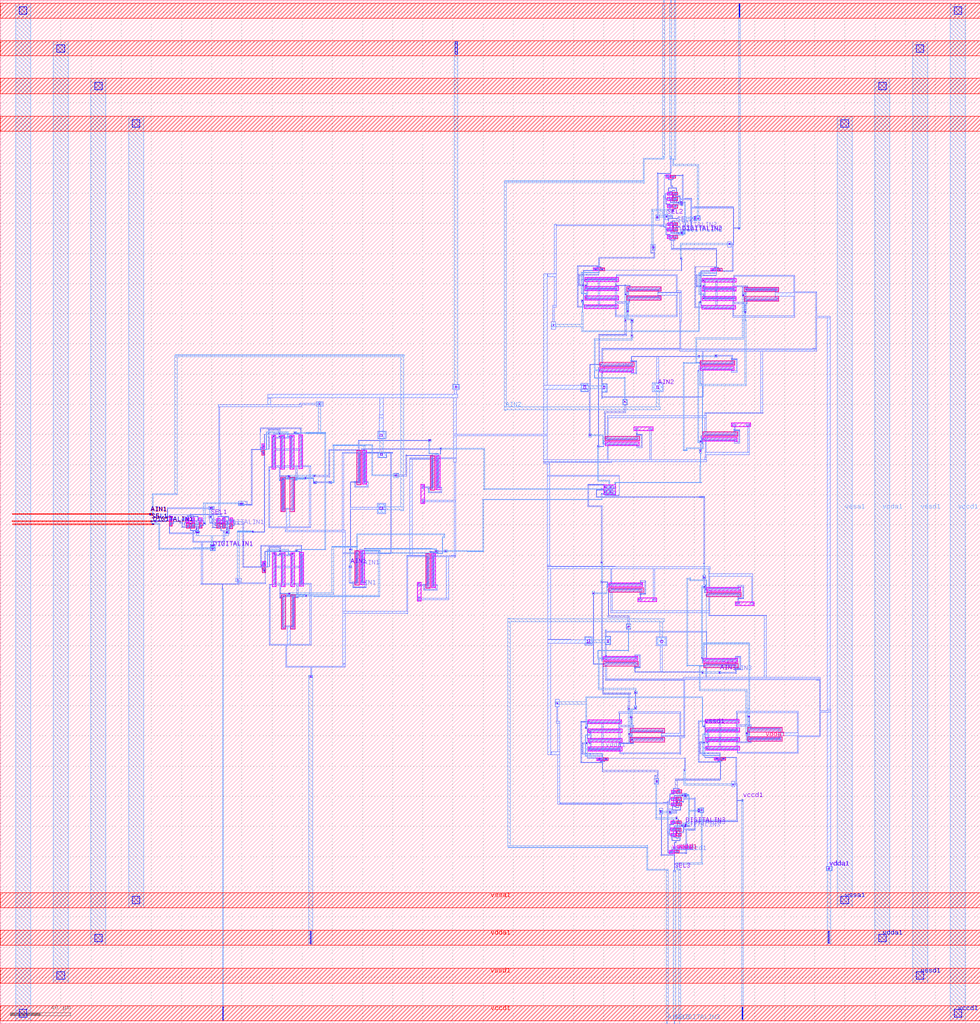
<source format=lef>
VERSION 5.7 ;
  NOWIREEXTENSIONATPIN ON ;
  DIVIDERCHAR "/" ;
  BUSBITCHARS "[]" ;
MACRO core_flat_v4
  CLASS BLOCK ;
  FOREIGN core_flat_v4 ;
  ORIGIN 400.150 350.900 ;
  SIZE 650.000 BY 679.000 ;
  PIN SEL1
    ANTENNAGATEAREA 0.600000 ;
    PORT
      LAYER li1 ;
        RECT -287.380 -15.150 -287.050 -14.980 ;
        RECT -255.700 -16.340 -255.370 -16.170 ;
        RECT -287.380 -16.700 -287.050 -16.530 ;
        RECT -255.700 -17.890 -255.370 -17.720 ;
        RECT -287.330 -18.470 -287.000 -18.300 ;
        RECT -287.330 -20.110 -287.000 -19.940 ;
        RECT -255.680 -19.980 -255.350 -19.810 ;
        RECT -255.680 -21.620 -255.350 -21.450 ;
      LAYER mcon ;
        RECT -287.300 -15.150 -287.130 -14.980 ;
        RECT -255.620 -16.340 -255.450 -16.170 ;
        RECT -287.300 -16.700 -287.130 -16.530 ;
        RECT -255.620 -17.890 -255.450 -17.720 ;
        RECT -287.250 -18.470 -287.080 -18.300 ;
        RECT -287.250 -20.110 -287.080 -19.940 ;
        RECT -255.600 -19.980 -255.430 -19.810 ;
        RECT -255.600 -21.620 -255.430 -21.450 ;
      LAYER met1 ;
        RECT -289.540 -8.750 -289.020 -8.660 ;
        RECT -276.860 -8.750 -273.060 -8.720 ;
        RECT -262.050 -8.750 -258.230 -7.530 ;
        RECT -289.650 -9.170 -258.230 -8.750 ;
        RECT -289.540 -13.020 -289.020 -9.170 ;
        RECT -262.050 -9.880 -258.230 -9.170 ;
        RECT -289.550 -13.220 -289.020 -13.020 ;
        RECT -298.220 -17.350 -296.360 -16.750 ;
        RECT -299.830 -17.460 -289.780 -17.350 ;
        RECT -289.550 -17.460 -289.030 -13.220 ;
        RECT -287.420 -15.190 -287.030 -14.890 ;
        RECT -262.120 -15.650 -258.700 -14.060 ;
        RECT -287.430 -17.430 -286.980 -16.500 ;
        RECT -288.580 -17.460 -286.980 -17.430 ;
        RECT -299.830 -17.680 -286.980 -17.460 ;
        RECT -299.830 -17.770 -289.780 -17.680 ;
        RECT -288.580 -17.690 -286.980 -17.680 ;
        RECT -298.220 -18.280 -296.360 -17.770 ;
        RECT -287.430 -18.510 -286.980 -17.690 ;
        RECT -287.370 -18.520 -286.980 -18.510 ;
        RECT -261.370 -18.490 -260.160 -15.650 ;
        RECT -259.620 -16.110 -257.910 -16.100 ;
        RECT -255.700 -16.110 -255.370 -16.070 ;
        RECT -259.620 -16.350 -255.370 -16.110 ;
        RECT -259.620 -18.490 -259.070 -16.350 ;
        RECT -258.410 -16.360 -255.370 -16.350 ;
        RECT -255.680 -16.370 -255.390 -16.360 ;
        RECT -255.700 -17.960 -255.370 -17.680 ;
        RECT -261.370 -19.030 -259.070 -18.490 ;
        RECT -260.850 -19.040 -259.070 -19.030 ;
        RECT -287.370 -20.150 -286.980 -19.880 ;
        RECT -259.620 -21.430 -259.070 -19.040 ;
        RECT -255.670 -20.000 -255.340 -19.720 ;
        RECT -255.660 -20.010 -255.370 -20.000 ;
        RECT -255.670 -21.430 -255.340 -21.400 ;
        RECT -259.620 -21.740 -255.330 -21.430 ;
        RECT -259.620 -21.750 -259.070 -21.740 ;
      LAYER via ;
        RECT -261.010 -8.860 -259.710 -8.190 ;
        RECT -297.690 -17.810 -297.140 -17.300 ;
        RECT -261.200 -14.990 -260.240 -14.600 ;
      LAYER met2 ;
        RECT -261.380 -9.640 -259.470 -7.710 ;
        RECT -261.380 -9.660 -260.160 -9.640 ;
        RECT -261.260 -14.200 -260.160 -9.660 ;
        RECT -259.950 -9.660 -259.470 -9.640 ;
        RECT -259.950 -9.680 -259.660 -9.660 ;
        RECT -261.280 -14.290 -260.160 -14.200 ;
        RECT -261.280 -15.540 -260.090 -14.290 ;
        RECT -300.590 -17.180 -299.350 -17.020 ;
        RECT -298.160 -17.180 -296.450 -16.920 ;
        RECT -300.590 -17.880 -296.450 -17.180 ;
        RECT -300.590 -18.220 -299.350 -17.880 ;
        RECT -298.160 -18.110 -296.450 -17.880 ;
      LAYER via2 ;
        RECT -300.260 -17.880 -299.770 -17.450 ;
      LAYER met3 ;
        RECT -392.160 -17.190 -390.160 -17.180 ;
        RECT -300.430 -17.190 -299.540 -17.180 ;
        RECT -392.160 -17.780 -299.540 -17.190 ;
        RECT -300.430 -18.070 -299.540 -17.780 ;
    END
  END SEL1
  PIN DIGITALIN1
    ANTENNAGATEAREA 0.600000 ;
    PORT
      LAYER li1 ;
        RECT -272.530 -16.070 -272.200 -15.900 ;
        RECT -252.240 -16.230 -251.910 -16.060 ;
        RECT -272.530 -17.620 -272.200 -17.450 ;
        RECT -252.240 -17.780 -251.910 -17.610 ;
        RECT -272.550 -19.840 -272.220 -19.670 ;
        RECT -252.260 -20.000 -251.930 -19.830 ;
        RECT -272.550 -21.480 -272.220 -21.310 ;
        RECT -252.260 -21.640 -251.930 -21.470 ;
      LAYER mcon ;
        RECT -272.450 -16.070 -272.280 -15.900 ;
        RECT -252.160 -16.230 -251.990 -16.060 ;
        RECT -272.450 -17.620 -272.280 -17.450 ;
        RECT -252.160 -17.780 -251.990 -17.610 ;
        RECT -272.470 -19.840 -272.300 -19.670 ;
        RECT -252.180 -20.000 -252.010 -19.830 ;
        RECT -272.470 -21.480 -272.300 -21.310 ;
        RECT -252.180 -21.640 -252.010 -21.470 ;
      LAYER met1 ;
        RECT -272.530 -16.110 -272.200 -15.830 ;
        RECT -252.240 -16.270 -251.910 -15.990 ;
        RECT -270.300 -17.410 -269.700 -17.390 ;
        RECT -272.540 -17.680 -269.700 -17.410 ;
        RECT -250.010 -17.570 -249.410 -17.550 ;
        RECT -272.540 -17.690 -269.740 -17.680 ;
        RECT -272.550 -19.870 -272.220 -19.590 ;
        RECT -270.240 -21.280 -269.740 -17.690 ;
        RECT -252.250 -17.840 -249.410 -17.570 ;
        RECT -252.250 -17.850 -249.450 -17.840 ;
        RECT -252.260 -20.030 -251.930 -19.750 ;
        RECT -272.580 -21.630 -269.740 -21.280 ;
        RECT -249.950 -21.440 -249.450 -17.850 ;
        RECT -270.240 -22.080 -269.740 -21.630 ;
        RECT -252.290 -21.790 -249.450 -21.440 ;
        RECT -270.210 -22.450 -269.760 -22.080 ;
        RECT -249.950 -22.240 -249.450 -21.790 ;
        RECT -270.520 -23.030 -269.560 -22.450 ;
        RECT -249.920 -22.610 -249.470 -22.240 ;
        RECT -250.230 -23.190 -249.270 -22.610 ;
        RECT -270.790 -24.320 -269.550 -24.120 ;
        RECT -270.830 -25.540 -267.840 -24.320 ;
        RECT -250.500 -24.410 -249.260 -24.280 ;
        RECT -250.790 -25.750 -248.300 -24.410 ;
        RECT -260.850 -34.320 -258.060 -32.950 ;
        RECT -261.140 -37.020 -257.780 -34.320 ;
      LAYER via ;
        RECT -270.300 -22.880 -269.870 -22.620 ;
        RECT -250.010 -23.040 -249.580 -22.780 ;
        RECT -270.460 -24.650 -270.020 -24.390 ;
        RECT -270.360 -25.110 -268.760 -24.720 ;
        RECT -250.170 -24.810 -249.730 -24.550 ;
        RECT -250.270 -25.180 -249.230 -24.920 ;
        RECT -260.450 -33.990 -258.740 -33.430 ;
        RECT -259.930 -36.100 -258.910 -35.440 ;
      LAYER met2 ;
        RECT -299.490 -19.060 -298.460 -18.990 ;
        RECT -299.490 -19.680 -294.420 -19.060 ;
        RECT -299.490 -19.940 -298.460 -19.680 ;
        RECT -295.270 -35.320 -294.420 -19.680 ;
        RECT -270.430 -22.950 -269.660 -22.530 ;
        RECT -270.370 -24.210 -269.800 -22.950 ;
        RECT -250.140 -23.110 -249.370 -22.690 ;
        RECT -270.700 -24.520 -269.630 -24.210 ;
        RECT -250.080 -24.370 -249.510 -23.110 ;
        RECT -270.700 -24.840 -268.020 -24.520 ;
        RECT -250.410 -24.580 -249.340 -24.370 ;
        RECT -270.680 -25.430 -268.020 -24.840 ;
        RECT -270.420 -27.040 -268.630 -25.430 ;
        RECT -250.630 -25.520 -248.610 -24.580 ;
        RECT -250.230 -27.040 -248.960 -25.520 ;
        RECT -270.540 -27.280 -248.960 -27.040 ;
        RECT -270.540 -27.300 -249.540 -27.280 ;
        RECT -260.190 -27.320 -258.480 -27.300 ;
        RECT -260.190 -33.130 -259.380 -27.320 ;
        RECT -260.680 -33.140 -259.380 -33.130 ;
        RECT -260.680 -33.170 -258.700 -33.140 ;
        RECT -260.680 -34.370 -258.220 -33.170 ;
        RECT -260.880 -35.270 -257.940 -34.780 ;
        RECT -272.670 -35.320 -257.940 -35.270 ;
        RECT -295.270 -36.160 -257.940 -35.320 ;
        RECT -295.270 -36.210 -272.550 -36.160 ;
        RECT -295.270 -36.330 -294.420 -36.210 ;
        RECT -260.880 -36.860 -257.940 -36.160 ;
      LAYER via2 ;
        RECT -299.300 -19.730 -298.720 -19.200 ;
      LAYER met3 ;
        RECT -299.390 -19.250 -298.580 -19.080 ;
        RECT -392.130 -19.840 -298.580 -19.250 ;
        RECT -392.130 -19.850 -390.130 -19.840 ;
        RECT -299.390 -19.870 -298.580 -19.840 ;
    END
  END DIGITALIN1
  PIN AIN1
    ANTENNADIFFAREA 23.199999 ;
    PORT
      LAYER li1 ;
        RECT -162.830 7.935 -162.660 27.975 ;
        RECT -158.390 8.130 -158.220 28.170 ;
        RECT -164.120 -58.625 -163.950 -38.585 ;
        RECT -159.680 -58.430 -159.510 -38.390 ;
      LAYER mcon ;
        RECT -162.830 8.015 -162.660 27.895 ;
        RECT -158.390 8.210 -158.220 28.090 ;
        RECT -164.120 -58.545 -163.950 -38.665 ;
        RECT -159.680 -58.350 -159.510 -38.470 ;
      LAYER met1 ;
        RECT -162.860 8.910 -162.630 27.955 ;
        RECT -164.740 8.900 -162.630 8.910 ;
        RECT -165.510 8.750 -162.630 8.900 ;
        RECT -168.020 8.700 -162.630 8.750 ;
        RECT -168.090 8.350 -162.630 8.700 ;
        RECT -168.090 -8.270 -167.740 8.350 ;
        RECT -165.510 8.000 -162.630 8.350 ;
        RECT -158.420 8.590 -158.190 28.150 ;
        RECT -157.130 8.590 -156.270 8.700 ;
        RECT -158.420 8.240 -156.270 8.590 ;
        RECT -158.420 8.150 -158.190 8.240 ;
        RECT -165.510 7.990 -163.400 8.000 ;
        RECT -165.130 5.640 -164.420 7.990 ;
        RECT -162.860 7.955 -162.630 8.000 ;
        RECT -157.130 5.640 -156.270 8.240 ;
        RECT -165.130 5.070 -156.270 5.640 ;
        RECT -165.130 4.960 -156.280 5.070 ;
        RECT -165.110 4.950 -156.280 4.960 ;
        RECT -150.340 -8.270 -144.570 -5.490 ;
        RECT -168.090 -9.660 -144.570 -8.270 ;
        RECT -168.090 -35.710 -167.740 -9.660 ;
        RECT -150.340 -12.670 -144.570 -9.660 ;
        RECT -168.840 -36.900 -166.930 -35.710 ;
        RECT -169.060 -48.290 -167.260 -46.930 ;
        RECT -168.790 -58.220 -167.910 -48.290 ;
        RECT -164.150 -57.650 -163.920 -38.605 ;
        RECT -166.030 -57.660 -163.920 -57.650 ;
        RECT -166.800 -58.220 -163.920 -57.660 ;
        RECT -168.860 -58.560 -163.920 -58.220 ;
        RECT -159.710 -57.970 -159.480 -38.410 ;
        RECT -158.420 -57.970 -157.560 -57.860 ;
        RECT -159.710 -58.320 -157.560 -57.970 ;
        RECT -159.710 -58.410 -159.480 -58.320 ;
        RECT -168.860 -58.570 -164.690 -58.560 ;
        RECT -166.420 -60.920 -165.710 -58.570 ;
        RECT -164.150 -58.605 -163.920 -58.560 ;
        RECT -158.420 -60.920 -157.560 -58.320 ;
        RECT -166.420 -61.490 -157.560 -60.920 ;
        RECT -166.420 -61.600 -157.570 -61.490 ;
        RECT -166.400 -61.610 -157.570 -61.600 ;
      LAYER via ;
        RECT -148.560 -9.740 -146.640 -8.420 ;
        RECT -168.400 -36.460 -167.880 -36.120 ;
        RECT -168.580 -47.730 -168.010 -47.430 ;
      LAYER met2 ;
        RECT -284.210 92.620 -132.160 92.970 ;
        RECT -284.390 91.380 -132.160 92.620 ;
        RECT -284.390 0.780 -282.980 91.380 ;
        RECT -299.480 -0.020 -282.830 0.780 ;
        RECT -301.360 -12.320 -299.820 -12.180 ;
        RECT -299.480 -12.320 -298.730 -0.020 ;
        RECT -149.730 -7.990 -145.180 -6.190 ;
        RECT -134.620 -7.990 -132.660 91.380 ;
        RECT -149.730 -9.950 -132.660 -7.990 ;
        RECT -149.730 -11.880 -145.180 -9.950 ;
        RECT -134.620 -10.740 -132.660 -9.950 ;
        RECT -301.360 -13.390 -298.640 -12.320 ;
        RECT -301.360 -13.590 -299.820 -13.390 ;
        RECT -299.480 -13.430 -298.730 -13.390 ;
        RECT -168.760 -36.770 -167.120 -35.820 ;
        RECT -168.520 -47.000 -167.690 -36.770 ;
        RECT -168.990 -48.230 -167.400 -47.000 ;
      LAYER via2 ;
        RECT -301.070 -13.280 -300.310 -12.550 ;
      LAYER met3 ;
        RECT -392.160 -12.480 -390.140 -12.470 ;
        RECT -301.200 -12.480 -299.960 -12.340 ;
        RECT -392.160 -13.070 -299.770 -12.480 ;
        RECT -301.200 -13.470 -299.960 -13.070 ;
    END
  END AIN1
  PIN SEL3
    ANTENNAGATEAREA 0.600000 ;
    PORT
      LAYER li1 ;
        RECT 45.430 -205.420 45.600 -205.090 ;
        RECT 46.980 -205.420 47.150 -205.090 ;
        RECT 49.070 -205.400 49.240 -205.070 ;
        RECT 50.710 -205.400 50.880 -205.070 ;
        RECT 44.240 -237.100 44.410 -236.770 ;
        RECT 45.790 -237.100 45.960 -236.770 ;
        RECT 47.560 -237.050 47.730 -236.720 ;
        RECT 49.200 -237.050 49.370 -236.720 ;
      LAYER mcon ;
        RECT 45.430 -205.340 45.600 -205.170 ;
        RECT 46.980 -205.340 47.150 -205.170 ;
        RECT 49.070 -205.320 49.240 -205.150 ;
        RECT 50.710 -205.320 50.880 -205.150 ;
        RECT 44.240 -237.020 44.410 -236.850 ;
        RECT 45.790 -237.020 45.960 -236.850 ;
        RECT 47.560 -236.970 47.730 -236.800 ;
        RECT 49.200 -236.970 49.370 -236.800 ;
      LAYER met1 ;
        RECT 50.690 -205.060 51.000 -205.050 ;
        RECT 48.980 -205.090 49.260 -205.060 ;
        RECT 45.330 -205.110 45.620 -205.090 ;
        RECT 45.330 -205.400 45.630 -205.110 ;
        RECT 45.330 -205.420 45.620 -205.400 ;
        RECT 46.940 -205.420 47.220 -205.090 ;
        RECT 48.980 -205.380 49.270 -205.090 ;
        RECT 48.980 -205.390 49.260 -205.380 ;
        RECT 50.660 -205.390 51.000 -205.060 ;
        RECT 45.370 -207.630 45.620 -205.420 ;
        RECT 36.790 -211.770 39.140 -207.950 ;
        RECT 45.360 -208.130 45.620 -207.630 ;
        RECT 43.320 -209.880 44.910 -208.420 ;
        RECT 45.360 -208.790 45.610 -208.130 ;
        RECT 50.690 -208.790 51.000 -205.390 ;
        RECT 45.360 -209.340 51.010 -208.790 ;
        RECT 47.750 -209.880 48.300 -209.340 ;
        RECT 43.320 -210.570 48.300 -209.880 ;
        RECT 43.320 -211.090 48.290 -210.570 ;
        RECT 38.010 -222.780 38.430 -211.770 ;
        RECT 43.320 -211.840 44.910 -211.090 ;
        RECT 37.980 -226.580 38.430 -222.780 ;
        RECT 38.010 -238.740 38.430 -226.580 ;
        RECT 44.150 -237.140 44.450 -236.750 ;
        RECT 45.760 -237.090 47.780 -236.700 ;
        RECT 49.140 -237.090 49.410 -236.700 ;
        RECT 45.760 -237.150 47.770 -237.090 ;
        RECT 46.690 -238.300 46.950 -237.150 ;
        RECT 37.920 -238.750 42.480 -238.740 ;
        RECT 46.720 -238.750 46.940 -238.300 ;
        RECT 37.920 -239.260 46.940 -238.750 ;
        RECT 38.010 -239.370 38.430 -239.260 ;
        RECT 42.280 -239.270 46.940 -239.260 ;
        RECT 46.720 -239.500 46.940 -239.270 ;
        RECT 46.610 -248.990 47.030 -239.500 ;
        RECT 46.370 -249.950 47.310 -248.990 ;
      LAYER via ;
        RECT 37.450 -210.730 38.120 -209.430 ;
        RECT 43.860 -210.920 44.250 -209.960 ;
        RECT 46.720 -249.620 46.980 -249.360 ;
      LAYER met2 ;
        RECT 36.970 -209.380 38.920 -209.190 ;
        RECT 36.970 -209.670 38.940 -209.380 ;
        RECT 36.970 -209.880 38.900 -209.670 ;
        RECT 43.550 -209.880 44.800 -209.810 ;
        RECT 36.970 -210.980 44.800 -209.880 ;
        RECT 36.970 -211.100 38.920 -210.980 ;
        RECT 43.460 -211.000 44.800 -210.980 ;
        RECT 46.240 -348.890 47.590 -248.940 ;
        RECT 46.690 -350.900 46.990 -348.890 ;
    END
  END SEL3
  PIN DIGITALIN3
    ANTENNAGATEAREA 0.600000 ;
    PORT
      LAYER li1 ;
        RECT 45.320 -201.960 45.490 -201.630 ;
        RECT 46.870 -201.960 47.040 -201.630 ;
        RECT 49.090 -201.980 49.260 -201.650 ;
        RECT 50.730 -201.980 50.900 -201.650 ;
        RECT 45.160 -222.250 45.330 -221.920 ;
        RECT 46.710 -222.250 46.880 -221.920 ;
        RECT 48.930 -222.270 49.100 -221.940 ;
        RECT 50.570 -222.270 50.740 -221.940 ;
      LAYER mcon ;
        RECT 45.320 -201.880 45.490 -201.710 ;
        RECT 46.870 -201.880 47.040 -201.710 ;
        RECT 49.090 -201.900 49.260 -201.730 ;
        RECT 50.730 -201.900 50.900 -201.730 ;
        RECT 45.160 -222.170 45.330 -222.000 ;
        RECT 46.710 -222.170 46.880 -222.000 ;
        RECT 48.930 -222.190 49.100 -222.020 ;
        RECT 50.570 -222.190 50.740 -222.020 ;
      LAYER met1 ;
        RECT 53.670 -198.980 55.010 -198.020 ;
        RECT 46.810 -199.170 47.100 -199.130 ;
        RECT 46.810 -199.190 51.500 -199.170 ;
        RECT 51.870 -199.190 52.450 -198.990 ;
        RECT 46.810 -199.640 52.450 -199.190 ;
        RECT 46.810 -199.670 51.500 -199.640 ;
        RECT 46.810 -199.730 47.110 -199.670 ;
        RECT 45.250 -201.960 45.530 -201.630 ;
        RECT 46.830 -201.970 47.110 -199.730 ;
        RECT 49.010 -201.980 49.290 -201.650 ;
        RECT 50.700 -202.010 51.050 -199.670 ;
        RECT 51.870 -199.950 52.450 -199.640 ;
        RECT 53.540 -200.220 55.010 -198.980 ;
        RECT 53.670 -200.510 55.010 -200.220 ;
        RECT 63.580 -207.780 66.280 -207.500 ;
        RECT 62.210 -210.570 66.280 -207.780 ;
        RECT 63.580 -210.860 66.280 -210.570 ;
        RECT 53.580 -219.270 54.800 -217.560 ;
        RECT 46.650 -219.460 46.940 -219.420 ;
        RECT 46.650 -219.480 51.340 -219.460 ;
        RECT 51.710 -219.480 52.290 -219.280 ;
        RECT 46.650 -219.930 52.290 -219.480 ;
        RECT 46.650 -219.960 51.340 -219.930 ;
        RECT 46.650 -220.020 46.950 -219.960 ;
        RECT 45.090 -222.250 45.370 -221.920 ;
        RECT 46.670 -222.260 46.950 -220.020 ;
        RECT 48.850 -222.270 49.130 -221.940 ;
        RECT 50.540 -222.300 50.890 -219.960 ;
        RECT 51.710 -220.240 52.290 -219.930 ;
        RECT 53.380 -220.510 54.800 -219.270 ;
        RECT 53.580 -220.550 54.800 -220.510 ;
      LAYER via ;
        RECT 52.040 -199.730 52.300 -199.300 ;
        RECT 53.810 -199.890 54.070 -199.450 ;
        RECT 54.180 -199.990 54.440 -198.950 ;
        RECT 62.690 -210.170 63.250 -208.460 ;
        RECT 64.700 -209.650 65.360 -208.630 ;
        RECT 51.880 -220.020 52.140 -219.590 ;
        RECT 53.650 -220.180 53.910 -219.740 ;
        RECT 53.980 -220.080 54.370 -218.480 ;
      LAYER met2 ;
        RECT 53.840 -198.680 54.780 -198.330 ;
        RECT 53.840 -199.060 56.540 -198.680 ;
        RECT 51.950 -199.230 52.370 -199.090 ;
        RECT 53.630 -199.230 56.540 -199.060 ;
        RECT 51.950 -199.260 56.540 -199.230 ;
        RECT 51.950 -199.800 56.560 -199.260 ;
        RECT 51.950 -199.860 52.370 -199.800 ;
        RECT 53.630 -199.950 56.560 -199.800 ;
        RECT 53.630 -200.130 54.780 -199.950 ;
        RECT 53.840 -200.350 54.780 -200.130 ;
        RECT 56.300 -208.200 56.560 -199.950 ;
        RECT 56.300 -209.100 56.580 -208.200 ;
        RECT 62.430 -208.420 63.630 -207.940 ;
        RECT 62.400 -209.100 63.630 -208.420 ;
        RECT 56.300 -209.910 63.630 -209.100 ;
        RECT 53.780 -218.350 54.690 -217.740 ;
        RECT 56.300 -218.350 56.560 -209.910 ;
        RECT 62.390 -210.400 63.630 -209.910 ;
        RECT 64.040 -210.600 66.120 -207.660 ;
        RECT 53.780 -219.350 56.560 -218.350 ;
        RECT 51.790 -219.520 52.210 -219.380 ;
        RECT 53.470 -219.520 56.560 -219.350 ;
        RECT 51.790 -220.090 56.560 -219.520 ;
        RECT 51.790 -220.150 52.210 -220.090 ;
        RECT 53.470 -220.140 56.560 -220.090 ;
        RECT 53.470 -220.400 54.690 -220.140 ;
        RECT 56.300 -220.260 56.560 -220.140 ;
        RECT 53.470 -220.420 54.100 -220.400 ;
        RECT 64.530 -222.270 65.420 -210.600 ;
        RECT 64.530 -222.390 65.470 -222.270 ;
        RECT 64.580 -244.140 65.470 -222.390 ;
        RECT 48.320 -244.990 65.590 -244.140 ;
        RECT 48.320 -248.090 48.940 -244.990 ;
        RECT 49.650 -248.090 51.100 -248.050 ;
        RECT 48.310 -248.660 51.100 -248.090 ;
        RECT 49.650 -249.070 51.100 -248.660 ;
        RECT 49.690 -348.890 51.040 -249.070 ;
        RECT 50.250 -350.890 50.550 -348.890 ;
    END
  END DIGITALIN3
  PIN AIN3
    ANTENNADIFFAREA 23.199999 ;
    PORT
      LAYER li1 ;
        RECT 1.090 -108.110 21.130 -107.940 ;
        RECT 67.650 -109.400 87.690 -109.230 ;
        RECT 1.285 -112.550 21.325 -112.380 ;
        RECT 67.845 -113.840 87.885 -113.670 ;
      LAYER mcon ;
        RECT 1.170 -108.110 21.050 -107.940 ;
        RECT 67.730 -109.400 87.610 -109.230 ;
        RECT 1.365 -112.550 21.245 -112.380 ;
        RECT 67.925 -113.840 87.805 -113.670 ;
      LAYER met1 ;
        RECT 34.750 -100.060 41.930 -94.290 ;
        RECT 20.560 -106.000 24.190 -105.990 ;
        RECT 20.560 -106.850 24.310 -106.000 ;
        RECT 20.670 -107.910 21.020 -106.850 ;
        RECT 1.110 -108.140 21.110 -107.910 ;
        RECT 1.305 -112.580 21.305 -112.350 ;
        RECT 20.350 -113.120 21.260 -112.580 ;
        RECT 20.350 -114.140 21.270 -113.120 ;
        RECT 23.620 -114.140 24.310 -106.850 ;
        RECT 20.350 -114.460 24.310 -114.140 ;
        RECT 20.360 -114.830 24.310 -114.460 ;
        RECT 20.360 -114.850 24.300 -114.830 ;
        RECT 20.360 -115.230 21.270 -114.850 ;
        RECT 20.510 -117.460 20.910 -115.230 ;
        RECT 37.530 -117.460 38.920 -100.060 ;
        RECT 87.120 -107.290 90.750 -107.280 ;
        RECT 87.120 -108.140 90.870 -107.290 ;
        RECT 87.230 -109.200 87.580 -108.140 ;
        RECT 67.670 -109.430 87.670 -109.200 ;
        RECT 67.865 -113.870 87.865 -113.640 ;
        RECT 86.910 -114.410 87.820 -113.870 ;
        RECT 86.910 -115.430 87.830 -114.410 ;
        RECT 90.180 -115.430 90.870 -108.140 ;
        RECT 86.910 -115.750 90.870 -115.430 ;
        RECT 86.920 -116.120 90.870 -115.750 ;
        RECT 86.920 -116.140 90.860 -116.120 ;
        RECT 86.920 -116.520 87.830 -116.140 ;
        RECT 64.970 -117.460 66.160 -116.650 ;
        RECT 20.510 -117.740 66.160 -117.460 ;
        RECT 20.560 -117.810 66.160 -117.740 ;
        RECT 64.970 -118.560 66.160 -117.810 ;
        RECT 76.190 -117.630 77.550 -116.980 ;
        RECT 87.480 -117.630 87.830 -116.520 ;
        RECT 76.190 -118.510 87.830 -117.630 ;
        RECT 76.190 -118.780 77.550 -118.510 ;
        RECT 87.480 -118.580 87.830 -118.510 ;
      LAYER via ;
        RECT 37.680 -98.280 39.000 -96.360 ;
        RECT 65.380 -118.120 65.720 -117.600 ;
        RECT 76.690 -118.300 76.990 -117.730 ;
      LAYER met2 ;
        RECT -63.710 -82.380 -62.120 -81.880 ;
        RECT -63.710 -84.340 40.000 -82.380 ;
        RECT -63.710 -232.700 -62.120 -84.340 ;
        RECT 37.250 -94.900 39.210 -84.340 ;
        RECT 35.450 -99.450 41.140 -94.900 ;
        RECT 65.080 -117.410 66.030 -116.840 ;
        RECT 76.260 -117.410 77.490 -117.120 ;
        RECT 65.080 -118.240 77.490 -117.410 ;
        RECT 65.080 -118.480 66.030 -118.240 ;
        RECT 76.260 -118.710 77.490 -118.240 ;
        RECT 28.480 -232.700 29.280 -232.550 ;
        RECT -63.710 -233.930 29.280 -232.700 ;
        RECT -63.360 -234.110 29.280 -233.930 ;
        RECT 28.480 -248.450 29.280 -234.110 ;
        RECT 41.580 -248.450 42.650 -248.360 ;
        RECT 28.480 -249.200 42.690 -248.450 ;
        RECT 41.580 -249.400 42.650 -249.200 ;
        RECT 41.420 -348.900 42.770 -249.400 ;
        RECT 41.840 -350.900 42.140 -348.900 ;
    END
  END AIN3
  PIN SEL2
    ANTENNAGATEAREA 0.600000 ;
    PORT
      LAYER li1 ;
        RECT 41.820 210.880 41.990 211.210 ;
        RECT 43.370 210.880 43.540 211.210 ;
        RECT 45.140 210.830 45.310 211.160 ;
        RECT 46.780 210.830 46.950 211.160 ;
        RECT 43.010 179.200 43.180 179.530 ;
        RECT 44.560 179.200 44.730 179.530 ;
        RECT 46.650 179.180 46.820 179.510 ;
        RECT 48.290 179.180 48.460 179.510 ;
      LAYER mcon ;
        RECT 41.820 210.960 41.990 211.130 ;
        RECT 43.370 210.960 43.540 211.130 ;
        RECT 45.140 210.910 45.310 211.080 ;
        RECT 46.780 210.910 46.950 211.080 ;
        RECT 43.010 179.280 43.180 179.450 ;
        RECT 44.560 179.280 44.730 179.450 ;
        RECT 46.650 179.260 46.820 179.430 ;
        RECT 48.290 179.260 48.460 179.430 ;
      LAYER met1 ;
        RECT 43.710 223.080 45.190 224.210 ;
        RECT 44.190 213.610 44.610 223.080 ;
        RECT 35.590 213.370 36.010 213.480 ;
        RECT 44.300 213.380 44.520 213.610 ;
        RECT 39.860 213.370 44.520 213.380 ;
        RECT 35.500 212.860 44.520 213.370 ;
        RECT 35.500 212.850 40.060 212.860 ;
        RECT 35.590 200.690 36.010 212.850 ;
        RECT 44.300 212.410 44.520 212.860 ;
        RECT 44.270 211.260 44.530 212.410 ;
        RECT 41.730 210.860 42.030 211.250 ;
        RECT 43.340 211.200 45.350 211.260 ;
        RECT 43.340 210.810 45.360 211.200 ;
        RECT 46.720 210.810 46.990 211.200 ;
        RECT 35.560 196.890 36.010 200.690 ;
        RECT 35.590 185.880 36.010 196.890 ;
        RECT 34.370 182.060 36.720 185.880 ;
        RECT 40.900 185.200 42.490 185.950 ;
        RECT 40.900 184.680 45.870 185.200 ;
        RECT 40.900 183.990 45.880 184.680 ;
        RECT 40.900 182.530 42.490 183.990 ;
        RECT 45.330 183.450 45.880 183.990 ;
        RECT 42.940 182.900 48.590 183.450 ;
        RECT 42.940 182.240 43.190 182.900 ;
        RECT 42.940 181.740 43.200 182.240 ;
        RECT 42.950 179.530 43.200 181.740 ;
        RECT 42.910 179.510 43.200 179.530 ;
        RECT 42.910 179.220 43.210 179.510 ;
        RECT 42.910 179.200 43.200 179.220 ;
        RECT 44.520 179.200 44.800 179.530 ;
        RECT 48.270 179.500 48.580 182.900 ;
        RECT 46.560 179.490 46.840 179.500 ;
        RECT 46.560 179.200 46.850 179.490 ;
        RECT 46.560 179.170 46.840 179.200 ;
        RECT 48.240 179.170 48.580 179.500 ;
        RECT 48.270 179.160 48.580 179.170 ;
      LAYER via ;
        RECT 44.190 223.480 44.490 223.760 ;
        RECT 35.030 183.540 35.700 184.840 ;
        RECT 41.440 184.070 41.830 185.030 ;
      LAYER met2 ;
        RECT 44.330 326.100 44.630 328.100 ;
        RECT 43.940 224.160 45.100 326.100 ;
        RECT 43.780 223.140 45.100 224.160 ;
        RECT 43.940 222.620 45.100 223.140 ;
        RECT 34.550 185.090 36.500 185.210 ;
        RECT 41.040 185.090 42.380 185.110 ;
        RECT 34.550 183.990 42.380 185.090 ;
        RECT 34.550 183.780 36.480 183.990 ;
        RECT 41.130 183.920 42.380 183.990 ;
        RECT 34.550 183.490 36.520 183.780 ;
        RECT 34.550 183.300 36.500 183.490 ;
    END
  END SEL2
  PIN DIGITALIN2
    ANTENNAGATEAREA 0.600000 ;
    PORT
      LAYER li1 ;
        RECT 42.740 196.030 42.910 196.360 ;
        RECT 44.290 196.030 44.460 196.360 ;
        RECT 46.510 196.050 46.680 196.380 ;
        RECT 48.150 196.050 48.320 196.380 ;
        RECT 42.900 175.740 43.070 176.070 ;
        RECT 44.450 175.740 44.620 176.070 ;
        RECT 46.670 175.760 46.840 176.090 ;
        RECT 48.310 175.760 48.480 176.090 ;
      LAYER mcon ;
        RECT 42.740 196.110 42.910 196.280 ;
        RECT 44.290 196.110 44.460 196.280 ;
        RECT 46.510 196.130 46.680 196.300 ;
        RECT 48.150 196.130 48.320 196.300 ;
        RECT 42.900 175.820 43.070 175.990 ;
        RECT 44.450 175.820 44.620 175.990 ;
        RECT 46.670 175.840 46.840 176.010 ;
        RECT 48.310 175.840 48.480 176.010 ;
      LAYER met1 ;
        RECT 42.670 196.030 42.950 196.360 ;
        RECT 44.250 194.130 44.530 196.370 ;
        RECT 46.430 196.050 46.710 196.380 ;
        RECT 44.230 194.070 44.530 194.130 ;
        RECT 48.120 194.070 48.470 196.410 ;
        RECT 51.160 194.620 52.380 194.660 ;
        RECT 44.230 194.040 48.920 194.070 ;
        RECT 49.290 194.040 49.870 194.350 ;
        RECT 44.230 193.590 49.870 194.040 ;
        RECT 44.230 193.570 48.920 193.590 ;
        RECT 44.230 193.530 44.520 193.570 ;
        RECT 49.290 193.390 49.870 193.590 ;
        RECT 50.960 193.380 52.380 194.620 ;
        RECT 51.160 191.670 52.380 193.380 ;
        RECT 61.160 184.680 63.860 184.970 ;
        RECT 59.790 181.890 63.860 184.680 ;
        RECT 61.160 181.610 63.860 181.890 ;
        RECT 42.830 175.740 43.110 176.070 ;
        RECT 44.410 173.840 44.690 176.080 ;
        RECT 46.590 175.760 46.870 176.090 ;
        RECT 44.390 173.780 44.690 173.840 ;
        RECT 48.280 173.780 48.630 176.120 ;
        RECT 51.250 174.330 52.590 174.620 ;
        RECT 44.390 173.750 49.080 173.780 ;
        RECT 49.450 173.750 50.030 174.060 ;
        RECT 44.390 173.300 50.030 173.750 ;
        RECT 44.390 173.280 49.080 173.300 ;
        RECT 44.390 173.240 44.680 173.280 ;
        RECT 49.450 173.100 50.030 173.300 ;
        RECT 51.120 173.090 52.590 174.330 ;
        RECT 51.250 172.130 52.590 173.090 ;
      LAYER via ;
        RECT 49.460 193.700 49.720 194.130 ;
        RECT 51.230 193.850 51.490 194.290 ;
        RECT 51.560 192.590 51.950 194.190 ;
        RECT 60.270 182.570 60.830 184.280 ;
        RECT 62.280 182.740 62.940 183.760 ;
        RECT 49.620 173.410 49.880 173.840 ;
        RECT 51.390 173.560 51.650 174.000 ;
        RECT 51.760 173.060 52.020 174.100 ;
      LAYER met2 ;
        RECT 47.090 326.100 47.390 328.090 ;
        RECT 46.920 222.770 47.590 326.100 ;
        RECT 45.880 222.310 47.610 222.770 ;
        RECT 45.900 219.100 46.520 222.310 ;
        RECT 46.920 222.300 47.590 222.310 ;
        RECT 45.900 218.250 63.170 219.100 ;
        RECT 62.160 196.500 63.050 218.250 ;
        RECT 62.110 196.380 63.050 196.500 ;
        RECT 51.050 194.510 51.680 194.530 ;
        RECT 49.370 194.200 49.790 194.260 ;
        RECT 51.050 194.250 52.270 194.510 ;
        RECT 53.880 194.250 54.140 194.370 ;
        RECT 51.050 194.200 54.140 194.250 ;
        RECT 49.370 193.630 54.140 194.200 ;
        RECT 49.370 193.490 49.790 193.630 ;
        RECT 51.050 193.460 54.140 193.630 ;
        RECT 51.360 192.460 54.140 193.460 ;
        RECT 51.360 191.850 52.270 192.460 ;
        RECT 53.880 184.020 54.140 192.460 ;
        RECT 62.110 184.710 63.000 196.380 ;
        RECT 59.970 184.020 61.210 184.510 ;
        RECT 53.880 183.210 61.210 184.020 ;
        RECT 53.880 182.310 54.160 183.210 ;
        RECT 59.980 182.530 61.210 183.210 ;
        RECT 51.420 174.240 52.360 174.460 ;
        RECT 51.210 174.060 52.360 174.240 ;
        RECT 53.880 174.060 54.140 182.310 ;
        RECT 60.010 182.050 61.210 182.530 ;
        RECT 61.620 181.770 63.700 184.710 ;
        RECT 49.530 173.910 49.950 173.970 ;
        RECT 51.210 173.910 54.140 174.060 ;
        RECT 49.530 173.370 54.140 173.910 ;
        RECT 49.530 173.340 54.120 173.370 ;
        RECT 49.530 173.200 49.950 173.340 ;
        RECT 51.210 173.170 54.120 173.340 ;
        RECT 51.420 172.790 54.120 173.170 ;
        RECT 51.420 172.440 52.360 172.790 ;
    END
  END DIGITALIN2
  PIN AIN2
    ANTENNADIFFAREA 23.199999 ;
    PORT
      LAYER li1 ;
        RECT 65.425 87.780 85.465 87.950 ;
        RECT -1.135 86.490 18.905 86.660 ;
        RECT 65.230 83.340 85.270 83.510 ;
        RECT -1.330 82.050 18.710 82.220 ;
      LAYER mcon ;
        RECT 65.505 87.780 85.385 87.950 ;
        RECT -1.055 86.490 18.825 86.660 ;
        RECT 65.310 83.340 85.190 83.510 ;
        RECT -1.250 82.050 18.630 82.220 ;
      LAYER met1 ;
        RECT 62.550 91.920 63.740 92.670 ;
        RECT 18.140 91.850 63.740 91.920 ;
        RECT 18.090 91.570 63.740 91.850 ;
        RECT 18.090 89.340 18.490 91.570 ;
        RECT 17.940 88.960 18.850 89.340 ;
        RECT 17.940 88.940 21.880 88.960 ;
        RECT 17.940 88.570 21.890 88.940 ;
        RECT 17.930 88.250 21.890 88.570 ;
        RECT 17.930 87.230 18.850 88.250 ;
        RECT 17.930 86.690 18.840 87.230 ;
        RECT -1.115 86.460 18.885 86.690 ;
        RECT -1.310 82.020 18.690 82.250 ;
        RECT 18.250 80.960 18.600 82.020 ;
        RECT 21.200 80.960 21.890 88.250 ;
        RECT 18.140 80.110 21.890 80.960 ;
        RECT 18.140 80.100 21.770 80.110 ;
        RECT 35.110 74.170 36.500 91.570 ;
        RECT 62.550 90.760 63.740 91.570 ;
        RECT 73.770 92.620 75.130 92.890 ;
        RECT 85.060 92.620 85.410 92.690 ;
        RECT 73.770 91.740 85.410 92.620 ;
        RECT 73.770 91.090 75.130 91.740 ;
        RECT 85.060 90.630 85.410 91.740 ;
        RECT 84.500 90.250 85.410 90.630 ;
        RECT 84.500 90.230 88.440 90.250 ;
        RECT 84.500 89.860 88.450 90.230 ;
        RECT 84.490 89.540 88.450 89.860 ;
        RECT 84.490 88.520 85.410 89.540 ;
        RECT 84.490 87.980 85.400 88.520 ;
        RECT 65.445 87.750 85.445 87.980 ;
        RECT 65.250 83.310 85.250 83.540 ;
        RECT 84.810 82.250 85.160 83.310 ;
        RECT 87.760 82.250 88.450 89.540 ;
        RECT 84.700 81.400 88.450 82.250 ;
        RECT 84.700 81.390 88.330 81.400 ;
        RECT 32.330 68.400 39.510 74.170 ;
      LAYER via ;
        RECT 62.960 91.710 63.300 92.230 ;
        RECT 74.270 91.840 74.570 92.410 ;
        RECT 35.260 70.470 36.580 72.390 ;
      LAYER met2 ;
        RECT 39.740 326.100 40.040 328.100 ;
        RECT 39.290 224.560 40.440 326.100 ;
        RECT 39.160 223.930 40.440 224.560 ;
        RECT 39.160 223.310 40.230 223.930 ;
        RECT 26.060 222.560 40.270 223.310 ;
        RECT 26.060 208.220 26.860 222.560 ;
        RECT 39.160 222.470 40.230 222.560 ;
        RECT -65.780 208.040 26.860 208.220 ;
        RECT -66.130 206.810 26.860 208.040 ;
        RECT -66.130 58.450 -64.540 206.810 ;
        RECT 26.060 206.660 26.860 206.810 ;
        RECT 62.660 92.350 63.610 92.590 ;
        RECT 73.840 92.350 75.070 92.820 ;
        RECT 62.660 91.520 75.070 92.350 ;
        RECT 62.660 90.950 63.610 91.520 ;
        RECT 73.840 91.230 75.070 91.520 ;
        RECT 33.030 69.010 38.720 73.560 ;
        RECT 34.830 58.450 36.790 69.010 ;
        RECT -66.130 56.490 37.580 58.450 ;
        RECT -66.130 55.990 -64.540 56.490 ;
    END
  END AIN2
  PIN vssa1
    USE GROUND ;
    PORT
      LAYER met2 ;
        RECT -315.150 -273.900 -305.150 251.100 ;
        RECT 154.850 -273.900 164.850 251.100 ;
      LAYER via2 ;
        RECT -312.650 243.600 -307.650 248.600 ;
        RECT -312.650 -271.400 -307.650 -266.400 ;
        RECT 157.350 243.600 162.350 248.600 ;
        RECT 157.350 -271.400 162.350 -266.400 ;
      LAYER met3 ;
        RECT -400.150 241.100 249.850 251.100 ;
        RECT -400.150 -273.900 249.850 -263.900 ;
    END
  END vssa1
  PIN vdda1
    USE POWER ;
    PORT
      LAYER nwell ;
        RECT 15.150 135.040 38.120 138.120 ;
        RECT 93.080 134.610 116.050 137.690 ;
        RECT 15.210 128.850 38.180 131.930 ;
        RECT 93.140 128.420 116.110 131.500 ;
        RECT -2.600 84.640 20.370 87.720 ;
        RECT 63.960 85.930 86.930 89.010 ;
        RECT 0.990 35.840 23.960 38.920 ;
        RECT 65.810 38.830 88.780 41.910 ;
        RECT -214.290 -11.280 -211.210 11.690 ;
        RECT -208.100 -11.340 -205.020 11.630 ;
        RECT -163.890 6.470 -160.810 29.440 ;
        RECT -115.090 2.880 -112.010 25.850 ;
        RECT -165.180 -60.090 -162.100 -37.120 ;
        RECT -118.080 -61.940 -115.000 -38.970 ;
        RECT 3.410 -64.810 26.380 -61.730 ;
        RECT -213.860 -89.210 -210.780 -66.240 ;
        RECT -207.670 -89.270 -204.590 -66.300 ;
        RECT 68.230 -67.800 91.200 -64.720 ;
        RECT -0.180 -113.610 22.790 -110.530 ;
        RECT 66.380 -114.900 89.350 -111.820 ;
        RECT 17.630 -157.820 40.600 -154.740 ;
        RECT 95.560 -157.390 118.530 -154.310 ;
        RECT 17.570 -164.010 40.540 -160.930 ;
        RECT 95.500 -163.580 118.470 -160.500 ;
      LAYER li1 ;
        RECT -11.400 143.030 8.640 143.200 ;
        RECT 66.530 142.600 86.570 142.770 ;
        RECT 15.540 137.560 37.730 137.730 ;
        RECT 15.540 135.600 15.710 137.560 ;
        RECT 16.615 136.100 36.655 136.270 ;
        RECT 37.560 135.600 37.730 137.560 ;
        RECT 15.540 135.430 37.730 135.600 ;
        RECT 93.470 137.130 115.660 137.300 ;
        RECT 35.750 135.420 36.550 135.430 ;
        RECT 93.470 135.170 93.640 137.130 ;
        RECT 94.545 135.670 114.585 135.840 ;
        RECT 115.490 135.170 115.660 137.130 ;
        RECT 93.470 135.000 115.660 135.170 ;
        RECT 113.680 134.990 114.480 135.000 ;
        RECT 35.800 131.540 36.520 131.550 ;
        RECT 15.600 131.370 37.790 131.540 ;
        RECT 15.600 129.410 15.770 131.370 ;
        RECT 35.800 131.350 36.520 131.370 ;
        RECT 16.675 130.700 36.715 130.870 ;
        RECT 37.620 129.410 37.790 131.370 ;
        RECT 113.730 131.110 114.450 131.120 ;
        RECT 15.600 129.240 37.790 129.410 ;
        RECT 93.530 130.940 115.720 131.110 ;
        RECT 93.530 128.980 93.700 130.940 ;
        RECT 113.730 130.920 114.450 130.940 ;
        RECT 94.605 130.270 114.645 130.440 ;
        RECT 115.550 128.980 115.720 130.940 ;
        RECT 93.530 128.810 115.720 128.980 ;
        RECT -11.660 124.250 8.380 124.420 ;
        RECT 66.270 123.820 86.310 123.990 ;
        RECT 64.350 88.450 86.540 88.620 ;
        RECT -2.210 87.160 19.980 87.330 ;
        RECT -2.210 85.200 -2.040 87.160 ;
        RECT 19.810 85.200 19.980 87.160 ;
        RECT 64.350 86.490 64.520 88.450 ;
        RECT 86.370 86.490 86.540 88.450 ;
        RECT 64.350 86.320 86.540 86.490 ;
        RECT -2.210 85.030 19.980 85.200 ;
        RECT 66.200 41.350 88.390 41.520 ;
        RECT 66.200 39.390 66.370 41.350 ;
        RECT 88.220 39.390 88.390 41.350 ;
        RECT 66.200 39.220 88.390 39.390 ;
        RECT -219.370 18.200 -219.200 38.240 ;
        RECT -200.590 18.460 -200.420 38.500 ;
        RECT 1.380 38.360 23.570 38.530 ;
        RECT 1.380 36.400 1.550 38.360 ;
        RECT 23.400 36.400 23.570 38.360 ;
        RECT 1.380 36.230 23.570 36.400 ;
        RECT -163.500 28.880 -161.200 29.050 ;
        RECT -213.900 11.130 -211.600 11.300 ;
        RECT -213.900 -10.720 -213.730 11.130 ;
        RECT -212.440 -9.815 -212.270 10.225 ;
        RECT -211.770 -8.910 -211.600 11.130 ;
        RECT -207.710 11.070 -205.410 11.240 ;
        RECT -211.770 -9.710 -211.590 -8.910 ;
        RECT -207.710 -8.960 -207.540 11.070 ;
        RECT -207.720 -9.680 -207.520 -8.960 ;
        RECT -211.770 -10.720 -211.600 -9.710 ;
        RECT -213.900 -10.890 -211.600 -10.720 ;
        RECT -207.710 -10.780 -207.540 -9.680 ;
        RECT -207.040 -9.875 -206.870 10.165 ;
        RECT -205.580 -10.780 -205.410 11.070 ;
        RECT -163.500 7.030 -163.330 28.880 ;
        RECT -161.370 7.030 -161.200 28.880 ;
        RECT -163.500 6.860 -161.200 7.030 ;
        RECT -114.700 25.290 -112.400 25.460 ;
        RECT -114.700 3.440 -114.530 25.290 ;
        RECT -112.570 3.440 -112.400 25.290 ;
        RECT -114.700 3.270 -112.400 3.440 ;
        RECT -207.710 -10.950 -205.410 -10.780 ;
        RECT -164.790 -37.680 -162.490 -37.510 ;
        RECT -218.940 -59.730 -218.770 -39.690 ;
        RECT -200.160 -59.470 -199.990 -39.430 ;
        RECT -164.790 -59.530 -164.620 -37.680 ;
        RECT -162.660 -59.530 -162.490 -37.680 ;
        RECT -164.790 -59.700 -162.490 -59.530 ;
        RECT -117.690 -39.530 -115.390 -39.360 ;
        RECT -117.690 -61.380 -117.520 -39.530 ;
        RECT -115.560 -61.380 -115.390 -39.530 ;
        RECT -117.690 -61.550 -115.390 -61.380 ;
        RECT 3.800 -62.290 25.990 -62.120 ;
        RECT 3.800 -64.250 3.970 -62.290 ;
        RECT 25.820 -64.250 25.990 -62.290 ;
        RECT 3.800 -64.420 25.990 -64.250 ;
        RECT 68.620 -65.280 90.810 -65.110 ;
        RECT -213.470 -66.800 -211.170 -66.630 ;
        RECT -213.470 -88.650 -213.300 -66.800 ;
        RECT -212.010 -87.745 -211.840 -67.705 ;
        RECT -211.340 -86.840 -211.170 -66.800 ;
        RECT -207.280 -66.860 -204.980 -66.690 ;
        RECT -211.340 -87.640 -211.160 -86.840 ;
        RECT -207.280 -86.890 -207.110 -66.860 ;
        RECT -207.290 -87.610 -207.090 -86.890 ;
        RECT -211.340 -88.650 -211.170 -87.640 ;
        RECT -213.470 -88.820 -211.170 -88.650 ;
        RECT -207.280 -88.710 -207.110 -87.610 ;
        RECT -206.610 -87.805 -206.440 -67.765 ;
        RECT -205.150 -88.710 -204.980 -66.860 ;
        RECT 68.620 -67.240 68.790 -65.280 ;
        RECT 90.640 -67.240 90.810 -65.280 ;
        RECT 68.620 -67.410 90.810 -67.240 ;
        RECT -207.280 -88.880 -204.980 -88.710 ;
        RECT 0.210 -111.090 22.400 -110.920 ;
        RECT 0.210 -113.050 0.380 -111.090 ;
        RECT 22.230 -113.050 22.400 -111.090 ;
        RECT 0.210 -113.220 22.400 -113.050 ;
        RECT 66.770 -112.380 88.960 -112.210 ;
        RECT 66.770 -114.340 66.940 -112.380 ;
        RECT 88.790 -114.340 88.960 -112.380 ;
        RECT 66.770 -114.510 88.960 -114.340 ;
        RECT 68.690 -149.880 88.730 -149.710 ;
        RECT -9.240 -150.310 10.800 -150.140 ;
        RECT 95.950 -154.870 118.140 -154.700 ;
        RECT 18.020 -155.300 40.210 -155.130 ;
        RECT 18.020 -157.260 18.190 -155.300 ;
        RECT 19.095 -156.760 39.135 -156.590 ;
        RECT 38.220 -157.260 38.940 -157.240 ;
        RECT 40.040 -157.260 40.210 -155.300 ;
        RECT 95.950 -156.830 96.120 -154.870 ;
        RECT 97.025 -156.330 117.065 -156.160 ;
        RECT 116.150 -156.830 116.870 -156.810 ;
        RECT 117.970 -156.830 118.140 -154.870 ;
        RECT 95.950 -157.000 118.140 -156.830 ;
        RECT 116.150 -157.010 116.870 -157.000 ;
        RECT 18.020 -157.430 40.210 -157.260 ;
        RECT 38.220 -157.440 38.940 -157.430 ;
        RECT 116.100 -160.890 116.900 -160.880 ;
        RECT 95.890 -161.060 118.080 -160.890 ;
        RECT 38.170 -161.320 38.970 -161.310 ;
        RECT 17.960 -161.490 40.150 -161.320 ;
        RECT 17.960 -163.450 18.130 -161.490 ;
        RECT 19.035 -162.160 39.075 -161.990 ;
        RECT 39.980 -163.450 40.150 -161.490 ;
        RECT 95.890 -163.020 96.060 -161.060 ;
        RECT 96.965 -161.730 117.005 -161.560 ;
        RECT 117.910 -163.020 118.080 -161.060 ;
        RECT 95.890 -163.190 118.080 -163.020 ;
        RECT 17.960 -163.620 40.150 -163.450 ;
        RECT 68.950 -168.660 88.990 -168.490 ;
        RECT -8.980 -169.090 11.060 -168.920 ;
      LAYER mcon ;
        RECT -11.320 143.030 8.560 143.200 ;
        RECT 66.610 142.600 86.490 142.770 ;
        RECT 16.695 136.100 36.575 136.270 ;
        RECT 94.625 135.670 114.505 135.840 ;
        RECT 16.755 130.700 36.635 130.870 ;
        RECT 94.685 130.270 114.565 130.440 ;
        RECT -11.580 124.250 8.300 124.420 ;
        RECT 66.350 123.820 86.230 123.990 ;
        RECT 65.370 88.450 65.970 88.620 ;
        RECT -1.190 87.160 -0.590 87.330 ;
        RECT 67.220 41.350 67.820 41.520 ;
        RECT -219.370 18.280 -219.200 38.160 ;
        RECT -200.590 18.540 -200.420 38.420 ;
        RECT 2.400 38.360 3.000 38.530 ;
        RECT -163.500 27.430 -163.330 28.030 ;
        RECT -212.440 -9.735 -212.270 10.145 ;
        RECT -211.770 -9.710 -211.590 -8.910 ;
        RECT -207.720 -9.680 -207.520 -8.960 ;
        RECT -207.040 -9.795 -206.870 10.085 ;
        RECT -114.700 23.840 -114.530 24.440 ;
        RECT -164.790 -39.130 -164.620 -38.530 ;
        RECT -218.940 -59.650 -218.770 -39.770 ;
        RECT -200.160 -59.390 -199.990 -39.510 ;
        RECT -117.690 -40.980 -117.520 -40.380 ;
        RECT 4.820 -64.420 5.420 -64.250 ;
        RECT -212.010 -87.665 -211.840 -67.785 ;
        RECT -211.340 -87.640 -211.160 -86.840 ;
        RECT -207.290 -87.610 -207.090 -86.890 ;
        RECT -206.610 -87.725 -206.440 -67.845 ;
        RECT 69.640 -67.410 70.240 -67.240 ;
        RECT 1.230 -113.220 1.830 -113.050 ;
        RECT 67.790 -114.510 68.390 -114.340 ;
        RECT 68.770 -149.880 88.650 -149.710 ;
        RECT -9.160 -150.310 10.720 -150.140 ;
        RECT 19.175 -156.760 39.055 -156.590 ;
        RECT 97.105 -156.330 116.985 -156.160 ;
        RECT 116.100 -161.060 116.900 -160.880 ;
        RECT 38.170 -161.490 38.970 -161.310 ;
        RECT 19.115 -162.160 38.995 -161.990 ;
        RECT 97.045 -161.730 116.925 -161.560 ;
        RECT 69.030 -168.660 88.910 -168.490 ;
        RECT -8.900 -169.090 10.980 -168.920 ;
      LAYER met1 ;
        RECT 10.610 146.060 10.990 146.070 ;
        RECT 48.150 146.060 48.640 146.080 ;
        RECT 8.260 145.390 48.640 146.060 ;
        RECT 88.540 145.630 88.920 145.640 ;
        RECT 126.080 145.630 126.570 145.650 ;
        RECT 8.260 143.230 8.570 145.390 ;
        RECT -11.380 143.000 8.620 143.230 ;
        RECT 16.635 136.070 36.635 136.300 ;
        RECT 35.730 135.660 36.560 136.070 ;
        RECT 35.560 135.360 36.620 135.660 ;
        RECT 35.730 134.330 36.560 135.360 ;
        RECT 48.150 135.160 48.640 145.390 ;
        RECT 86.190 144.960 126.570 145.630 ;
        RECT 86.190 142.800 86.500 144.960 ;
        RECT 66.550 142.570 86.550 142.800 ;
        RECT 94.565 135.640 114.565 135.870 ;
        RECT 113.660 135.230 114.490 135.640 ;
        RECT 50.550 135.160 51.240 135.180 ;
        RECT 48.150 134.330 51.240 135.160 ;
        RECT 113.490 134.930 114.550 135.230 ;
        RECT 35.730 134.060 51.240 134.330 ;
        RECT 35.730 132.250 48.640 134.060 ;
        RECT 35.730 130.900 36.560 132.250 ;
        RECT 16.695 130.670 36.695 130.900 ;
        RECT -11.640 124.220 8.360 124.450 ;
        RECT 7.690 124.040 8.310 124.220 ;
        RECT 7.690 123.250 8.320 124.040 ;
        RECT 7.700 119.160 8.250 123.250 ;
        RECT 48.150 119.160 48.640 132.250 ;
        RECT 7.660 118.140 48.690 119.160 ;
        RECT 48.150 118.110 48.640 118.140 ;
        RECT 50.550 115.610 51.240 134.060 ;
        RECT 113.660 133.900 114.490 134.930 ;
        RECT 126.080 134.580 126.570 144.960 ;
        RECT 126.790 134.580 141.240 134.710 ;
        RECT 126.080 133.950 141.240 134.580 ;
        RECT 126.080 133.900 127.260 133.950 ;
        RECT 113.660 133.880 127.260 133.900 ;
        RECT 113.660 131.820 126.570 133.880 ;
        RECT 113.660 130.470 114.490 131.820 ;
        RECT 94.625 130.240 114.625 130.470 ;
        RECT 66.290 123.790 86.290 124.020 ;
        RECT 85.620 123.610 86.240 123.790 ;
        RECT 85.620 122.820 86.250 123.610 ;
        RECT 85.630 118.730 86.180 122.820 ;
        RECT 126.080 118.730 126.570 131.820 ;
        RECT 140.730 123.960 141.240 133.950 ;
        RECT 140.710 122.700 141.270 123.960 ;
        RECT 85.590 117.710 126.620 118.730 ;
        RECT 140.730 118.330 141.240 122.700 ;
        RECT 148.160 118.340 150.390 118.400 ;
        RECT 147.230 118.330 150.390 118.340 ;
        RECT 126.080 117.680 126.570 117.710 ;
        RECT 50.530 114.890 51.240 115.610 ;
        RECT 140.730 117.470 150.390 118.330 ;
        RECT 50.530 97.230 51.220 114.890 ;
        RECT -1.410 96.910 51.450 97.230 ;
        RECT 140.730 97.030 141.240 117.470 ;
        RECT 138.640 96.910 141.240 97.030 ;
        RECT -1.410 96.250 141.240 96.910 ;
        RECT -1.290 87.960 -0.550 96.250 ;
        RECT 50.390 95.310 141.240 96.250 ;
        RECT 50.390 95.290 140.730 95.310 ;
        RECT 50.390 95.230 139.110 95.290 ;
        RECT 65.380 89.470 65.940 95.230 ;
        RECT 65.360 88.690 66.010 89.470 ;
        RECT 65.300 88.390 66.020 88.690 ;
        RECT -1.200 87.400 -0.550 87.960 ;
        RECT -1.260 87.100 -0.540 87.400 ;
        RECT 104.190 54.490 105.490 95.230 ;
        RECT 67.100 53.900 105.650 54.490 ;
        RECT 67.110 52.350 67.890 53.900 ;
        RECT 2.260 50.910 67.890 52.350 ;
        RECT 2.350 38.890 3.130 50.910 ;
        RECT 67.110 41.850 67.890 50.910 ;
        RECT 67.210 41.590 67.860 41.850 ;
        RECT 67.150 41.290 67.870 41.590 ;
        RECT 2.390 38.600 3.040 38.890 ;
        RECT -219.400 18.580 -219.170 38.220 ;
        RECT -222.230 18.270 -219.170 18.580 ;
        RECT -200.620 19.150 -200.390 38.480 ;
        RECT 2.330 38.300 3.050 38.600 ;
        RECT -173.400 28.130 -172.420 28.250 ;
        RECT -173.400 28.040 -164.130 28.130 ;
        RECT -163.570 28.040 -163.270 28.100 ;
        RECT -173.400 27.390 -163.270 28.040 ;
        RECT -200.620 19.140 -199.420 19.150 ;
        RECT -195.330 19.140 -194.310 19.180 ;
        RECT -200.620 18.590 -194.310 19.140 ;
        RECT -200.620 18.530 -199.420 18.590 ;
        RECT -200.620 18.480 -200.390 18.530 ;
        RECT -200.210 18.520 -199.420 18.530 ;
        RECT -222.230 16.230 -221.560 18.270 ;
        RECT -219.400 18.220 -219.170 18.270 ;
        RECT -222.240 15.850 -221.560 16.230 ;
        RECT -222.230 -21.310 -221.560 15.850 ;
        RECT -212.470 -8.890 -212.240 10.205 ;
        RECT -211.830 -8.890 -211.530 -8.720 ;
        RECT -207.070 -8.890 -206.840 10.145 ;
        RECT -212.470 -9.720 -206.840 -8.890 ;
        RECT -212.470 -9.795 -212.240 -9.720 ;
        RECT -211.830 -9.780 -211.530 -9.720 ;
        RECT -210.500 -21.310 -208.420 -9.720 ;
        RECT -207.070 -9.855 -206.840 -9.720 ;
        RECT -195.330 -21.310 -194.310 18.590 ;
        RECT -222.250 -21.800 -194.280 -21.310 ;
        RECT -211.330 -23.710 -210.230 -21.800 ;
        RECT -195.330 -21.850 -194.310 -21.800 ;
        RECT -173.400 -23.550 -172.420 27.390 ;
        RECT -163.570 27.380 -163.270 27.390 ;
        RECT -128.520 24.490 -127.080 24.580 ;
        RECT -128.520 24.450 -115.060 24.490 ;
        RECT -114.770 24.450 -114.470 24.510 ;
        RECT -128.520 23.800 -114.470 24.450 ;
        RECT -128.520 23.710 -115.060 23.800 ;
        RECT -114.770 23.790 -114.470 23.800 ;
        RECT -173.400 -23.690 -171.400 -23.550 ;
        RECT -191.780 -23.710 -171.400 -23.690 ;
        RECT -211.350 -24.380 -171.400 -23.710 ;
        RECT -211.350 -24.400 -191.060 -24.380 ;
        RECT -173.400 -24.610 -171.400 -24.380 ;
        RECT -173.080 -38.540 -171.400 -24.610 ;
        RECT -164.860 -38.520 -164.560 -38.460 ;
        RECT -165.640 -38.540 -164.560 -38.520 ;
        RECT -173.080 -39.100 -164.560 -38.540 ;
        RECT -218.970 -59.350 -218.740 -39.710 ;
        RECT -221.800 -59.660 -218.740 -59.350 ;
        RECT -200.190 -58.780 -199.960 -39.450 ;
        RECT -200.190 -58.790 -198.990 -58.780 ;
        RECT -194.900 -58.790 -193.880 -58.750 ;
        RECT -200.190 -59.340 -193.880 -58.790 ;
        RECT -200.190 -59.400 -198.990 -59.340 ;
        RECT -200.190 -59.450 -199.960 -59.400 ;
        RECT -199.780 -59.410 -198.990 -59.400 ;
        RECT -221.800 -61.700 -221.130 -59.660 ;
        RECT -218.970 -59.710 -218.740 -59.660 ;
        RECT -221.810 -62.080 -221.130 -61.700 ;
        RECT -221.800 -99.240 -221.130 -62.080 ;
        RECT -212.040 -86.820 -211.810 -67.725 ;
        RECT -211.400 -86.820 -211.100 -86.650 ;
        RECT -206.640 -86.820 -206.410 -67.785 ;
        RECT -212.040 -87.650 -206.410 -86.820 ;
        RECT -212.040 -87.725 -211.810 -87.650 ;
        RECT -211.400 -87.710 -211.100 -87.650 ;
        RECT -210.070 -99.240 -207.990 -87.650 ;
        RECT -206.640 -87.785 -206.410 -87.650 ;
        RECT -194.900 -99.240 -193.880 -59.340 ;
        RECT -173.080 -77.350 -171.400 -39.100 ;
        RECT -165.640 -39.170 -164.560 -39.100 ;
        RECT -164.860 -39.180 -164.560 -39.170 ;
        RECT -130.660 -40.270 -130.070 -40.260 ;
        RECT -128.520 -40.270 -127.080 23.710 ;
        RECT -130.660 -40.370 -118.020 -40.270 ;
        RECT -117.760 -40.370 -117.460 -40.310 ;
        RECT -130.660 -41.020 -117.460 -40.370 ;
        RECT -130.660 -41.050 -118.020 -41.020 ;
        RECT -117.760 -41.030 -117.460 -41.020 ;
        RECT -130.660 -77.350 -130.070 -41.050 ;
        RECT 4.750 -64.490 5.470 -64.190 ;
        RECT 4.810 -64.780 5.460 -64.490 ;
        RECT 4.770 -76.800 5.550 -64.780 ;
        RECT 69.570 -67.480 70.290 -67.180 ;
        RECT 69.630 -67.740 70.280 -67.480 ;
        RECT 69.530 -76.800 70.310 -67.740 ;
        RECT -173.080 -78.650 -130.070 -77.350 ;
        RECT 4.680 -78.240 70.310 -76.800 ;
        RECT -221.820 -99.730 -193.850 -99.240 ;
        RECT -210.750 -99.950 -210.050 -99.730 ;
        RECT -194.900 -99.780 -193.880 -99.730 ;
        RECT -210.880 -100.420 -210.050 -99.950 ;
        RECT -210.880 -113.890 -210.120 -100.420 ;
        RECT -173.080 -111.800 -171.400 -78.650 ;
        RECT -130.660 -78.810 -130.070 -78.650 ;
        RECT 69.530 -79.790 70.310 -78.240 ;
        RECT 69.520 -80.380 108.070 -79.790 ;
        RECT -173.200 -112.270 -171.400 -111.800 ;
        RECT -200.130 -113.890 -198.870 -113.870 ;
        RECT -173.200 -113.890 -171.460 -112.270 ;
        RECT 1.160 -113.290 1.880 -112.990 ;
        RECT 1.220 -113.850 1.870 -113.290 ;
        RECT -210.880 -114.400 -171.480 -113.890 ;
        RECT -200.130 -114.430 -198.870 -114.400 ;
        RECT -194.500 -119.940 -193.640 -114.400 ;
        RECT -195.220 -121.540 -193.200 -119.940 ;
        RECT 1.130 -122.140 1.870 -113.850 ;
        RECT 67.720 -114.580 68.440 -114.280 ;
        RECT 67.780 -115.360 68.430 -114.580 ;
        RECT 67.800 -121.120 68.360 -115.360 ;
        RECT 106.610 -121.120 107.910 -80.380 ;
        RECT 52.810 -121.180 141.530 -121.120 ;
        RECT 52.810 -121.200 143.150 -121.180 ;
        RECT 52.810 -122.140 143.660 -121.200 ;
        RECT 1.010 -122.800 143.660 -122.140 ;
        RECT 1.010 -123.120 53.870 -122.800 ;
        RECT 141.060 -122.920 143.660 -122.800 ;
        RECT 52.950 -140.780 53.640 -123.120 ;
        RECT 52.950 -141.500 53.660 -140.780 ;
        RECT 50.570 -144.030 51.060 -144.000 ;
        RECT 10.080 -145.050 51.110 -144.030 ;
        RECT 10.120 -149.140 10.670 -145.050 ;
        RECT 10.110 -149.930 10.740 -149.140 ;
        RECT 10.110 -150.110 10.730 -149.930 ;
        RECT -9.220 -150.340 10.780 -150.110 ;
        RECT 19.115 -156.790 39.115 -156.560 ;
        RECT 38.150 -158.140 38.980 -156.790 ;
        RECT 50.570 -158.140 51.060 -145.050 ;
        RECT 38.150 -159.950 51.060 -158.140 ;
        RECT 52.970 -159.950 53.660 -141.500 ;
        RECT 143.150 -143.360 143.660 -122.920 ;
        RECT 148.160 -142.330 150.390 117.470 ;
        RECT 148.140 -143.360 150.450 -142.330 ;
        RECT 128.500 -143.600 128.990 -143.570 ;
        RECT 88.010 -144.620 129.040 -143.600 ;
        RECT 143.150 -144.220 150.450 -143.360 ;
        RECT 88.050 -148.710 88.600 -144.620 ;
        RECT 88.040 -149.500 88.670 -148.710 ;
        RECT 88.040 -149.680 88.660 -149.500 ;
        RECT 68.710 -149.910 88.710 -149.680 ;
        RECT 97.045 -156.360 117.045 -156.130 ;
        RECT 38.150 -160.220 53.660 -159.950 ;
        RECT 38.150 -161.250 38.980 -160.220 ;
        RECT 50.570 -161.050 53.660 -160.220 ;
        RECT 116.080 -157.710 116.910 -156.360 ;
        RECT 128.500 -157.710 128.990 -144.620 ;
        RECT 143.150 -148.590 143.660 -144.220 ;
        RECT 143.130 -149.850 143.690 -148.590 ;
        RECT 116.080 -159.770 128.990 -157.710 ;
        RECT 116.080 -159.790 129.680 -159.770 ;
        RECT 116.080 -160.820 116.910 -159.790 ;
        RECT 128.500 -159.840 129.680 -159.790 ;
        RECT 143.150 -159.840 143.660 -149.850 ;
        RECT 128.500 -160.470 143.660 -159.840 ;
        RECT 37.980 -161.550 39.040 -161.250 ;
        RECT 38.150 -161.960 38.980 -161.550 ;
        RECT 19.055 -162.190 39.055 -161.960 ;
        RECT -8.960 -169.120 11.040 -168.890 ;
        RECT 10.680 -171.280 10.990 -169.120 ;
        RECT 50.570 -171.280 51.060 -161.050 ;
        RECT 52.970 -161.070 53.660 -161.050 ;
        RECT 115.910 -161.120 116.970 -160.820 ;
        RECT 116.080 -161.530 116.910 -161.120 ;
        RECT 96.985 -161.760 116.985 -161.530 ;
        RECT 68.970 -168.690 88.970 -168.460 ;
        RECT 10.680 -171.950 51.060 -171.280 ;
        RECT 88.610 -170.850 88.920 -168.690 ;
        RECT 128.500 -170.850 128.990 -160.470 ;
        RECT 129.210 -160.600 143.660 -160.470 ;
        RECT 88.610 -171.520 128.990 -170.850 ;
        RECT 90.960 -171.530 91.340 -171.520 ;
        RECT 128.500 -171.540 128.990 -171.520 ;
        RECT 13.030 -171.960 13.410 -171.950 ;
        RECT 50.570 -171.970 51.060 -171.950 ;
        RECT 148.140 -246.490 150.450 -144.220 ;
        RECT 147.590 -249.330 151.420 -246.490 ;
      LAYER via ;
        RECT -194.640 -121.020 -193.900 -120.530 ;
        RECT 148.800 -248.330 149.970 -247.510 ;
      LAYER met2 ;
        RECT -340.150 -298.900 -330.150 276.100 ;
        RECT -195.720 -298.890 -192.870 -119.590 ;
        RECT 147.840 -249.070 151.070 -246.810 ;
        RECT 148.400 -298.690 150.580 -249.070 ;
        RECT 179.850 -298.900 189.850 276.100 ;
      LAYER via2 ;
        RECT -337.650 268.600 -332.650 273.600 ;
        RECT 182.350 268.600 187.350 273.600 ;
        RECT -337.650 -296.400 -332.650 -291.400 ;
        RECT -194.760 -297.790 -193.910 -289.600 ;
        RECT 148.820 -297.540 149.670 -289.580 ;
        RECT 182.350 -296.400 187.350 -291.400 ;
      LAYER met3 ;
        RECT -400.150 266.100 249.850 276.100 ;
        RECT -400.150 -298.900 249.850 -288.900 ;
    END
  END vdda1
  PIN vssd1
    USE GROUND ;
    PORT
      LAYER pwell ;
        RECT 41.130 209.990 44.230 212.100 ;
        RECT 42.160 198.600 45.260 200.710 ;
        RECT 42.050 195.140 45.150 197.250 ;
        RECT 42.030 190.230 45.130 192.340 ;
        RECT 42.320 178.310 45.420 180.420 ;
        RECT 42.210 174.850 45.310 176.960 ;
        RECT 42.190 169.940 45.290 172.050 ;
        RECT -6.910 148.570 -3.810 150.680 ;
        RECT 71.020 148.140 74.120 150.250 ;
        RECT -12.670 141.330 9.910 144.110 ;
        RECT 65.260 140.900 87.840 143.680 ;
        RECT -12.670 135.460 9.910 138.240 ;
        RECT 65.260 135.030 87.840 137.810 ;
        RECT -12.720 129.160 9.860 131.940 ;
        RECT 65.210 128.730 87.790 131.510 ;
        RECT -12.930 123.340 9.650 126.120 ;
        RECT 65.000 122.910 87.580 125.690 ;
        RECT -2.600 81.140 19.980 83.920 ;
        RECT 63.960 82.430 86.540 85.210 ;
        RECT 20.040 42.430 32.850 45.090 ;
        RECT 84.730 44.970 97.540 47.630 ;
        RECT -226.850 30.650 -224.740 33.750 ;
        RECT -220.280 16.930 -217.500 39.510 ;
        RECT -214.410 16.930 -211.630 39.510 ;
        RECT -208.110 16.980 -205.330 39.560 ;
        RECT -202.290 17.190 -199.510 39.770 ;
        RECT 65.810 35.330 88.390 38.110 ;
        RECT 0.990 32.340 23.570 35.120 ;
        RECT -160.090 6.860 -157.310 29.440 ;
        RECT -121.260 -6.010 -118.600 6.800 ;
        RECT -111.290 3.270 -108.510 25.850 ;
        RECT 0.000 0.000 8.020 6.760 ;
        RECT -288.270 -17.390 -286.160 -14.290 ;
        RECT -276.880 -18.420 -274.770 -15.320 ;
        RECT -273.420 -18.310 -271.310 -15.210 ;
        RECT -268.510 -18.290 -266.400 -15.190 ;
        RECT -256.590 -18.580 -254.480 -15.480 ;
        RECT -253.130 -18.470 -251.020 -15.370 ;
        RECT -248.220 -18.450 -246.110 -15.350 ;
        RECT -226.420 -47.280 -224.310 -44.180 ;
        RECT -219.850 -61.000 -217.070 -38.420 ;
        RECT -213.980 -61.000 -211.200 -38.420 ;
        RECT -207.680 -60.950 -204.900 -38.370 ;
        RECT -201.860 -60.740 -199.080 -38.160 ;
        RECT -161.380 -59.700 -158.600 -37.120 ;
        RECT -123.800 -70.700 -121.140 -57.890 ;
        RECT -114.280 -61.550 -111.500 -38.970 ;
        RECT 3.410 -61.010 25.990 -58.230 ;
        RECT 68.230 -64.000 90.810 -61.220 ;
        RECT 22.460 -70.980 35.270 -68.320 ;
        RECT 87.150 -73.520 99.960 -70.860 ;
        RECT -0.180 -109.810 22.400 -107.030 ;
        RECT 66.380 -111.100 88.960 -108.320 ;
        RECT -10.510 -152.010 12.070 -149.230 ;
        RECT 67.420 -151.580 90.000 -148.800 ;
        RECT -10.300 -157.830 12.280 -155.050 ;
        RECT 67.630 -157.400 90.210 -154.620 ;
        RECT -10.250 -164.130 12.330 -161.350 ;
        RECT 67.680 -163.700 90.260 -160.920 ;
        RECT -10.250 -170.000 12.330 -167.220 ;
        RECT 67.680 -169.570 90.260 -166.790 ;
        RECT -4.490 -176.570 -1.390 -174.460 ;
        RECT 73.440 -176.140 76.540 -174.030 ;
        RECT 44.610 -197.940 47.710 -195.830 ;
        RECT 44.630 -202.850 47.730 -200.740 ;
        RECT 44.740 -206.310 47.840 -204.200 ;
        RECT 44.450 -218.230 47.550 -216.120 ;
        RECT 44.470 -223.140 47.570 -221.030 ;
        RECT 44.580 -226.600 47.680 -224.490 ;
        RECT 43.550 -237.990 46.650 -235.880 ;
      LAYER li1 ;
        RECT 41.310 211.750 44.050 211.920 ;
        RECT 41.310 210.340 41.480 211.750 ;
        RECT 42.160 211.180 43.200 211.350 ;
        RECT 43.880 210.340 44.050 211.750 ;
        RECT 41.310 210.170 44.050 210.340 ;
        RECT 42.340 200.360 45.080 200.530 ;
        RECT 42.340 198.950 42.510 200.360 ;
        RECT 44.910 198.950 45.080 200.360 ;
        RECT 42.340 198.780 45.080 198.950 ;
        RECT 42.230 196.900 44.970 197.070 ;
        RECT 42.230 195.490 42.400 196.900 ;
        RECT 43.080 195.890 44.120 196.060 ;
        RECT 43.830 195.490 44.030 195.500 ;
        RECT 44.800 195.490 44.970 196.900 ;
        RECT 42.230 195.320 44.970 195.490 ;
        RECT 42.210 191.990 44.950 192.160 ;
        RECT 42.210 190.580 42.380 191.990 ;
        RECT 43.060 191.420 44.100 191.590 ;
        RECT 44.780 190.580 44.950 191.990 ;
        RECT 42.210 190.410 44.950 190.580 ;
        RECT 42.500 180.070 45.240 180.240 ;
        RECT 42.500 178.660 42.670 180.070 ;
        RECT 45.070 178.660 45.240 180.070 ;
        RECT 42.500 178.490 45.240 178.660 ;
        RECT 42.390 176.610 45.130 176.780 ;
        RECT 42.390 175.200 42.560 176.610 ;
        RECT 43.240 175.600 44.280 175.770 ;
        RECT 43.990 175.200 44.190 175.210 ;
        RECT 44.960 175.200 45.130 176.610 ;
        RECT 42.390 175.030 45.130 175.200 ;
        RECT 42.370 171.700 45.110 171.870 ;
        RECT 42.370 170.290 42.540 171.700 ;
        RECT 43.220 171.130 44.260 171.300 ;
        RECT 44.940 170.290 45.110 171.700 ;
        RECT 42.370 170.120 45.110 170.290 ;
        RECT -5.790 150.500 -4.910 150.510 ;
        RECT -6.730 150.330 -3.990 150.500 ;
        RECT -6.730 148.920 -6.560 150.330 ;
        RECT -5.790 149.930 -4.910 150.330 ;
        RECT -5.880 149.760 -4.840 149.930 ;
        RECT -4.160 148.920 -3.990 150.330 ;
        RECT 72.140 150.070 73.020 150.080 ;
        RECT -6.730 148.750 -3.990 148.920 ;
        RECT 71.200 149.900 73.940 150.070 ;
        RECT 71.200 148.490 71.370 149.900 ;
        RECT 72.140 149.500 73.020 149.900 ;
        RECT 72.050 149.330 73.090 149.500 ;
        RECT 73.770 148.490 73.940 149.900 ;
        RECT 71.200 148.320 73.940 148.490 ;
        RECT -12.430 143.700 9.670 143.870 ;
        RECT -12.430 143.390 -12.260 143.700 ;
        RECT -12.430 142.050 -12.250 143.390 ;
        RECT -12.430 141.740 -12.260 142.050 ;
        RECT 9.500 141.740 9.670 143.700 ;
        RECT -12.430 141.570 9.670 141.740 ;
        RECT 65.500 143.270 87.600 143.440 ;
        RECT 65.500 142.960 65.670 143.270 ;
        RECT 65.500 141.620 65.680 142.960 ;
        RECT 65.500 141.310 65.670 141.620 ;
        RECT 87.430 141.310 87.600 143.270 ;
        RECT 65.500 141.140 87.600 141.310 ;
        RECT -12.430 137.830 9.670 138.000 ;
        RECT -12.430 135.870 -12.260 137.830 ;
        RECT -11.400 136.370 8.640 136.540 ;
        RECT 9.500 135.870 9.670 137.830 ;
        RECT -12.430 135.700 9.670 135.870 ;
        RECT 65.500 137.400 87.600 137.570 ;
        RECT 65.500 135.440 65.670 137.400 ;
        RECT 66.530 135.940 86.570 136.110 ;
        RECT 87.430 135.440 87.600 137.400 ;
        RECT 65.500 135.270 87.600 135.440 ;
        RECT -12.480 131.530 9.620 131.700 ;
        RECT -12.480 129.570 -12.310 131.530 ;
        RECT -12.000 131.520 -10.810 131.530 ;
        RECT -11.450 130.860 8.590 131.030 ;
        RECT 9.450 129.570 9.620 131.530 ;
        RECT -12.480 129.400 9.620 129.570 ;
        RECT 65.450 131.100 87.550 131.270 ;
        RECT 65.450 129.140 65.620 131.100 ;
        RECT 65.930 131.090 67.120 131.100 ;
        RECT 66.480 130.430 86.520 130.600 ;
        RECT 87.380 129.140 87.550 131.100 ;
        RECT 65.450 128.970 87.550 129.140 ;
        RECT -12.210 125.880 -10.230 125.900 ;
        RECT -12.690 125.710 9.410 125.880 ;
        RECT -12.690 123.750 -12.520 125.710 ;
        RECT 9.240 123.750 9.410 125.710 ;
        RECT 65.720 125.450 67.700 125.470 ;
        RECT -12.690 123.580 9.410 123.750 ;
        RECT 65.240 125.280 87.340 125.450 ;
        RECT 65.240 123.320 65.410 125.280 ;
        RECT 87.170 123.320 87.340 125.280 ;
        RECT 65.240 123.150 87.340 123.320 ;
        RECT 64.200 84.800 86.300 84.970 ;
        RECT -2.360 83.510 19.740 83.680 ;
        RECT -2.360 81.550 -2.190 83.510 ;
        RECT 19.570 81.550 19.740 83.510 ;
        RECT 64.200 82.840 64.370 84.800 ;
        RECT 86.130 82.840 86.300 84.800 ;
        RECT 64.200 82.670 86.300 82.840 ;
        RECT 65.350 82.660 65.970 82.670 ;
        RECT -2.360 81.380 19.740 81.550 ;
        RECT -1.210 81.370 -0.590 81.380 ;
        RECT 84.910 47.280 97.360 47.450 ;
        RECT 84.910 45.320 85.080 47.280 ;
        RECT 96.460 46.720 96.630 46.800 ;
        RECT 94.645 45.880 96.630 46.720 ;
        RECT 96.460 45.800 96.630 45.880 ;
        RECT 97.190 45.320 97.360 47.280 ;
        RECT 84.910 45.150 97.360 45.320 ;
        RECT 20.220 44.740 32.670 44.910 ;
        RECT 20.220 42.780 20.390 44.740 ;
        RECT 31.770 44.180 31.940 44.260 ;
        RECT 29.955 43.340 31.940 44.180 ;
        RECT 31.770 43.260 31.940 43.340 ;
        RECT 32.500 42.780 32.670 44.740 ;
        RECT 20.220 42.610 32.670 42.780 ;
        RECT -202.050 39.360 -199.750 39.530 ;
        RECT -220.040 39.100 -217.740 39.270 ;
        RECT -226.670 33.400 -224.920 33.570 ;
        RECT -226.670 32.630 -226.500 33.400 ;
        RECT -226.100 32.630 -225.930 32.720 ;
        RECT -226.680 31.750 -225.930 32.630 ;
        RECT -226.670 31.000 -226.500 31.750 ;
        RECT -226.100 31.680 -225.930 31.750 ;
        RECT -225.090 31.000 -224.920 33.400 ;
        RECT -226.670 30.830 -224.920 31.000 ;
        RECT -220.040 17.340 -219.870 39.100 ;
        RECT -219.560 39.090 -218.220 39.100 ;
        RECT -217.910 17.340 -217.740 39.100 ;
        RECT -220.040 17.170 -217.740 17.340 ;
        RECT -214.170 39.100 -211.870 39.270 ;
        RECT -214.170 17.340 -214.000 39.100 ;
        RECT -212.710 18.200 -212.540 38.240 ;
        RECT -212.040 17.340 -211.870 39.100 ;
        RECT -214.170 17.170 -211.870 17.340 ;
        RECT -207.870 39.150 -205.570 39.320 ;
        RECT -207.870 38.840 -207.700 39.150 ;
        RECT -207.870 37.650 -207.690 38.840 ;
        RECT -207.870 17.390 -207.700 37.650 ;
        RECT -207.200 18.250 -207.030 38.290 ;
        RECT -205.740 17.390 -205.570 39.150 ;
        RECT -202.050 39.050 -201.880 39.360 ;
        RECT -202.070 37.070 -201.880 39.050 ;
        RECT -202.050 17.600 -201.880 37.070 ;
        RECT -199.920 17.600 -199.750 39.360 ;
        RECT 66.050 37.700 88.150 37.870 ;
        RECT 66.050 35.740 66.220 37.700 ;
        RECT 87.980 35.740 88.150 37.700 ;
        RECT 66.050 35.570 88.150 35.740 ;
        RECT 67.200 35.560 67.820 35.570 ;
        RECT 1.230 34.710 23.330 34.880 ;
        RECT 1.230 32.750 1.400 34.710 ;
        RECT 23.160 32.750 23.330 34.710 ;
        RECT 1.230 32.580 23.330 32.750 ;
        RECT 2.380 32.570 3.000 32.580 ;
        RECT -202.050 17.430 -199.750 17.600 ;
        RECT -159.850 29.030 -157.550 29.200 ;
        RECT -207.870 17.220 -205.570 17.390 ;
        RECT -159.850 7.270 -159.680 29.030 ;
        RECT -157.720 28.050 -157.550 29.030 ;
        RECT -157.720 27.430 -157.540 28.050 ;
        RECT -157.720 7.270 -157.550 27.430 ;
        RECT -159.850 7.100 -157.550 7.270 ;
        RECT -111.050 25.440 -108.750 25.610 ;
        RECT -121.080 6.450 -118.780 6.620 ;
        RECT -121.080 -5.660 -120.910 6.450 ;
        RECT -120.350 -4.930 -119.510 -3.115 ;
        RECT -120.430 -5.100 -119.430 -4.930 ;
        RECT -118.950 -5.660 -118.780 6.450 ;
        RECT -111.050 3.680 -110.880 25.440 ;
        RECT -108.920 24.460 -108.750 25.440 ;
        RECT -108.920 23.840 -108.740 24.460 ;
        RECT -108.920 3.680 -108.750 23.840 ;
        RECT 0.440 4.640 1.040 5.640 ;
        RECT 4.520 4.660 5.120 5.660 ;
        RECT -111.050 3.510 -108.750 3.680 ;
        RECT 0.400 1.200 1.000 2.200 ;
        RECT 4.460 1.220 5.060 2.220 ;
        RECT -121.080 -5.830 -118.780 -5.660 ;
        RECT -288.090 -14.640 -286.340 -14.470 ;
        RECT -288.090 -17.040 -287.920 -14.640 ;
        RECT -287.520 -16.360 -287.350 -15.320 ;
        RECT -286.510 -17.040 -286.340 -14.640 ;
        RECT -288.090 -17.210 -286.340 -17.040 ;
        RECT -276.700 -15.670 -274.950 -15.500 ;
        RECT -276.700 -18.070 -276.530 -15.670 ;
        RECT -275.120 -18.070 -274.950 -15.670 ;
        RECT -276.700 -18.240 -274.950 -18.070 ;
        RECT -273.240 -15.560 -271.490 -15.390 ;
        RECT -273.240 -17.960 -273.070 -15.560 ;
        RECT -272.230 -17.280 -272.060 -16.240 ;
        RECT -271.660 -16.990 -271.490 -15.560 ;
        RECT -271.670 -17.190 -271.490 -16.990 ;
        RECT -271.660 -17.960 -271.490 -17.190 ;
        RECT -273.240 -18.130 -271.490 -17.960 ;
        RECT -268.330 -15.540 -266.580 -15.370 ;
        RECT -268.330 -17.940 -268.160 -15.540 ;
        RECT -267.760 -17.260 -267.590 -16.220 ;
        RECT -266.750 -17.940 -266.580 -15.540 ;
        RECT -268.330 -18.110 -266.580 -17.940 ;
        RECT -256.410 -15.830 -254.660 -15.660 ;
        RECT -256.410 -18.230 -256.240 -15.830 ;
        RECT -254.830 -18.230 -254.660 -15.830 ;
        RECT -256.410 -18.400 -254.660 -18.230 ;
        RECT -252.950 -15.720 -251.200 -15.550 ;
        RECT -252.950 -18.120 -252.780 -15.720 ;
        RECT -251.940 -17.440 -251.770 -16.400 ;
        RECT -251.370 -17.150 -251.200 -15.720 ;
        RECT -251.380 -17.350 -251.200 -17.150 ;
        RECT -251.370 -18.120 -251.200 -17.350 ;
        RECT -252.950 -18.290 -251.200 -18.120 ;
        RECT -248.040 -15.700 -246.290 -15.530 ;
        RECT -248.040 -18.100 -247.870 -15.700 ;
        RECT -247.470 -17.420 -247.300 -16.380 ;
        RECT -246.460 -18.100 -246.290 -15.700 ;
        RECT -248.040 -18.270 -246.290 -18.100 ;
        RECT -161.140 -37.530 -158.840 -37.360 ;
        RECT -201.620 -38.570 -199.320 -38.400 ;
        RECT -219.610 -38.830 -217.310 -38.660 ;
        RECT -226.240 -44.530 -224.490 -44.360 ;
        RECT -226.240 -45.300 -226.070 -44.530 ;
        RECT -225.670 -45.300 -225.500 -45.210 ;
        RECT -226.250 -46.180 -225.500 -45.300 ;
        RECT -226.240 -46.930 -226.070 -46.180 ;
        RECT -225.670 -46.250 -225.500 -46.180 ;
        RECT -224.660 -46.930 -224.490 -44.530 ;
        RECT -226.240 -47.100 -224.490 -46.930 ;
        RECT -219.610 -60.590 -219.440 -38.830 ;
        RECT -219.130 -38.840 -217.790 -38.830 ;
        RECT -217.480 -60.590 -217.310 -38.830 ;
        RECT -219.610 -60.760 -217.310 -60.590 ;
        RECT -213.740 -38.830 -211.440 -38.660 ;
        RECT -213.740 -60.590 -213.570 -38.830 ;
        RECT -212.280 -59.730 -212.110 -39.690 ;
        RECT -211.610 -60.590 -211.440 -38.830 ;
        RECT -213.740 -60.760 -211.440 -60.590 ;
        RECT -207.440 -38.780 -205.140 -38.610 ;
        RECT -207.440 -39.090 -207.270 -38.780 ;
        RECT -207.440 -40.280 -207.260 -39.090 ;
        RECT -207.440 -60.540 -207.270 -40.280 ;
        RECT -206.770 -59.680 -206.600 -39.640 ;
        RECT -205.310 -60.540 -205.140 -38.780 ;
        RECT -201.620 -38.880 -201.450 -38.570 ;
        RECT -201.640 -40.860 -201.450 -38.880 ;
        RECT -201.620 -60.330 -201.450 -40.860 ;
        RECT -199.490 -60.330 -199.320 -38.570 ;
        RECT -161.140 -59.290 -160.970 -37.530 ;
        RECT -159.010 -38.510 -158.840 -37.530 ;
        RECT -159.010 -39.130 -158.830 -38.510 ;
        RECT -159.010 -59.290 -158.840 -39.130 ;
        RECT -114.040 -39.380 -111.740 -39.210 ;
        RECT -161.140 -59.460 -158.840 -59.290 ;
        RECT -123.620 -58.240 -121.320 -58.070 ;
        RECT -201.620 -60.500 -199.320 -60.330 ;
        RECT -207.440 -60.710 -205.140 -60.540 ;
        RECT -123.620 -70.350 -123.450 -58.240 ;
        RECT -122.890 -69.620 -122.050 -67.805 ;
        RECT -122.970 -69.790 -121.970 -69.620 ;
        RECT -121.490 -70.350 -121.320 -58.240 ;
        RECT -114.040 -61.140 -113.870 -39.380 ;
        RECT -111.910 -40.360 -111.740 -39.380 ;
        RECT -111.910 -40.980 -111.730 -40.360 ;
        RECT -111.910 -61.140 -111.740 -40.980 ;
        RECT 4.800 -58.470 5.420 -58.460 ;
        RECT 3.650 -58.640 25.750 -58.470 ;
        RECT 3.650 -60.600 3.820 -58.640 ;
        RECT 25.580 -60.600 25.750 -58.640 ;
        RECT 3.650 -60.770 25.750 -60.600 ;
        RECT -114.040 -61.310 -111.740 -61.140 ;
        RECT 69.620 -61.460 70.240 -61.450 ;
        RECT 68.470 -61.630 90.570 -61.460 ;
        RECT 68.470 -63.590 68.640 -61.630 ;
        RECT 90.400 -63.590 90.570 -61.630 ;
        RECT 68.470 -63.760 90.570 -63.590 ;
        RECT -123.620 -70.520 -121.320 -70.350 ;
        RECT 22.640 -68.670 35.090 -68.500 ;
        RECT 22.640 -70.630 22.810 -68.670 ;
        RECT 34.190 -69.230 34.360 -69.150 ;
        RECT 32.375 -70.070 34.360 -69.230 ;
        RECT 34.190 -70.150 34.360 -70.070 ;
        RECT 34.920 -70.630 35.090 -68.670 ;
        RECT 22.640 -70.800 35.090 -70.630 ;
        RECT 87.330 -71.210 99.780 -71.040 ;
        RECT 87.330 -73.170 87.500 -71.210 ;
        RECT 98.880 -71.770 99.050 -71.690 ;
        RECT 97.065 -72.610 99.050 -71.770 ;
        RECT 98.880 -72.690 99.050 -72.610 ;
        RECT 99.610 -73.170 99.780 -71.210 ;
        RECT 87.330 -73.340 99.780 -73.170 ;
        RECT 1.210 -107.270 1.830 -107.260 ;
        RECT 0.060 -107.440 22.160 -107.270 ;
        RECT 0.060 -109.400 0.230 -107.440 ;
        RECT 21.990 -109.400 22.160 -107.440 ;
        RECT 67.770 -108.560 68.390 -108.550 ;
        RECT 0.060 -109.570 22.160 -109.400 ;
        RECT 66.620 -108.730 88.720 -108.560 ;
        RECT 66.620 -110.690 66.790 -108.730 ;
        RECT 88.550 -110.690 88.720 -108.730 ;
        RECT 66.620 -110.860 88.720 -110.690 ;
        RECT 67.660 -149.210 89.760 -149.040 ;
        RECT -10.270 -149.640 11.830 -149.470 ;
        RECT -10.270 -151.600 -10.100 -149.640 ;
        RECT 11.660 -151.600 11.830 -149.640 ;
        RECT 67.660 -151.170 67.830 -149.210 ;
        RECT 89.590 -151.170 89.760 -149.210 ;
        RECT 67.660 -151.340 89.760 -151.170 ;
        RECT 68.140 -151.360 70.120 -151.340 ;
        RECT -10.270 -151.770 11.830 -151.600 ;
        RECT -9.790 -151.790 -7.810 -151.770 ;
        RECT 67.870 -155.030 89.970 -154.860 ;
        RECT -10.060 -155.460 12.040 -155.290 ;
        RECT -10.060 -157.420 -9.890 -155.460 ;
        RECT -9.030 -156.920 11.010 -156.750 ;
        RECT -9.580 -157.420 -8.390 -157.410 ;
        RECT 11.870 -157.420 12.040 -155.460 ;
        RECT 67.870 -156.990 68.040 -155.030 ;
        RECT 68.900 -156.490 88.940 -156.320 ;
        RECT 68.350 -156.990 69.540 -156.980 ;
        RECT 89.800 -156.990 89.970 -155.030 ;
        RECT 67.870 -157.160 89.970 -156.990 ;
        RECT -10.060 -157.590 12.040 -157.420 ;
        RECT 67.920 -161.330 90.020 -161.160 ;
        RECT -10.010 -161.760 12.090 -161.590 ;
        RECT -10.010 -163.720 -9.840 -161.760 ;
        RECT -8.980 -162.430 11.060 -162.260 ;
        RECT 11.920 -163.720 12.090 -161.760 ;
        RECT 67.920 -163.290 68.090 -161.330 ;
        RECT 68.950 -162.000 88.990 -161.830 ;
        RECT 89.850 -163.290 90.020 -161.330 ;
        RECT 67.920 -163.460 90.020 -163.290 ;
        RECT -10.010 -163.890 12.090 -163.720 ;
        RECT 67.920 -167.200 90.020 -167.030 ;
        RECT -10.010 -167.630 12.090 -167.460 ;
        RECT -10.010 -167.940 -9.840 -167.630 ;
        RECT -10.010 -169.280 -9.830 -167.940 ;
        RECT -10.010 -169.590 -9.840 -169.280 ;
        RECT 11.920 -169.590 12.090 -167.630 ;
        RECT 67.920 -167.510 68.090 -167.200 ;
        RECT 67.920 -168.850 68.100 -167.510 ;
        RECT 67.920 -169.160 68.090 -168.850 ;
        RECT 89.850 -169.160 90.020 -167.200 ;
        RECT 67.920 -169.330 90.020 -169.160 ;
        RECT -10.010 -169.760 12.090 -169.590 ;
        RECT 73.620 -174.380 76.360 -174.210 ;
        RECT -4.310 -174.810 -1.570 -174.640 ;
        RECT -4.310 -176.220 -4.140 -174.810 ;
        RECT -3.460 -175.820 -2.420 -175.650 ;
        RECT -3.370 -176.220 -2.490 -175.820 ;
        RECT -1.740 -176.220 -1.570 -174.810 ;
        RECT 73.620 -175.790 73.790 -174.380 ;
        RECT 74.470 -175.390 75.510 -175.220 ;
        RECT 74.560 -175.790 75.440 -175.390 ;
        RECT 76.190 -175.790 76.360 -174.380 ;
        RECT 73.620 -175.960 76.360 -175.790 ;
        RECT 74.560 -175.970 75.440 -175.960 ;
        RECT -4.310 -176.390 -1.570 -176.220 ;
        RECT -3.370 -176.400 -2.490 -176.390 ;
        RECT 44.790 -196.180 47.530 -196.010 ;
        RECT 44.790 -197.590 44.960 -196.180 ;
        RECT 45.640 -197.190 46.680 -197.020 ;
        RECT 47.360 -197.590 47.530 -196.180 ;
        RECT 44.790 -197.760 47.530 -197.590 ;
        RECT 44.810 -201.090 47.550 -200.920 ;
        RECT 44.810 -202.500 44.980 -201.090 ;
        RECT 46.410 -201.100 46.610 -201.090 ;
        RECT 45.660 -201.660 46.700 -201.490 ;
        RECT 47.380 -202.500 47.550 -201.090 ;
        RECT 44.810 -202.670 47.550 -202.500 ;
        RECT 44.920 -204.550 47.660 -204.380 ;
        RECT 44.920 -205.960 45.090 -204.550 ;
        RECT 47.490 -205.960 47.660 -204.550 ;
        RECT 44.920 -206.130 47.660 -205.960 ;
        RECT 44.630 -216.470 47.370 -216.300 ;
        RECT 44.630 -217.880 44.800 -216.470 ;
        RECT 45.480 -217.480 46.520 -217.310 ;
        RECT 47.200 -217.880 47.370 -216.470 ;
        RECT 44.630 -218.050 47.370 -217.880 ;
        RECT 44.650 -221.380 47.390 -221.210 ;
        RECT 44.650 -222.790 44.820 -221.380 ;
        RECT 46.250 -221.390 46.450 -221.380 ;
        RECT 45.500 -221.950 46.540 -221.780 ;
        RECT 47.220 -222.790 47.390 -221.380 ;
        RECT 44.650 -222.960 47.390 -222.790 ;
        RECT 44.760 -224.840 47.500 -224.670 ;
        RECT 44.760 -226.250 44.930 -224.840 ;
        RECT 47.330 -226.250 47.500 -224.840 ;
        RECT 44.760 -226.420 47.500 -226.250 ;
        RECT 43.730 -236.230 46.470 -236.060 ;
        RECT 43.730 -237.640 43.900 -236.230 ;
        RECT 44.580 -237.240 45.620 -237.070 ;
        RECT 46.300 -237.640 46.470 -236.230 ;
        RECT 43.730 -237.810 46.470 -237.640 ;
      LAYER mcon ;
        RECT 42.850 211.750 43.120 211.920 ;
        RECT 42.240 211.180 43.120 211.350 ;
        RECT 42.340 199.260 42.510 200.050 ;
        RECT 42.230 195.800 42.400 196.590 ;
        RECT 43.160 195.890 44.040 196.060 ;
        RECT 43.830 195.320 44.030 195.500 ;
        RECT 43.760 191.990 44.010 192.160 ;
        RECT 43.140 191.420 44.020 191.590 ;
        RECT 42.500 178.970 42.670 179.760 ;
        RECT 42.390 175.510 42.560 176.300 ;
        RECT 43.320 175.600 44.200 175.770 ;
        RECT 43.990 175.030 44.190 175.210 ;
        RECT 43.920 171.700 44.170 171.870 ;
        RECT 43.300 171.130 44.180 171.300 ;
        RECT -5.800 149.760 -4.920 149.930 ;
        RECT -6.250 148.750 -4.470 148.920 ;
        RECT 72.130 149.330 73.010 149.500 ;
        RECT 71.680 148.320 73.460 148.490 ;
        RECT -12.430 142.050 -12.250 143.390 ;
        RECT 65.500 141.620 65.680 142.960 ;
        RECT -11.320 136.370 8.560 136.540 ;
        RECT -11.950 135.700 -10.760 135.870 ;
        RECT -3.680 135.700 -2.740 135.870 ;
        RECT 7.690 135.700 9.190 135.870 ;
        RECT 66.610 135.940 86.490 136.110 ;
        RECT 65.980 135.270 67.170 135.440 ;
        RECT 74.250 135.270 75.190 135.440 ;
        RECT 85.620 135.270 87.120 135.440 ;
        RECT -11.370 130.860 8.510 131.030 ;
        RECT 66.560 130.430 86.440 130.600 ;
        RECT -12.210 125.710 -10.230 125.900 ;
        RECT 65.720 125.280 67.700 125.470 ;
        RECT 94.645 45.880 96.630 46.720 ;
        RECT 29.955 43.340 31.940 44.180 ;
        RECT -226.100 31.760 -225.930 32.640 ;
        RECT -225.090 31.310 -224.920 33.090 ;
        RECT -212.710 18.280 -212.540 38.160 ;
        RECT -212.040 37.600 -211.870 38.790 ;
        RECT -212.040 29.580 -211.870 30.520 ;
        RECT -212.040 17.650 -211.870 19.150 ;
        RECT -207.860 37.650 -207.690 38.840 ;
        RECT -207.200 18.330 -207.030 38.210 ;
        RECT -202.070 37.070 -201.880 39.050 ;
        RECT -157.720 27.430 -157.540 28.050 ;
        RECT -120.350 -5.100 -119.510 -3.115 ;
        RECT -108.920 23.840 -108.740 24.460 ;
        RECT 0.540 4.735 0.940 5.540 ;
        RECT 4.620 4.755 5.020 5.560 ;
        RECT 0.500 1.295 0.900 2.100 ;
        RECT 4.560 1.315 4.960 2.120 ;
        RECT -288.090 -16.280 -287.920 -16.010 ;
        RECT -287.520 -16.280 -287.350 -15.400 ;
        RECT -276.220 -15.670 -275.430 -15.500 ;
        RECT -272.760 -15.560 -271.970 -15.390 ;
        RECT -272.230 -17.200 -272.060 -16.320 ;
        RECT -271.670 -17.190 -271.490 -16.990 ;
        RECT -268.330 -17.170 -268.160 -16.920 ;
        RECT -267.760 -17.180 -267.590 -16.300 ;
        RECT -255.930 -15.830 -255.140 -15.660 ;
        RECT -252.470 -15.720 -251.680 -15.550 ;
        RECT -251.940 -17.360 -251.770 -16.480 ;
        RECT -251.380 -17.350 -251.200 -17.150 ;
        RECT -248.040 -17.330 -247.870 -17.080 ;
        RECT -247.470 -17.340 -247.300 -16.460 ;
        RECT -225.670 -46.170 -225.500 -45.290 ;
        RECT -224.660 -46.620 -224.490 -44.840 ;
        RECT -212.280 -59.650 -212.110 -39.770 ;
        RECT -211.610 -40.330 -211.440 -39.140 ;
        RECT -211.610 -48.350 -211.440 -47.410 ;
        RECT -211.610 -60.280 -211.440 -58.780 ;
        RECT -207.430 -40.280 -207.260 -39.090 ;
        RECT -206.770 -59.600 -206.600 -39.720 ;
        RECT -201.640 -40.860 -201.450 -38.880 ;
        RECT -159.010 -39.130 -158.830 -38.510 ;
        RECT -122.890 -69.790 -122.050 -67.805 ;
        RECT -111.910 -40.980 -111.730 -40.360 ;
        RECT 4.800 -58.640 5.420 -58.460 ;
        RECT 69.620 -61.630 70.240 -61.450 ;
        RECT 32.375 -70.070 34.360 -69.230 ;
        RECT 97.065 -72.610 99.050 -71.770 ;
        RECT 1.210 -107.440 1.830 -107.260 ;
        RECT 67.770 -108.730 68.390 -108.550 ;
        RECT -8.950 -156.920 10.930 -156.750 ;
        RECT -9.580 -157.580 -8.390 -157.410 ;
        RECT 68.980 -156.490 88.860 -156.320 ;
        RECT 68.350 -157.150 69.540 -156.980 ;
        RECT 68.400 -161.330 69.590 -161.160 ;
        RECT 76.670 -161.330 77.610 -161.160 ;
        RECT 88.040 -161.330 89.540 -161.160 ;
        RECT -9.530 -161.760 -8.340 -161.590 ;
        RECT -1.260 -161.760 -0.320 -161.590 ;
        RECT 10.110 -161.760 11.610 -161.590 ;
        RECT -8.900 -162.430 10.980 -162.260 ;
        RECT 69.030 -162.000 88.910 -161.830 ;
        RECT -10.010 -169.280 -9.830 -167.940 ;
        RECT 67.920 -168.850 68.100 -167.510 ;
        RECT 74.100 -174.380 75.880 -174.210 ;
        RECT -3.830 -174.810 -2.050 -174.640 ;
        RECT -3.380 -175.820 -2.500 -175.650 ;
        RECT 74.550 -175.390 75.430 -175.220 ;
        RECT 45.720 -197.190 46.600 -197.020 ;
        RECT 46.340 -197.760 46.590 -197.590 ;
        RECT 44.810 -202.190 44.980 -201.400 ;
        RECT 45.740 -201.660 46.620 -201.490 ;
        RECT 44.920 -205.650 45.090 -204.860 ;
        RECT 45.560 -217.480 46.440 -217.310 ;
        RECT 46.180 -218.050 46.430 -217.880 ;
        RECT 44.650 -222.480 44.820 -221.690 ;
        RECT 45.580 -221.950 46.460 -221.780 ;
        RECT 44.760 -225.940 44.930 -225.150 ;
        RECT 44.660 -237.240 45.540 -237.070 ;
        RECT 45.270 -237.810 45.540 -237.640 ;
      LAYER met1 ;
        RECT 39.990 211.680 43.190 212.010 ;
        RECT 39.990 211.630 43.150 211.680 ;
        RECT 39.990 198.320 40.270 211.630 ;
        RECT 42.850 211.380 43.100 211.630 ;
        RECT 42.180 211.150 43.180 211.380 ;
        RECT 42.280 200.100 42.590 200.140 ;
        RECT 39.680 198.210 40.270 198.320 ;
        RECT 40.930 200.010 41.250 200.050 ;
        RECT 42.270 200.010 42.590 200.100 ;
        RECT 40.930 199.430 42.590 200.010 ;
        RECT 40.930 198.210 41.250 199.430 ;
        RECT 42.270 199.240 42.590 199.430 ;
        RECT 42.280 199.200 42.590 199.240 ;
        RECT 39.590 197.700 41.250 198.210 ;
        RECT -100.030 69.730 -95.810 73.160 ;
        RECT -39.670 72.520 -37.420 146.720 ;
        RECT -32.920 146.630 -31.480 179.470 ;
        RECT -31.220 179.130 9.580 179.230 ;
        RECT -31.220 179.050 37.330 179.130 ;
        RECT 39.680 179.050 40.230 197.700 ;
        RECT 40.930 196.410 41.250 197.700 ;
        RECT 42.100 196.410 42.470 196.680 ;
        RECT 40.930 195.900 42.470 196.410 ;
        RECT 43.110 196.090 44.090 196.110 ;
        RECT 40.930 195.870 41.550 195.900 ;
        RECT 41.090 193.140 41.550 195.870 ;
        RECT 42.100 195.690 42.470 195.900 ;
        RECT 43.100 195.860 44.100 196.090 ;
        RECT 43.110 195.830 44.090 195.860 ;
        RECT 43.840 195.610 44.040 195.830 ;
        RECT 43.720 195.200 44.100 195.610 ;
        RECT 41.090 192.740 44.110 193.140 ;
        RECT 41.090 192.710 41.550 192.740 ;
        RECT 43.800 192.240 44.070 192.740 ;
        RECT 43.680 191.910 44.090 192.240 ;
        RECT 43.740 191.620 44.010 191.910 ;
        RECT 43.080 191.390 44.080 191.620 ;
        RECT 42.440 179.810 42.750 179.850 ;
        RECT -31.220 178.380 40.230 179.050 ;
        RECT -3.470 178.280 40.230 178.380 ;
        RECT 37.070 178.110 40.230 178.280 ;
        RECT 39.680 177.920 40.230 178.110 ;
        RECT 41.090 179.720 41.410 179.760 ;
        RECT 42.430 179.720 42.750 179.810 ;
        RECT 41.090 179.140 42.750 179.720 ;
        RECT 41.090 177.920 41.410 179.140 ;
        RECT 42.430 178.950 42.750 179.140 ;
        RECT 42.440 178.910 42.750 178.950 ;
        RECT 39.680 177.410 41.410 177.920 ;
        RECT 41.090 176.120 41.410 177.410 ;
        RECT 42.260 176.120 42.630 176.390 ;
        RECT 41.090 175.610 42.630 176.120 ;
        RECT 43.270 175.800 44.250 175.820 ;
        RECT 41.090 175.580 41.710 175.610 ;
        RECT 41.250 172.850 41.710 175.580 ;
        RECT 42.260 175.400 42.630 175.610 ;
        RECT 43.260 175.570 44.260 175.800 ;
        RECT 43.270 175.540 44.250 175.570 ;
        RECT 44.000 175.320 44.200 175.540 ;
        RECT 43.880 174.910 44.260 175.320 ;
        RECT 41.250 172.450 44.270 172.850 ;
        RECT 41.250 172.420 41.710 172.450 ;
        RECT 43.960 171.950 44.230 172.450 ;
        RECT 43.840 171.620 44.250 171.950 ;
        RECT 43.900 171.330 44.170 171.620 ;
        RECT 43.240 171.100 44.240 171.330 ;
        RECT -5.870 149.710 -4.860 150.070 ;
        RECT 72.060 149.280 73.070 149.640 ;
        RECT -6.310 148.980 -6.160 149.040 ;
        RECT -37.170 144.620 -31.480 146.630 ;
        RECT -32.920 125.610 -31.480 144.620 ;
        RECT -13.450 148.680 -3.770 148.980 ;
        RECT -13.450 148.640 -6.150 148.680 ;
        RECT -13.450 142.420 -13.290 148.640 ;
        RECT 71.620 148.550 71.770 148.610 ;
        RECT 64.480 148.250 74.160 148.550 ;
        RECT 64.480 148.210 71.780 148.250 ;
        RECT -12.490 142.420 -12.190 143.420 ;
        RECT -13.490 142.050 -12.190 142.420 ;
        RECT -13.460 135.900 -13.240 142.050 ;
        RECT -12.490 141.980 -12.190 142.050 ;
        RECT 64.480 141.990 64.640 148.210 ;
        RECT 65.440 141.990 65.740 142.990 ;
        RECT 64.440 141.620 65.740 141.990 ;
        RECT -11.380 136.340 8.620 136.570 ;
        RECT -11.320 135.930 -10.760 136.340 ;
        RECT -3.680 135.940 -2.740 136.340 ;
        RECT -3.760 135.930 -2.740 135.940 ;
        RECT 7.690 135.930 8.510 136.340 ;
        RECT -13.490 135.890 -13.190 135.900 ;
        RECT -12.000 135.890 -10.670 135.930 ;
        RECT -13.490 135.660 -10.660 135.890 ;
        RECT -13.490 129.440 -13.190 135.660 ;
        RECT -12.000 135.640 -10.670 135.660 ;
        RECT -3.760 135.640 -2.640 135.930 ;
        RECT 7.590 135.640 9.240 135.930 ;
        RECT -11.320 135.630 -10.670 135.640 ;
        RECT -11.320 131.790 -10.760 135.630 ;
        RECT -12.030 131.460 -10.760 131.790 ;
        RECT -11.320 131.060 -10.760 131.460 ;
        RECT -3.680 131.060 -2.740 135.640 ;
        RECT 7.590 135.630 8.510 135.640 ;
        RECT 7.690 131.060 8.510 135.630 ;
        RECT 64.470 135.470 64.690 141.620 ;
        RECT 65.440 141.550 65.740 141.620 ;
        RECT 66.550 135.910 86.550 136.140 ;
        RECT 66.610 135.500 67.170 135.910 ;
        RECT 74.250 135.510 75.190 135.910 ;
        RECT 74.170 135.500 75.190 135.510 ;
        RECT 85.620 135.500 86.440 135.910 ;
        RECT 64.440 135.460 64.740 135.470 ;
        RECT 65.930 135.460 67.260 135.500 ;
        RECT 64.440 135.230 67.270 135.460 ;
        RECT -11.430 130.830 8.570 131.060 ;
        RECT -14.810 127.550 -13.190 129.440 ;
        RECT 64.440 128.360 64.740 135.230 ;
        RECT 65.930 135.210 67.260 135.230 ;
        RECT 74.170 135.210 75.290 135.500 ;
        RECT 85.520 135.210 87.170 135.500 ;
        RECT 66.610 135.200 67.260 135.210 ;
        RECT 66.610 131.360 67.170 135.200 ;
        RECT 65.900 131.030 67.170 131.360 ;
        RECT 66.610 130.630 67.170 131.030 ;
        RECT 74.250 130.630 75.190 135.210 ;
        RECT 85.520 135.200 86.440 135.210 ;
        RECT 85.620 130.630 86.440 135.200 ;
        RECT 66.500 130.400 86.500 130.630 ;
        RECT -13.490 125.980 -13.190 127.550 ;
        RECT 63.750 126.850 64.740 128.360 ;
        RECT -13.490 125.680 -10.170 125.980 ;
        RECT -33.850 124.220 -31.470 125.610 ;
        RECT 64.440 125.550 64.740 126.850 ;
        RECT 64.440 125.250 67.760 125.550 ;
        RECT -33.750 114.670 -32.910 124.220 ;
        RECT -34.690 109.830 -31.880 114.670 ;
        RECT 65.300 82.600 66.020 82.910 ;
        RECT 65.380 82.010 65.970 82.600 ;
        RECT -1.260 81.310 -0.540 81.620 ;
        RECT -1.180 81.010 -0.590 81.310 ;
        RECT -1.270 80.720 -0.590 81.010 ;
        RECT -15.140 72.620 -10.170 73.830 ;
        RECT -26.100 72.520 -10.170 72.620 ;
        RECT -39.670 70.140 -10.170 72.520 ;
        RECT -39.670 70.040 -24.300 70.140 ;
        RECT -99.110 66.750 -97.540 69.730 ;
        RECT -99.400 66.510 -97.540 66.750 ;
        RECT -222.890 64.260 -96.890 66.510 ;
        RECT -222.800 59.760 -220.790 64.010 ;
        RECT -201.780 60.590 -200.390 60.690 ;
        RECT -190.840 60.590 -186.000 61.530 ;
        RECT -201.780 59.760 -186.000 60.590 ;
        RECT -255.640 59.750 -186.000 59.760 ;
        RECT -255.640 58.320 -200.390 59.750 ;
        RECT -190.840 58.720 -186.000 59.750 ;
        RECT -201.780 58.310 -200.390 58.320 ;
        RECT -255.400 30.310 -254.550 58.060 ;
        RECT -148.690 52.940 -146.210 64.260 ;
        RECT -148.790 51.140 -146.210 52.940 ;
        RECT -148.790 41.980 -146.310 51.140 ;
        RECT -205.610 40.330 -203.720 41.650 ;
        RECT -218.590 40.300 -218.220 40.330 ;
        RECT -212.070 40.300 -201.850 40.330 ;
        RECT -218.590 40.290 -201.850 40.300 ;
        RECT -225.150 40.130 -201.850 40.290 ;
        RECT -225.150 33.150 -224.810 40.130 ;
        RECT -218.590 40.080 -201.850 40.130 ;
        RECT -218.590 39.330 -218.220 40.080 ;
        RECT -212.070 40.030 -201.850 40.080 ;
        RECT -219.590 39.030 -218.150 39.330 ;
        RECT -212.060 38.840 -211.830 40.030 ;
        RECT -225.210 33.000 -224.810 33.150 ;
        RECT -225.150 32.990 -224.810 33.000 ;
        RECT -212.740 38.160 -212.510 38.220 ;
        RECT -212.100 38.160 -211.810 38.840 ;
        RECT -207.960 38.160 -207.630 38.870 ;
        RECT -207.230 38.160 -207.000 38.270 ;
        RECT -212.740 37.600 -207.000 38.160 ;
        RECT -226.240 31.700 -225.880 32.710 ;
        RECT -225.150 30.610 -224.850 32.990 ;
        RECT -212.740 30.520 -212.510 37.600 ;
        RECT -212.100 37.510 -211.800 37.600 ;
        RECT -212.060 37.500 -211.830 37.510 ;
        RECT -212.110 30.520 -211.810 30.600 ;
        RECT -207.230 30.520 -207.000 37.600 ;
        RECT -202.150 37.010 -201.850 40.030 ;
        RECT -150.000 37.010 -144.340 41.980 ;
        RECT -99.400 40.210 -97.850 64.260 ;
        RECT -39.670 40.210 -37.420 70.040 ;
        RECT -15.140 68.170 -10.170 70.140 ;
        RECT -1.270 73.600 -0.830 80.720 ;
        RECT -1.270 67.880 2.250 73.600 ;
        RECT -1.270 65.160 -0.830 67.880 ;
        RECT 65.440 65.460 65.880 82.010 ;
        RECT 65.240 65.160 66.030 65.460 ;
        RECT -1.270 64.730 66.030 65.160 ;
        RECT -1.270 63.750 -0.830 64.730 ;
        RECT 65.240 64.670 66.030 64.730 ;
        RECT 94.585 45.850 96.690 46.750 ;
        RECT 29.895 43.310 32.000 44.210 ;
        RECT -99.400 39.150 -37.420 40.210 ;
        RECT -255.400 17.260 -254.450 30.310 ;
        RECT -212.740 29.580 -207.000 30.520 ;
        RECT -212.740 19.150 -212.510 29.580 ;
        RECT -212.100 29.480 -211.810 29.580 ;
        RECT -212.100 19.150 -211.800 19.250 ;
        RECT -207.230 19.150 -207.000 29.580 ;
        RECT -157.790 28.020 -157.480 28.100 ;
        RECT -157.180 28.020 -139.920 28.110 ;
        RECT -157.790 27.670 -139.920 28.020 ;
        RECT -157.790 27.430 -156.890 27.670 ;
        RECT -157.790 27.380 -157.480 27.430 ;
        RECT -149.770 24.590 -144.050 27.670 ;
        RECT -212.740 18.330 -207.000 19.150 ;
        RECT -212.740 18.220 -212.510 18.330 ;
        RECT -212.100 17.600 -211.810 18.330 ;
        RECT -207.230 18.270 -207.000 18.330 ;
        RECT -255.300 -10.230 -254.450 17.260 ;
        RECT -255.300 -10.490 -254.280 -10.230 ;
        RECT -274.380 -12.840 -273.870 -12.750 ;
        RECT -255.220 -12.840 -254.280 -10.490 ;
        RECT -274.490 -13.150 -253.580 -12.840 ;
        RECT -288.180 -13.390 -253.580 -13.150 ;
        RECT -288.180 -13.430 -273.870 -13.390 ;
        RECT -288.180 -16.010 -287.800 -13.430 ;
        RECT -274.380 -14.090 -273.870 -13.430 ;
        RECT -276.220 -14.250 -272.040 -14.090 ;
        RECT -254.090 -14.250 -253.580 -13.390 ;
        RECT -276.220 -14.410 -268.880 -14.250 ;
        RECT -287.550 -16.010 -287.320 -15.340 ;
        RECT -276.180 -15.430 -275.600 -14.410 ;
        RECT -272.580 -14.710 -268.880 -14.410 ;
        RECT -255.930 -14.410 -251.750 -14.250 ;
        RECT -255.930 -14.570 -248.590 -14.410 ;
        RECT -272.580 -15.260 -272.070 -14.710 ;
        RECT -276.270 -15.440 -275.410 -15.430 ;
        RECT -276.310 -15.750 -275.370 -15.440 ;
        RECT -272.850 -15.630 -271.860 -15.260 ;
        RECT -288.180 -16.260 -287.320 -16.010 ;
        RECT -288.180 -16.310 -287.800 -16.260 ;
        RECT -288.180 -16.350 -287.850 -16.310 ;
        RECT -287.550 -16.340 -287.320 -16.260 ;
        RECT -272.260 -16.270 -272.030 -16.260 ;
        RECT -272.280 -17.000 -272.000 -16.270 ;
        RECT -271.780 -17.000 -271.370 -16.880 ;
        RECT -272.280 -17.200 -271.370 -17.000 ;
        RECT -272.280 -17.250 -272.000 -17.200 ;
        RECT -272.260 -17.260 -272.030 -17.250 ;
        RECT -271.780 -17.260 -271.370 -17.200 ;
        RECT -269.310 -16.960 -268.910 -14.710 ;
        RECT -255.890 -15.590 -255.310 -14.570 ;
        RECT -252.290 -14.870 -248.590 -14.570 ;
        RECT -252.290 -15.420 -251.780 -14.870 ;
        RECT -255.980 -15.600 -255.120 -15.590 ;
        RECT -256.020 -15.910 -255.080 -15.600 ;
        RECT -252.560 -15.790 -251.570 -15.420 ;
        RECT -268.410 -16.900 -268.080 -16.840 ;
        RECT -267.790 -16.900 -267.560 -16.240 ;
        RECT -251.970 -16.430 -251.740 -16.420 ;
        RECT -268.410 -16.960 -267.560 -16.900 ;
        RECT -269.310 -17.170 -267.560 -16.960 ;
        RECT -269.310 -17.230 -268.080 -17.170 ;
        RECT -269.310 -17.270 -268.910 -17.230 ;
        RECT -268.410 -17.250 -268.080 -17.230 ;
        RECT -267.790 -17.240 -267.560 -17.170 ;
        RECT -251.990 -17.160 -251.710 -16.430 ;
        RECT -251.490 -17.160 -251.080 -17.040 ;
        RECT -251.990 -17.360 -251.080 -17.160 ;
        RECT -251.990 -17.410 -251.710 -17.360 ;
        RECT -251.970 -17.420 -251.740 -17.410 ;
        RECT -251.490 -17.420 -251.080 -17.360 ;
        RECT -249.020 -17.120 -248.620 -14.870 ;
        RECT -248.120 -17.060 -247.790 -17.000 ;
        RECT -247.500 -17.060 -247.270 -16.400 ;
        RECT -248.120 -17.120 -247.270 -17.060 ;
        RECT -249.020 -17.330 -247.270 -17.120 ;
        RECT -249.020 -17.390 -247.790 -17.330 ;
        RECT -249.020 -17.430 -248.620 -17.390 ;
        RECT -248.120 -17.410 -247.790 -17.390 ;
        RECT -247.500 -17.400 -247.270 -17.330 ;
        RECT -204.530 -37.600 -203.020 -36.910 ;
        RECT -218.160 -37.630 -217.790 -37.600 ;
        RECT -211.640 -37.630 -201.420 -37.600 ;
        RECT -218.160 -37.640 -201.420 -37.630 ;
        RECT -224.720 -37.800 -201.420 -37.640 ;
        RECT -224.720 -44.780 -224.380 -37.800 ;
        RECT -218.160 -37.850 -201.420 -37.800 ;
        RECT -218.160 -38.600 -217.790 -37.850 ;
        RECT -211.640 -37.900 -201.420 -37.850 ;
        RECT -219.160 -38.900 -217.720 -38.600 ;
        RECT -211.630 -39.090 -211.400 -37.900 ;
        RECT -224.780 -44.930 -224.380 -44.780 ;
        RECT -224.720 -44.940 -224.380 -44.930 ;
        RECT -212.310 -39.770 -212.080 -39.710 ;
        RECT -211.670 -39.770 -211.380 -39.090 ;
        RECT -207.530 -39.770 -207.200 -39.060 ;
        RECT -206.800 -39.770 -206.570 -39.660 ;
        RECT -212.310 -40.330 -206.570 -39.770 ;
        RECT -225.810 -46.230 -225.450 -45.220 ;
        RECT -224.720 -47.320 -224.420 -44.940 ;
        RECT -212.310 -47.410 -212.080 -40.330 ;
        RECT -211.670 -40.420 -211.370 -40.330 ;
        RECT -211.630 -40.430 -211.400 -40.420 ;
        RECT -211.680 -47.410 -211.380 -47.330 ;
        RECT -206.800 -47.410 -206.570 -40.330 ;
        RECT -201.720 -40.920 -201.420 -37.900 ;
        RECT -141.330 -38.400 -140.900 27.670 ;
        RECT -99.400 24.530 -97.850 39.150 ;
        RECT -108.930 24.510 -97.850 24.530 ;
        RECT -108.990 23.880 -97.850 24.510 ;
        RECT -108.990 23.840 -108.090 23.880 ;
        RECT -108.990 23.790 -108.680 23.840 ;
        RECT -99.400 21.490 -97.850 23.880 ;
        RECT -39.670 23.230 -37.420 39.150 ;
        RECT 2.330 32.760 3.050 32.820 ;
        RECT 2.310 32.510 3.050 32.760 ;
        RECT 2.310 31.920 3.000 32.510 ;
        RECT 2.310 23.230 2.960 31.920 ;
        RECT -39.910 23.140 5.350 23.230 ;
        RECT 30.450 23.140 31.360 43.310 ;
        RECT 67.150 35.500 67.870 35.810 ;
        RECT 67.230 35.320 67.820 35.500 ;
        RECT 67.180 28.200 67.830 35.320 ;
        RECT 95.580 28.200 96.360 45.850 ;
        RECT 67.180 26.650 96.570 28.200 ;
        RECT 67.180 24.880 67.830 26.650 ;
        RECT 67.000 23.140 67.980 24.880 ;
        RECT -39.910 21.980 68.320 23.140 ;
        RECT -39.910 21.680 5.350 21.980 ;
        RECT -120.380 -3.610 -119.480 -3.055 ;
        RECT -99.310 -3.610 -98.150 21.490 ;
        RECT -39.670 20.720 -35.810 21.680 ;
        RECT -39.640 20.580 -35.810 20.720 ;
        RECT -37.350 12.970 -35.810 20.580 ;
        RECT 10.120 12.970 10.370 12.980 ;
        RECT -37.550 12.280 10.370 12.970 ;
        RECT -120.380 -4.520 -98.150 -3.610 ;
        RECT -120.380 -5.160 -119.480 -4.520 ;
        RECT -159.080 -38.540 -158.770 -38.460 ;
        RECT -159.080 -38.600 -158.180 -38.540 ;
        RECT -141.630 -38.600 -140.840 -38.400 ;
        RECT -159.080 -39.040 -140.840 -38.600 ;
        RECT -159.080 -39.130 -158.180 -39.040 ;
        RECT -159.080 -39.180 -158.770 -39.130 ;
        RECT -141.630 -39.190 -140.840 -39.040 ;
        RECT -99.310 -40.160 -98.150 -4.520 ;
        RECT -111.980 -40.390 -111.670 -40.310 ;
        RECT -101.050 -40.340 -98.150 -40.160 ;
        RECT -111.490 -40.390 -98.150 -40.340 ;
        RECT -111.980 -40.980 -98.150 -40.390 ;
        RECT -111.980 -41.030 -111.670 -40.980 ;
        RECT -111.490 -40.990 -98.150 -40.980 ;
        RECT -212.310 -48.350 -206.570 -47.410 ;
        RECT -212.310 -58.780 -212.080 -48.350 ;
        RECT -211.670 -48.450 -211.380 -48.350 ;
        RECT -211.670 -58.780 -211.370 -58.680 ;
        RECT -206.800 -58.780 -206.570 -48.350 ;
        RECT -212.310 -59.600 -206.570 -58.780 ;
        RECT -212.310 -59.710 -212.080 -59.600 ;
        RECT -211.670 -60.330 -211.380 -59.600 ;
        RECT -206.800 -59.660 -206.570 -59.600 ;
        RECT -122.920 -68.740 -122.020 -67.745 ;
        RECT -104.370 -68.740 -102.820 -40.990 ;
        RECT -101.050 -41.140 -98.150 -40.990 ;
        RECT -99.310 -41.480 -98.150 -41.140 ;
        RECT -37.350 -46.610 -35.810 12.280 ;
        RECT 0.440 4.640 1.040 5.640 ;
        RECT 4.520 4.660 5.120 5.660 ;
        RECT 0.400 1.200 1.000 2.200 ;
        RECT 4.460 1.220 5.060 2.220 ;
        RECT 5.930 -0.470 6.560 -0.300 ;
        RECT 10.120 -0.470 10.370 12.280 ;
        RECT 5.930 -0.620 10.380 -0.470 ;
        RECT 5.930 -0.820 6.560 -0.620 ;
        RECT -37.350 -47.570 -35.000 -46.610 ;
        RECT -37.490 -47.870 7.770 -47.570 ;
        RECT -37.490 -49.030 70.740 -47.870 ;
        RECT -37.490 -49.120 7.770 -49.030 ;
        RECT -122.920 -69.520 -102.820 -68.740 ;
        RECT -122.920 -69.850 -122.020 -69.520 ;
        RECT -104.370 -69.730 -102.820 -69.520 ;
        RECT -37.250 -95.930 -35.000 -49.120 ;
        RECT 4.730 -57.810 5.380 -49.120 ;
        RECT 4.730 -58.400 5.420 -57.810 ;
        RECT 4.730 -58.650 5.470 -58.400 ;
        RECT 4.750 -58.710 5.470 -58.650 ;
        RECT 32.870 -69.200 33.780 -49.030 ;
        RECT 69.420 -50.770 70.400 -49.030 ;
        RECT 69.600 -52.540 70.250 -50.770 ;
        RECT 69.600 -54.090 98.990 -52.540 ;
        RECT 69.600 -61.210 70.250 -54.090 ;
        RECT 69.650 -61.390 70.240 -61.210 ;
        RECT 69.570 -61.700 70.290 -61.390 ;
        RECT 32.315 -70.100 34.420 -69.200 ;
        RECT 98.000 -71.740 98.780 -54.090 ;
        RECT 97.005 -72.640 99.110 -71.740 ;
        RECT 1.150 -90.620 1.590 -89.640 ;
        RECT 67.660 -90.620 68.450 -90.560 ;
        RECT 1.150 -91.050 68.450 -90.620 ;
        RECT 1.150 -93.770 1.590 -91.050 ;
        RECT 67.660 -91.350 68.450 -91.050 ;
        RECT -37.250 -96.030 -21.880 -95.930 ;
        RECT -12.720 -96.030 -7.750 -94.060 ;
        RECT -37.250 -98.410 -7.750 -96.030 ;
        RECT -37.250 -172.610 -35.000 -98.410 ;
        RECT -23.680 -98.510 -7.750 -98.410 ;
        RECT -12.720 -99.720 -7.750 -98.510 ;
        RECT 1.150 -99.490 4.670 -93.770 ;
        RECT 1.150 -106.610 1.590 -99.490 ;
        RECT 1.150 -106.900 1.830 -106.610 ;
        RECT 1.240 -107.200 1.830 -106.900 ;
        RECT 1.160 -107.510 1.880 -107.200 ;
        RECT 67.860 -107.900 68.300 -91.350 ;
        RECT 67.800 -108.490 68.390 -107.900 ;
        RECT 67.720 -108.800 68.440 -108.490 ;
        RECT -32.270 -140.560 -29.460 -135.720 ;
        RECT -31.330 -150.110 -30.490 -140.560 ;
        RECT -31.430 -151.500 -29.050 -150.110 ;
        RECT 66.860 -151.440 70.180 -151.140 ;
        RECT -30.500 -170.510 -29.060 -151.500 ;
        RECT -11.070 -151.870 -7.750 -151.570 ;
        RECT -11.070 -153.440 -10.770 -151.870 ;
        RECT 66.860 -152.740 67.160 -151.440 ;
        RECT -12.390 -155.330 -10.770 -153.440 ;
        RECT 66.170 -154.250 67.160 -152.740 ;
        RECT -11.070 -161.550 -10.770 -155.330 ;
        RECT -9.010 -156.950 10.990 -156.720 ;
        RECT -8.900 -157.350 -8.340 -156.950 ;
        RECT -9.610 -157.680 -8.340 -157.350 ;
        RECT -8.900 -161.520 -8.340 -157.680 ;
        RECT -8.900 -161.530 -8.250 -161.520 ;
        RECT -1.260 -161.530 -0.320 -156.950 ;
        RECT 10.110 -161.520 10.930 -156.950 ;
        RECT 66.860 -161.120 67.160 -154.250 ;
        RECT 68.920 -156.520 88.920 -156.290 ;
        RECT 69.030 -156.920 69.590 -156.520 ;
        RECT 68.320 -157.250 69.590 -156.920 ;
        RECT 69.030 -161.090 69.590 -157.250 ;
        RECT 69.030 -161.100 69.680 -161.090 ;
        RECT 76.670 -161.100 77.610 -156.520 ;
        RECT 88.040 -161.090 88.860 -156.520 ;
        RECT 87.940 -161.100 88.860 -161.090 ;
        RECT 68.350 -161.120 69.680 -161.100 ;
        RECT 66.860 -161.350 69.690 -161.120 ;
        RECT 66.860 -161.360 67.160 -161.350 ;
        RECT 10.010 -161.530 10.930 -161.520 ;
        RECT -9.580 -161.550 -8.250 -161.530 ;
        RECT -11.070 -161.780 -8.240 -161.550 ;
        RECT -11.070 -161.790 -10.770 -161.780 ;
        RECT -11.040 -167.940 -10.820 -161.790 ;
        RECT -9.580 -161.820 -8.250 -161.780 ;
        RECT -1.340 -161.820 -0.220 -161.530 ;
        RECT 10.010 -161.820 11.660 -161.530 ;
        RECT -8.900 -162.230 -8.340 -161.820 ;
        RECT -1.340 -161.830 -0.320 -161.820 ;
        RECT -1.260 -162.230 -0.320 -161.830 ;
        RECT 10.110 -162.230 10.930 -161.820 ;
        RECT -8.960 -162.460 11.040 -162.230 ;
        RECT 66.890 -167.510 67.110 -161.360 ;
        RECT 68.350 -161.390 69.680 -161.350 ;
        RECT 76.590 -161.390 77.710 -161.100 ;
        RECT 87.940 -161.390 89.590 -161.100 ;
        RECT 69.030 -161.800 69.590 -161.390 ;
        RECT 76.590 -161.400 77.610 -161.390 ;
        RECT 76.670 -161.800 77.610 -161.400 ;
        RECT 88.040 -161.800 88.860 -161.390 ;
        RECT 68.970 -162.030 88.970 -161.800 ;
        RECT 67.860 -167.510 68.160 -167.440 ;
        RECT -10.070 -167.940 -9.770 -167.870 ;
        RECT 66.860 -167.880 68.160 -167.510 ;
        RECT -11.070 -168.310 -9.770 -167.940 ;
        RECT -34.750 -172.520 -29.060 -170.510 ;
        RECT -30.500 -205.360 -29.060 -172.520 ;
        RECT -11.030 -174.530 -10.870 -168.310 ;
        RECT -10.070 -169.310 -9.770 -168.310 ;
        RECT 66.900 -174.100 67.060 -167.880 ;
        RECT 67.860 -168.880 68.160 -167.880 ;
        RECT 66.900 -174.140 74.200 -174.100 ;
        RECT 66.900 -174.440 76.580 -174.140 ;
        RECT 74.040 -174.500 74.190 -174.440 ;
        RECT -11.030 -174.570 -3.730 -174.530 ;
        RECT -11.030 -174.870 -1.350 -174.570 ;
        RECT -3.890 -174.930 -3.740 -174.870 ;
        RECT 74.480 -175.530 75.490 -175.170 ;
        RECT -3.450 -175.960 -2.440 -175.600 ;
        RECT 45.660 -197.220 46.660 -196.990 ;
        RECT 46.320 -197.510 46.590 -197.220 ;
        RECT 46.260 -197.840 46.670 -197.510 ;
        RECT 43.670 -198.340 44.130 -198.310 ;
        RECT 46.380 -198.340 46.650 -197.840 ;
        RECT 43.670 -198.740 46.690 -198.340 ;
        RECT 43.670 -201.470 44.130 -198.740 ;
        RECT 46.300 -201.210 46.680 -200.800 ;
        RECT 43.510 -201.500 44.130 -201.470 ;
        RECT 44.680 -201.500 45.050 -201.290 ;
        RECT 46.420 -201.430 46.620 -201.210 ;
        RECT 45.690 -201.460 46.670 -201.430 ;
        RECT 43.510 -202.010 45.050 -201.500 ;
        RECT 45.680 -201.690 46.680 -201.460 ;
        RECT 45.690 -201.710 46.670 -201.690 ;
        RECT 43.510 -203.300 43.830 -202.010 ;
        RECT 44.680 -202.280 45.050 -202.010 ;
        RECT 42.100 -203.810 43.830 -203.300 ;
        RECT 42.100 -204.000 42.650 -203.810 ;
        RECT 39.490 -204.170 42.650 -204.000 ;
        RECT -1.050 -204.270 42.650 -204.170 ;
        RECT -28.800 -204.940 42.650 -204.270 ;
        RECT -28.800 -205.020 39.750 -204.940 ;
        RECT -28.800 -205.120 12.000 -205.020 ;
        RECT 42.100 -223.590 42.650 -204.940 ;
        RECT 43.510 -205.030 43.830 -203.810 ;
        RECT 44.860 -204.840 45.170 -204.800 ;
        RECT 44.850 -205.030 45.170 -204.840 ;
        RECT 43.510 -205.610 45.170 -205.030 ;
        RECT 43.510 -205.650 43.830 -205.610 ;
        RECT 44.850 -205.700 45.170 -205.610 ;
        RECT 44.860 -205.740 45.170 -205.700 ;
        RECT 45.500 -217.510 46.500 -217.280 ;
        RECT 46.160 -217.800 46.430 -217.510 ;
        RECT 46.100 -218.130 46.510 -217.800 ;
        RECT 43.510 -218.630 43.970 -218.600 ;
        RECT 46.220 -218.630 46.490 -218.130 ;
        RECT 43.510 -219.030 46.530 -218.630 ;
        RECT 43.510 -221.760 43.970 -219.030 ;
        RECT 46.140 -221.500 46.520 -221.090 ;
        RECT 43.350 -221.790 43.970 -221.760 ;
        RECT 44.520 -221.790 44.890 -221.580 ;
        RECT 46.260 -221.720 46.460 -221.500 ;
        RECT 45.530 -221.750 46.510 -221.720 ;
        RECT 43.350 -222.300 44.890 -221.790 ;
        RECT 45.520 -221.980 46.520 -221.750 ;
        RECT 45.530 -222.000 46.510 -221.980 ;
        RECT 43.350 -223.590 43.670 -222.300 ;
        RECT 44.520 -222.570 44.890 -222.300 ;
        RECT 42.010 -224.100 43.670 -223.590 ;
        RECT 42.100 -224.210 42.690 -224.100 ;
        RECT 42.410 -237.520 42.690 -224.210 ;
        RECT 43.350 -225.320 43.670 -224.100 ;
        RECT 44.700 -225.130 45.010 -225.090 ;
        RECT 44.690 -225.320 45.010 -225.130 ;
        RECT 43.350 -225.900 45.010 -225.320 ;
        RECT 43.350 -225.940 43.670 -225.900 ;
        RECT 44.690 -225.990 45.010 -225.900 ;
        RECT 44.700 -226.030 45.010 -225.990 ;
        RECT 44.600 -237.270 45.600 -237.040 ;
        RECT 45.270 -237.520 45.520 -237.270 ;
        RECT 42.410 -237.570 45.570 -237.520 ;
        RECT 42.410 -237.900 45.610 -237.570 ;
      LAYER via ;
        RECT -98.570 71.010 -97.350 72.040 ;
        RECT -14.250 128.310 -13.950 128.900 ;
        RECT 64.040 127.570 64.300 127.930 ;
        RECT -33.550 112.050 -33.020 112.670 ;
        RECT -13.390 70.400 -11.820 72.490 ;
        RECT -188.840 59.860 -188.220 60.390 ;
        RECT -205.070 40.790 -204.480 41.090 ;
        RECT -148.660 38.660 -146.570 40.230 ;
        RECT -0.220 70.350 0.760 71.980 ;
        RECT -148.150 26.080 -146.520 27.060 ;
        RECT -204.100 -37.460 -203.740 -37.200 ;
        RECT 0.540 4.740 0.940 5.540 ;
        RECT 4.620 4.760 5.020 5.560 ;
        RECT 0.500 1.300 0.900 2.100 ;
        RECT 4.560 1.320 4.960 2.120 ;
        RECT 6.120 -0.640 6.380 -0.380 ;
        RECT -10.970 -98.380 -9.400 -96.290 ;
        RECT 2.200 -97.870 3.180 -96.240 ;
        RECT -31.130 -138.560 -30.600 -137.940 ;
        RECT -11.830 -154.790 -11.530 -154.200 ;
        RECT 66.460 -153.820 66.720 -153.460 ;
      LAYER met2 ;
        RECT -365.150 -323.900 -355.150 301.100 ;
        RECT -99.100 72.860 -96.770 301.060 ;
        RECT -14.540 127.830 -13.630 129.280 ;
        RECT 63.040 127.980 63.310 128.010 ;
        RECT 63.860 127.980 64.430 128.240 ;
        RECT -14.340 121.180 -13.860 127.830 ;
        RECT 63.040 127.580 64.430 127.980 ;
        RECT -14.490 113.090 -13.740 121.180 ;
        RECT -34.390 111.490 -13.740 113.090 ;
        RECT -14.490 108.900 -13.740 111.490 ;
        RECT -14.490 108.880 62.790 108.900 ;
        RECT 63.040 108.880 63.310 127.580 ;
        RECT 63.860 126.990 64.430 127.580 ;
        RECT -14.490 108.230 63.350 108.880 ;
        RECT -14.060 108.190 63.350 108.230 ;
        RECT 62.720 108.160 63.350 108.190 ;
        RECT -99.670 70.150 -96.060 72.860 ;
        RECT -14.780 72.280 -10.650 73.230 ;
        RECT -1.000 72.280 1.860 73.170 ;
        RECT -14.780 70.180 1.860 72.280 ;
        RECT -14.780 68.700 -10.650 70.180 ;
        RECT -1.000 68.230 1.860 70.180 ;
        RECT -205.450 41.180 -204.000 41.380 ;
        RECT -189.260 41.330 -187.660 61.230 ;
        RECT -197.350 41.180 -184.400 41.330 ;
        RECT -205.450 40.900 -184.400 41.180 ;
        RECT -205.450 40.700 -184.360 40.900 ;
        RECT -205.450 40.470 -204.000 40.700 ;
        RECT -197.350 40.580 -184.360 40.700 ;
        RECT -185.070 -35.880 -184.360 40.580 ;
        RECT -149.400 37.490 -144.870 41.620 ;
        RECT -148.450 27.840 -146.350 37.490 ;
        RECT -149.340 24.980 -144.400 27.840 ;
        RECT 0.440 3.840 1.040 6.240 ;
        RECT 4.515 3.860 5.120 6.260 ;
        RECT 0.440 2.800 1.000 3.840 ;
        RECT 4.515 2.820 5.060 3.860 ;
        RECT 0.400 0.400 1.000 2.800 ;
        RECT 4.460 0.420 5.060 2.820 ;
        RECT 0.520 -0.460 0.910 0.400 ;
        RECT 4.550 -0.460 4.940 0.420 ;
        RECT 5.960 -0.460 6.530 -0.330 ;
        RECT 0.520 -0.660 6.530 -0.460 ;
        RECT 0.530 -0.670 6.530 -0.660 ;
        RECT 5.960 -0.780 6.530 -0.670 ;
        RECT -185.070 -35.950 -184.330 -35.880 ;
        RECT -185.050 -36.200 -184.330 -35.950 ;
        RECT -204.180 -36.470 -184.330 -36.200 ;
        RECT -204.150 -37.020 -203.750 -36.470 ;
        RECT -185.050 -36.510 -184.330 -36.470 ;
        RECT -204.410 -37.590 -203.160 -37.020 ;
        RECT -12.360 -96.070 -8.230 -94.590 ;
        RECT 1.420 -96.070 4.280 -94.120 ;
        RECT -12.360 -98.170 4.280 -96.070 ;
        RECT -12.360 -99.120 -8.230 -98.170 ;
        RECT 1.420 -99.060 4.280 -98.170 ;
        RECT 65.140 -134.080 65.770 -134.050 ;
        RECT -11.640 -134.120 65.770 -134.080 ;
        RECT -12.070 -134.770 65.770 -134.120 ;
        RECT -12.070 -134.790 65.210 -134.770 ;
        RECT -12.070 -137.380 -11.320 -134.790 ;
        RECT -31.970 -138.980 -11.320 -137.380 ;
        RECT -12.070 -147.070 -11.320 -138.980 ;
        RECT -11.920 -153.720 -11.440 -147.070 ;
        RECT 65.460 -153.470 65.730 -134.770 ;
        RECT 66.280 -153.470 66.850 -152.880 ;
        RECT -12.120 -155.170 -11.210 -153.720 ;
        RECT 65.460 -153.870 66.850 -153.470 ;
        RECT 65.460 -153.900 65.730 -153.870 ;
        RECT 66.280 -154.130 66.850 -153.870 ;
        RECT 204.850 -323.900 214.850 301.100 ;
      LAYER via2 ;
        RECT -362.650 293.600 -357.650 298.600 ;
        RECT -98.520 292.050 -97.230 300.370 ;
        RECT 207.350 293.600 212.350 298.600 ;
        RECT -362.650 -321.400 -357.650 -316.400 ;
        RECT 207.350 -321.400 212.350 -316.400 ;
      LAYER met3 ;
        RECT -400.150 291.100 249.850 301.100 ;
        RECT -400.150 -323.900 249.850 -313.900 ;
    END
  END vssd1
  PIN vccd1
    USE POWER ;
    PORT
      LAYER nwell ;
        RECT 44.450 209.940 47.640 212.050 ;
        RECT 45.800 198.580 48.990 200.690 ;
        RECT 45.820 195.160 49.010 197.270 ;
        RECT 45.890 190.170 49.080 192.280 ;
        RECT 45.960 178.290 49.150 180.400 ;
        RECT 45.980 174.870 49.170 176.980 ;
        RECT 46.050 169.880 49.240 171.990 ;
        RECT -2.610 148.530 0.580 150.640 ;
        RECT 75.320 148.100 78.510 150.210 ;
        RECT -226.810 26.260 -224.700 29.450 ;
        RECT -288.220 -20.800 -286.110 -17.610 ;
        RECT -276.860 -22.150 -274.750 -18.960 ;
        RECT -273.440 -22.170 -271.330 -18.980 ;
        RECT -268.450 -22.240 -266.340 -19.050 ;
        RECT -256.570 -22.310 -254.460 -19.120 ;
        RECT -253.150 -22.330 -251.040 -19.140 ;
        RECT -248.160 -22.400 -246.050 -19.210 ;
        RECT -226.380 -51.670 -224.270 -48.480 ;
        RECT -0.190 -176.530 3.000 -174.420 ;
        RECT 77.740 -176.100 80.930 -173.990 ;
        RECT 48.470 -197.880 51.660 -195.770 ;
        RECT 48.400 -202.870 51.590 -200.760 ;
        RECT 48.380 -206.290 51.570 -204.180 ;
        RECT 48.310 -218.170 51.500 -216.060 ;
        RECT 48.240 -223.160 51.430 -221.050 ;
        RECT 48.220 -226.580 51.410 -224.470 ;
        RECT 46.870 -237.940 50.060 -235.830 ;
      LAYER li1 ;
        RECT 44.630 211.700 47.460 211.870 ;
        RECT 44.630 210.290 44.800 211.700 ;
        RECT 45.525 211.130 46.565 211.300 ;
        RECT 47.290 210.290 47.460 211.700 ;
        RECT 44.630 210.120 47.460 210.290 ;
        RECT 45.980 200.340 48.810 200.510 ;
        RECT 45.980 198.930 46.150 200.340 ;
        RECT 46.875 199.330 47.915 199.500 ;
        RECT 48.640 198.930 48.810 200.340 ;
        RECT 45.980 198.760 48.810 198.930 ;
        RECT 46.000 196.920 48.830 197.090 ;
        RECT 46.000 195.510 46.170 196.920 ;
        RECT 46.895 196.350 47.935 196.520 ;
        RECT 48.660 195.510 48.830 196.920 ;
        RECT 46.000 195.340 48.830 195.510 ;
        RECT 46.070 191.930 48.900 192.100 ;
        RECT 46.070 190.520 46.240 191.930 ;
        RECT 46.965 191.360 48.005 191.530 ;
        RECT 48.730 190.520 48.900 191.930 ;
        RECT 46.070 190.350 48.900 190.520 ;
        RECT 46.140 180.050 48.970 180.220 ;
        RECT 46.140 178.640 46.310 180.050 ;
        RECT 47.035 179.040 48.075 179.210 ;
        RECT 48.800 178.640 48.970 180.050 ;
        RECT 46.140 178.470 48.970 178.640 ;
        RECT 46.160 176.630 48.990 176.800 ;
        RECT 46.160 175.220 46.330 176.630 ;
        RECT 47.055 176.060 48.095 176.230 ;
        RECT 48.820 175.220 48.990 176.630 ;
        RECT 46.160 175.050 48.990 175.220 ;
        RECT 46.230 171.640 49.060 171.810 ;
        RECT 46.230 170.230 46.400 171.640 ;
        RECT 47.125 171.070 48.165 171.240 ;
        RECT 48.890 170.230 49.060 171.640 ;
        RECT 46.230 170.060 49.060 170.230 ;
        RECT -2.430 150.290 0.400 150.460 ;
        RECT -2.430 148.880 -2.260 150.290 ;
        RECT -1.460 149.890 -0.570 150.290 ;
        RECT -1.535 149.720 -0.495 149.890 ;
        RECT 0.230 148.880 0.400 150.290 ;
        RECT -2.430 148.710 0.400 148.880 ;
        RECT 75.500 149.860 78.330 150.030 ;
        RECT 75.500 148.450 75.670 149.860 ;
        RECT 76.470 149.460 77.360 149.860 ;
        RECT 76.395 149.290 77.435 149.460 ;
        RECT 78.160 148.450 78.330 149.860 ;
        RECT 75.500 148.280 78.330 148.450 ;
        RECT -226.630 29.100 -224.880 29.270 ;
        RECT -226.630 28.300 -226.460 29.100 ;
        RECT -226.060 28.300 -225.890 28.375 ;
        RECT -226.630 27.410 -225.890 28.300 ;
        RECT -226.630 26.610 -226.460 27.410 ;
        RECT -226.060 27.335 -225.890 27.410 ;
        RECT -225.050 26.610 -224.880 29.100 ;
        RECT -226.630 26.440 -224.880 26.610 ;
        RECT -288.040 -17.960 -286.290 -17.790 ;
        RECT -288.040 -20.450 -287.870 -17.960 ;
        RECT -287.470 -19.725 -287.300 -18.685 ;
        RECT -286.460 -20.450 -286.290 -17.960 ;
        RECT -288.040 -20.620 -286.290 -20.450 ;
        RECT -276.680 -19.310 -274.930 -19.140 ;
        RECT -276.680 -21.800 -276.510 -19.310 ;
        RECT -275.670 -21.075 -275.500 -20.035 ;
        RECT -275.100 -21.800 -274.930 -19.310 ;
        RECT -276.680 -21.970 -274.930 -21.800 ;
        RECT -273.260 -19.330 -271.510 -19.160 ;
        RECT -273.260 -21.820 -273.090 -19.330 ;
        RECT -272.690 -21.095 -272.520 -20.055 ;
        RECT -271.680 -21.820 -271.510 -19.330 ;
        RECT -273.260 -21.990 -271.510 -21.820 ;
        RECT -268.270 -19.400 -266.520 -19.230 ;
        RECT -268.270 -21.890 -268.100 -19.400 ;
        RECT -267.700 -21.165 -267.530 -20.125 ;
        RECT -266.690 -21.890 -266.520 -19.400 ;
        RECT -268.270 -22.060 -266.520 -21.890 ;
        RECT -256.390 -19.470 -254.640 -19.300 ;
        RECT -256.390 -21.960 -256.220 -19.470 ;
        RECT -255.380 -21.235 -255.210 -20.195 ;
        RECT -254.810 -21.960 -254.640 -19.470 ;
        RECT -256.390 -22.130 -254.640 -21.960 ;
        RECT -252.970 -19.490 -251.220 -19.320 ;
        RECT -252.970 -21.980 -252.800 -19.490 ;
        RECT -252.400 -21.255 -252.230 -20.215 ;
        RECT -251.390 -21.980 -251.220 -19.490 ;
        RECT -252.970 -22.150 -251.220 -21.980 ;
        RECT -247.980 -19.560 -246.230 -19.390 ;
        RECT -247.980 -22.050 -247.810 -19.560 ;
        RECT -247.410 -21.325 -247.240 -20.285 ;
        RECT -246.400 -22.050 -246.230 -19.560 ;
        RECT -247.980 -22.220 -246.230 -22.050 ;
        RECT -226.200 -48.830 -224.450 -48.660 ;
        RECT -226.200 -49.630 -226.030 -48.830 ;
        RECT -225.630 -49.630 -225.460 -49.555 ;
        RECT -226.200 -50.520 -225.460 -49.630 ;
        RECT -226.200 -51.320 -226.030 -50.520 ;
        RECT -225.630 -50.595 -225.460 -50.520 ;
        RECT -224.620 -51.320 -224.450 -48.830 ;
        RECT -226.200 -51.490 -224.450 -51.320 ;
        RECT 77.920 -174.340 80.750 -174.170 ;
        RECT -0.010 -174.770 2.820 -174.600 ;
        RECT -0.010 -176.180 0.160 -174.770 ;
        RECT 0.885 -175.780 1.925 -175.610 ;
        RECT 0.960 -176.180 1.850 -175.780 ;
        RECT 2.650 -176.180 2.820 -174.770 ;
        RECT 77.920 -175.750 78.090 -174.340 ;
        RECT 78.815 -175.350 79.855 -175.180 ;
        RECT 78.890 -175.750 79.780 -175.350 ;
        RECT 80.580 -175.750 80.750 -174.340 ;
        RECT 77.920 -175.920 80.750 -175.750 ;
        RECT -0.010 -176.350 2.820 -176.180 ;
        RECT 48.650 -196.120 51.480 -195.950 ;
        RECT 48.650 -197.530 48.820 -196.120 ;
        RECT 49.545 -197.130 50.585 -196.960 ;
        RECT 51.310 -197.530 51.480 -196.120 ;
        RECT 48.650 -197.700 51.480 -197.530 ;
        RECT 48.580 -201.110 51.410 -200.940 ;
        RECT 48.580 -202.520 48.750 -201.110 ;
        RECT 49.475 -202.120 50.515 -201.950 ;
        RECT 51.240 -202.520 51.410 -201.110 ;
        RECT 48.580 -202.690 51.410 -202.520 ;
        RECT 48.560 -204.530 51.390 -204.360 ;
        RECT 48.560 -205.940 48.730 -204.530 ;
        RECT 49.455 -205.100 50.495 -204.930 ;
        RECT 51.220 -205.940 51.390 -204.530 ;
        RECT 48.560 -206.110 51.390 -205.940 ;
        RECT 48.490 -216.410 51.320 -216.240 ;
        RECT 48.490 -217.820 48.660 -216.410 ;
        RECT 49.385 -217.420 50.425 -217.250 ;
        RECT 51.150 -217.820 51.320 -216.410 ;
        RECT 48.490 -217.990 51.320 -217.820 ;
        RECT 48.420 -221.400 51.250 -221.230 ;
        RECT 48.420 -222.810 48.590 -221.400 ;
        RECT 49.315 -222.410 50.355 -222.240 ;
        RECT 51.080 -222.810 51.250 -221.400 ;
        RECT 48.420 -222.980 51.250 -222.810 ;
        RECT 48.400 -224.820 51.230 -224.650 ;
        RECT 48.400 -226.230 48.570 -224.820 ;
        RECT 49.295 -225.390 50.335 -225.220 ;
        RECT 51.060 -226.230 51.230 -224.820 ;
        RECT 48.400 -226.400 51.230 -226.230 ;
        RECT 47.050 -236.180 49.880 -236.010 ;
        RECT 47.050 -237.590 47.220 -236.180 ;
        RECT 47.945 -237.190 48.985 -237.020 ;
        RECT 49.710 -237.590 49.880 -236.180 ;
        RECT 47.050 -237.760 49.880 -237.590 ;
      LAYER mcon ;
        RECT 46.060 211.700 46.490 211.870 ;
        RECT 45.605 211.130 46.485 211.300 ;
        RECT 46.955 199.330 47.835 199.500 ;
        RECT 47.430 198.760 47.830 198.930 ;
        RECT 47.510 196.920 47.810 197.090 ;
        RECT 46.975 196.350 47.855 196.520 ;
        RECT 47.690 191.930 47.930 192.100 ;
        RECT 47.045 191.360 47.925 191.530 ;
        RECT 47.115 179.040 47.995 179.210 ;
        RECT 47.590 178.470 47.990 178.640 ;
        RECT 47.670 176.630 47.970 176.800 ;
        RECT 47.135 176.060 48.015 176.230 ;
        RECT 47.850 171.640 48.090 171.810 ;
        RECT 47.205 171.070 48.085 171.240 ;
        RECT -1.455 149.720 -0.575 149.890 ;
        RECT -1.950 148.710 -0.080 148.880 ;
        RECT 76.475 149.290 77.355 149.460 ;
        RECT 75.980 148.280 77.850 148.450 ;
        RECT -226.060 27.415 -225.890 28.295 ;
        RECT -225.050 26.920 -224.880 28.790 ;
        RECT -288.040 -19.650 -287.870 -19.220 ;
        RECT -287.470 -19.645 -287.300 -18.765 ;
        RECT -275.670 -20.995 -275.500 -20.115 ;
        RECT -275.100 -20.990 -274.930 -20.590 ;
        RECT -273.260 -20.970 -273.090 -20.670 ;
        RECT -272.690 -21.015 -272.520 -20.135 ;
        RECT -268.270 -21.090 -268.100 -20.850 ;
        RECT -267.700 -21.085 -267.530 -20.205 ;
        RECT -255.380 -21.155 -255.210 -20.275 ;
        RECT -254.810 -21.150 -254.640 -20.750 ;
        RECT -252.970 -21.130 -252.800 -20.830 ;
        RECT -252.400 -21.175 -252.230 -20.295 ;
        RECT -247.980 -21.250 -247.810 -21.010 ;
        RECT -247.410 -21.245 -247.240 -20.365 ;
        RECT -225.630 -50.515 -225.460 -49.635 ;
        RECT -224.620 -51.010 -224.450 -49.140 ;
        RECT 78.400 -174.340 80.270 -174.170 ;
        RECT 0.470 -174.770 2.340 -174.600 ;
        RECT 0.965 -175.780 1.845 -175.610 ;
        RECT 78.895 -175.350 79.775 -175.180 ;
        RECT 49.625 -197.130 50.505 -196.960 ;
        RECT 50.270 -197.700 50.510 -197.530 ;
        RECT 49.555 -202.120 50.435 -201.950 ;
        RECT 50.090 -202.690 50.390 -202.520 ;
        RECT 50.010 -204.530 50.410 -204.360 ;
        RECT 49.535 -205.100 50.415 -204.930 ;
        RECT 49.465 -217.420 50.345 -217.250 ;
        RECT 50.110 -217.990 50.350 -217.820 ;
        RECT 49.395 -222.410 50.275 -222.240 ;
        RECT 49.930 -222.980 50.230 -222.810 ;
        RECT 49.850 -224.820 50.250 -224.650 ;
        RECT 49.375 -225.390 50.255 -225.220 ;
        RECT 48.025 -237.190 48.905 -237.020 ;
        RECT 48.480 -237.760 48.910 -237.590 ;
      LAYER met1 ;
        RECT 52.100 211.970 52.790 212.080 ;
        RECT 46.060 211.950 52.790 211.970 ;
        RECT 45.960 211.650 52.790 211.950 ;
        RECT 46.060 211.570 52.790 211.650 ;
        RECT 46.070 211.330 46.490 211.570 ;
        RECT 45.545 211.100 46.545 211.330 ;
        RECT 46.895 199.300 47.895 199.530 ;
        RECT 47.430 199.010 47.830 199.300 ;
        RECT 47.370 198.660 47.890 199.010 ;
        RECT 47.540 198.140 47.810 198.660 ;
        RECT 49.420 198.190 50.620 198.200 ;
        RECT 49.420 198.140 50.640 198.190 ;
        RECT 47.540 197.760 50.640 198.140 ;
        RECT 47.540 197.150 47.810 197.760 ;
        RECT 49.420 197.720 50.640 197.760 ;
        RECT 47.440 196.870 47.880 197.150 ;
        RECT 47.490 196.550 47.810 196.870 ;
        RECT 46.915 196.320 47.915 196.550 ;
        RECT 50.440 196.420 50.640 197.720 ;
        RECT 52.100 196.450 52.790 211.570 ;
        RECT 57.710 196.550 58.410 196.570 ;
        RECT 53.690 196.450 58.410 196.550 ;
        RECT 51.330 196.420 58.410 196.450 ;
        RECT 50.440 195.670 58.410 196.420 ;
        RECT 50.440 192.920 50.640 195.670 ;
        RECT 51.330 195.660 58.410 195.670 ;
        RECT 51.330 195.610 53.700 195.660 ;
        RECT 52.100 195.480 52.790 195.610 ;
        RECT 47.660 192.470 50.740 192.920 ;
        RECT 47.680 192.180 47.930 192.470 ;
        RECT 47.600 191.810 48.010 192.180 ;
        RECT 47.680 191.560 47.930 191.810 ;
        RECT 46.985 191.330 47.985 191.560 ;
        RECT 57.710 190.750 58.410 195.660 ;
        RECT 85.960 190.920 86.280 191.070 ;
        RECT 59.790 190.750 86.320 190.920 ;
        RECT 57.710 189.910 86.320 190.750 ;
        RECT 57.710 189.860 60.530 189.910 ;
        RECT 47.055 179.010 48.055 179.240 ;
        RECT 47.590 178.720 47.990 179.010 ;
        RECT 47.530 178.370 48.050 178.720 ;
        RECT 47.700 177.850 47.970 178.370 ;
        RECT 49.580 177.900 50.780 177.910 ;
        RECT 49.580 177.850 50.800 177.900 ;
        RECT 47.700 177.470 50.800 177.850 ;
        RECT 47.700 176.860 47.970 177.470 ;
        RECT 49.580 177.430 50.800 177.470 ;
        RECT 47.600 176.580 48.040 176.860 ;
        RECT 47.650 176.260 47.970 176.580 ;
        RECT 47.075 176.030 48.075 176.260 ;
        RECT 50.600 176.130 50.800 177.430 ;
        RECT 57.710 176.170 58.410 189.860 ;
        RECT 56.130 176.150 58.410 176.170 ;
        RECT 51.750 176.130 58.410 176.150 ;
        RECT 50.600 175.380 58.410 176.130 ;
        RECT 50.600 172.630 50.800 175.380 ;
        RECT 51.750 175.370 58.410 175.380 ;
        RECT 56.130 175.280 58.410 175.370 ;
        RECT 57.710 175.150 58.410 175.280 ;
        RECT 85.960 176.950 86.280 189.910 ;
        RECT 89.260 176.950 90.410 177.320 ;
        RECT 85.960 176.660 90.410 176.950 ;
        RECT 47.820 172.180 50.900 172.630 ;
        RECT 47.840 171.890 48.090 172.180 ;
        RECT 47.760 171.520 48.170 171.890 ;
        RECT 47.840 171.270 48.090 171.520 ;
        RECT 47.145 171.040 48.145 171.270 ;
        RECT 82.330 166.850 84.620 167.920 ;
        RECT 85.960 166.870 86.280 176.660 ;
        RECT 89.260 176.110 90.410 176.660 ;
        RECT 85.760 166.850 86.280 166.870 ;
        RECT 82.330 166.010 86.280 166.850 ;
        RECT 82.330 164.170 84.620 166.010 ;
        RECT 85.150 165.730 86.280 166.010 ;
        RECT 50.670 155.860 51.980 157.300 ;
        RECT -1.510 149.920 -0.520 150.030 ;
        RECT -1.515 149.690 -0.515 149.920 ;
        RECT -1.510 149.680 -0.520 149.690 ;
        RECT -1.500 149.660 -0.520 149.680 ;
        RECT -2.660 148.920 0.030 148.980 ;
        RECT -2.660 148.890 0.550 148.920 ;
        RECT 51.260 148.890 51.750 155.860 ;
        RECT 76.420 149.490 77.410 149.600 ;
        RECT 76.415 149.260 77.415 149.490 ;
        RECT 76.420 149.250 77.410 149.260 ;
        RECT 76.430 149.230 77.410 149.250 ;
        RECT -2.660 148.740 51.750 148.890 ;
        RECT -2.660 148.700 0.550 148.740 ;
        RECT -2.660 148.680 0.030 148.700 ;
        RECT 51.260 148.620 51.750 148.740 ;
        RECT 75.270 148.490 77.960 148.550 ;
        RECT 75.270 148.460 82.000 148.490 ;
        RECT 85.150 148.460 85.750 165.730 ;
        RECT 75.270 148.250 85.750 148.460 ;
        RECT 77.560 148.240 85.750 148.250 ;
        RECT 80.950 148.210 85.750 148.240 ;
        RECT 85.150 148.090 85.750 148.210 ;
        RECT -226.090 28.350 -225.860 28.355 ;
        RECT -226.200 28.340 -225.850 28.350 ;
        RECT -226.200 27.360 -225.830 28.340 ;
        RECT -226.090 27.355 -225.860 27.360 ;
        RECT -225.150 26.810 -224.850 29.500 ;
        RECT -225.090 26.290 -224.870 26.810 ;
        RECT -288.120 -19.220 -287.820 -19.120 ;
        RECT -288.140 -19.230 -287.740 -19.220 ;
        RECT -287.500 -19.230 -287.270 -18.705 ;
        RECT -288.140 -19.650 -287.270 -19.230 ;
        RECT -288.140 -25.260 -287.740 -19.650 ;
        RECT -287.500 -19.705 -287.270 -19.650 ;
        RECT -275.700 -20.590 -275.470 -20.055 ;
        RECT -275.180 -20.590 -274.830 -20.530 ;
        RECT -275.700 -20.700 -274.830 -20.590 ;
        RECT -273.320 -20.650 -273.040 -20.600 ;
        RECT -272.720 -20.650 -272.490 -20.075 ;
        RECT -273.320 -20.700 -272.490 -20.650 ;
        RECT -275.700 -20.970 -272.490 -20.700 ;
        RECT -275.700 -20.990 -274.830 -20.970 ;
        RECT -275.700 -21.055 -275.470 -20.990 ;
        RECT -275.180 -21.050 -274.830 -20.990 ;
        RECT -274.310 -22.580 -273.930 -20.970 ;
        RECT -273.320 -21.040 -273.040 -20.970 ;
        RECT -272.720 -21.075 -272.490 -20.970 ;
        RECT -269.090 -20.840 -268.640 -20.820 ;
        RECT -268.350 -20.840 -267.980 -20.760 ;
        RECT -267.730 -20.840 -267.500 -20.145 ;
        RECT -269.090 -21.090 -267.500 -20.840 ;
        RECT -274.370 -23.600 -273.890 -22.580 ;
        RECT -269.090 -23.600 -268.640 -21.090 ;
        RECT -268.350 -21.170 -267.980 -21.090 ;
        RECT -267.730 -21.145 -267.500 -21.090 ;
        RECT -255.410 -20.750 -255.180 -20.215 ;
        RECT -254.890 -20.750 -254.540 -20.690 ;
        RECT -255.410 -20.860 -254.540 -20.750 ;
        RECT -253.030 -20.810 -252.750 -20.760 ;
        RECT -252.430 -20.810 -252.200 -20.235 ;
        RECT -253.030 -20.860 -252.200 -20.810 ;
        RECT -255.410 -21.130 -252.200 -20.860 ;
        RECT -255.410 -21.150 -254.540 -21.130 ;
        RECT -255.410 -21.215 -255.180 -21.150 ;
        RECT -254.890 -21.210 -254.540 -21.150 ;
        RECT -254.020 -22.740 -253.640 -21.130 ;
        RECT -253.030 -21.200 -252.750 -21.130 ;
        RECT -252.430 -21.235 -252.200 -21.130 ;
        RECT -248.800 -21.000 -248.350 -20.980 ;
        RECT -248.060 -21.000 -247.690 -20.920 ;
        RECT -247.440 -21.000 -247.210 -20.305 ;
        RECT -248.800 -21.250 -247.210 -21.000 ;
        RECT -274.370 -23.780 -268.640 -23.600 ;
        RECT -274.360 -23.800 -268.640 -23.780 ;
        RECT -272.590 -24.490 -271.840 -23.800 ;
        RECT -269.090 -23.900 -268.640 -23.800 ;
        RECT -254.080 -23.760 -253.600 -22.740 ;
        RECT -248.800 -23.760 -248.350 -21.250 ;
        RECT -248.060 -21.330 -247.690 -21.250 ;
        RECT -247.440 -21.305 -247.210 -21.250 ;
        RECT -254.080 -23.940 -248.350 -23.760 ;
        RECT -254.070 -23.960 -248.350 -23.940 ;
        RECT -272.620 -25.260 -271.780 -24.490 ;
        RECT -252.300 -24.910 -251.550 -23.960 ;
        RECT -248.800 -24.060 -248.350 -23.960 ;
        RECT -233.470 -24.420 -232.030 -23.830 ;
        RECT -225.060 -24.420 -224.910 26.290 ;
        RECT -233.470 -24.910 -224.790 -24.420 ;
        RECT -288.250 -25.950 -271.650 -25.260 ;
        RECT -272.620 -26.850 -271.780 -25.950 ;
        RECT -272.720 -26.860 -271.780 -26.850 ;
        RECT -272.720 -30.870 -271.830 -26.860 ;
        RECT -252.320 -29.290 -251.540 -24.910 ;
        RECT -233.470 -25.140 -232.030 -24.910 ;
        RECT -252.340 -30.870 -251.450 -29.290 ;
        RECT -272.740 -31.570 -251.320 -30.870 ;
        RECT -266.920 -32.950 -266.030 -31.570 ;
        RECT -267.090 -33.690 -266.030 -32.950 ;
        RECT -267.090 -59.120 -266.080 -33.690 ;
        RECT -225.660 -49.580 -225.430 -49.575 ;
        RECT -225.770 -49.590 -225.420 -49.580 ;
        RECT -225.770 -50.570 -225.400 -49.590 ;
        RECT -225.660 -50.575 -225.430 -50.570 ;
        RECT -224.720 -50.720 -224.420 -48.430 ;
        RECT -224.720 -51.120 -224.410 -50.720 ;
        RECT -224.660 -54.110 -224.410 -51.120 ;
        RECT -224.660 -55.160 -224.380 -54.110 ;
        RECT -244.090 -57.780 -240.340 -55.490 ;
        RECT -243.020 -58.310 -242.180 -57.780 ;
        RECT -224.630 -58.310 -224.380 -55.160 ;
        RECT -243.020 -58.910 -224.260 -58.310 ;
        RECT -243.020 -58.920 -241.900 -58.910 ;
        RECT -243.040 -59.120 -241.900 -58.920 ;
        RECT -267.240 -59.440 -241.900 -59.120 ;
        RECT -267.090 -59.480 -266.080 -59.440 ;
        RECT -253.120 -62.360 -252.830 -59.440 ;
        RECT -253.240 -62.810 -252.690 -62.360 ;
        RECT 87.570 -174.100 88.170 -173.980 ;
        RECT 83.370 -174.130 88.170 -174.100 ;
        RECT 79.980 -174.140 88.170 -174.130 ;
        RECT 77.690 -174.350 88.170 -174.140 ;
        RECT 77.690 -174.380 84.420 -174.350 ;
        RECT 77.690 -174.440 80.380 -174.380 ;
        RECT -0.240 -174.590 2.450 -174.570 ;
        RECT -0.240 -174.630 2.970 -174.590 ;
        RECT 53.680 -174.630 54.170 -174.510 ;
        RECT -0.240 -174.780 54.170 -174.630 ;
        RECT -0.240 -174.810 2.970 -174.780 ;
        RECT -0.240 -174.870 2.450 -174.810 ;
        RECT 0.920 -175.570 1.900 -175.550 ;
        RECT 0.910 -175.580 1.900 -175.570 ;
        RECT 0.905 -175.810 1.905 -175.580 ;
        RECT 0.910 -175.920 1.900 -175.810 ;
        RECT 53.680 -181.750 54.170 -174.780 ;
        RECT 78.850 -175.140 79.830 -175.120 ;
        RECT 78.840 -175.150 79.830 -175.140 ;
        RECT 78.835 -175.380 79.835 -175.150 ;
        RECT 78.840 -175.490 79.830 -175.380 ;
        RECT 53.090 -183.190 54.400 -181.750 ;
        RECT 84.750 -191.900 87.040 -190.060 ;
        RECT 87.570 -191.620 88.170 -174.350 ;
        RECT 87.570 -191.900 88.700 -191.620 ;
        RECT 84.750 -192.740 88.700 -191.900 ;
        RECT 84.750 -193.810 87.040 -192.740 ;
        RECT 88.180 -192.760 88.700 -192.740 ;
        RECT 49.565 -197.160 50.565 -196.930 ;
        RECT 50.260 -197.410 50.510 -197.160 ;
        RECT 50.180 -197.780 50.590 -197.410 ;
        RECT 50.260 -198.070 50.510 -197.780 ;
        RECT 50.240 -198.520 53.320 -198.070 ;
        RECT 53.020 -201.270 53.220 -198.520 ;
        RECT 60.130 -201.170 60.830 -201.040 ;
        RECT 58.550 -201.260 60.830 -201.170 ;
        RECT 54.170 -201.270 60.830 -201.260 ;
        RECT 49.495 -202.150 50.495 -201.920 ;
        RECT 53.020 -202.020 60.830 -201.270 ;
        RECT 50.070 -202.470 50.390 -202.150 ;
        RECT 50.020 -202.750 50.460 -202.470 ;
        RECT 50.120 -203.360 50.390 -202.750 ;
        RECT 53.020 -203.320 53.220 -202.020 ;
        RECT 54.170 -202.040 60.830 -202.020 ;
        RECT 58.550 -202.060 60.830 -202.040 ;
        RECT 52.000 -203.360 53.220 -203.320 ;
        RECT 50.120 -203.740 53.220 -203.360 ;
        RECT 50.120 -204.260 50.390 -203.740 ;
        RECT 52.000 -203.790 53.220 -203.740 ;
        RECT 52.000 -203.800 53.200 -203.790 ;
        RECT 49.950 -204.610 50.470 -204.260 ;
        RECT 50.010 -204.900 50.410 -204.610 ;
        RECT 49.475 -205.130 50.475 -204.900 ;
        RECT 60.130 -215.750 60.830 -202.060 ;
        RECT 88.380 -202.550 88.700 -192.760 ;
        RECT 91.600 -202.550 92.540 -202.190 ;
        RECT 88.380 -202.840 92.540 -202.550 ;
        RECT 60.130 -215.800 62.950 -215.750 ;
        RECT 88.380 -215.800 88.700 -202.840 ;
        RECT 91.600 -203.150 92.540 -202.840 ;
        RECT 60.130 -216.640 88.740 -215.800 ;
        RECT 49.405 -217.450 50.405 -217.220 ;
        RECT 50.100 -217.700 50.350 -217.450 ;
        RECT 50.020 -218.070 50.430 -217.700 ;
        RECT 50.100 -218.360 50.350 -218.070 ;
        RECT 50.080 -218.810 53.160 -218.360 ;
        RECT 52.860 -221.560 53.060 -218.810 ;
        RECT 54.520 -221.500 55.210 -221.370 ;
        RECT 53.750 -221.550 56.120 -221.500 ;
        RECT 60.130 -221.550 60.830 -216.640 ;
        RECT 62.210 -216.810 88.740 -216.640 ;
        RECT 88.380 -216.960 88.700 -216.810 ;
        RECT 53.750 -221.560 60.830 -221.550 ;
        RECT 49.335 -222.440 50.335 -222.210 ;
        RECT 52.860 -222.310 60.830 -221.560 ;
        RECT 49.910 -222.760 50.230 -222.440 ;
        RECT 49.860 -223.040 50.300 -222.760 ;
        RECT 49.960 -223.650 50.230 -223.040 ;
        RECT 52.860 -223.610 53.060 -222.310 ;
        RECT 53.750 -222.340 60.830 -222.310 ;
        RECT 51.840 -223.650 53.060 -223.610 ;
        RECT 49.960 -224.030 53.060 -223.650 ;
        RECT 49.960 -224.550 50.230 -224.030 ;
        RECT 51.840 -224.080 53.060 -224.030 ;
        RECT 51.840 -224.090 53.040 -224.080 ;
        RECT 49.790 -224.900 50.310 -224.550 ;
        RECT 49.850 -225.190 50.250 -224.900 ;
        RECT 49.315 -225.420 50.315 -225.190 ;
        RECT 47.965 -237.220 48.965 -236.990 ;
        RECT 48.490 -237.460 48.910 -237.220 ;
        RECT 54.520 -237.460 55.210 -222.340 ;
        RECT 56.110 -222.440 60.830 -222.340 ;
        RECT 60.130 -222.460 60.830 -222.440 ;
        RECT 48.480 -237.540 55.210 -237.460 ;
        RECT 48.380 -237.840 55.210 -237.540 ;
        RECT 48.480 -237.860 55.210 -237.840 ;
        RECT 54.520 -237.970 55.210 -237.860 ;
      LAYER via ;
        RECT 89.610 176.460 89.950 176.810 ;
        RECT 83.150 166.260 83.490 166.670 ;
        RECT 51.100 156.410 51.460 156.950 ;
        RECT -233.120 -24.620 -232.580 -24.260 ;
        RECT -242.840 -56.650 -242.430 -56.310 ;
        RECT -253.060 -62.670 -252.800 -62.410 ;
        RECT 53.520 -182.840 53.880 -182.300 ;
        RECT 85.570 -192.560 85.910 -192.150 ;
        RECT 91.920 -202.820 92.180 -202.560 ;
      LAYER met2 ;
        RECT -390.150 -348.900 -380.150 326.100 ;
        RECT 89.570 177.180 90.520 326.090 ;
        RECT 89.330 176.370 90.520 177.180 ;
        RECT 89.330 176.200 90.290 176.370 ;
        RECT 50.830 166.880 84.170 166.930 ;
        RECT 50.740 165.690 84.170 166.880 ;
        RECT 50.740 157.860 51.560 165.690 ;
        RECT 51.000 157.230 51.520 157.860 ;
        RECT 50.770 155.930 51.910 157.230 ;
        RECT -243.050 -23.990 -234.030 -23.900 ;
        RECT -243.100 -24.160 -234.030 -23.990 ;
        RECT -233.400 -24.160 -232.100 -23.930 ;
        RECT -243.100 -24.680 -232.100 -24.160 ;
        RECT -243.100 -24.720 -234.030 -24.680 ;
        RECT -243.100 -57.330 -241.860 -24.720 ;
        RECT -233.400 -25.070 -232.100 -24.680 ;
        RECT -253.220 -62.820 -252.270 -62.350 ;
        RECT -252.750 -348.940 -252.270 -62.820 ;
        RECT 53.190 -183.120 54.330 -181.820 ;
        RECT 53.420 -183.750 53.940 -183.120 ;
        RECT 53.160 -191.580 53.980 -183.750 ;
        RECT 53.160 -192.770 86.590 -191.580 ;
        RECT 53.250 -192.820 86.590 -192.770 ;
        RECT 91.670 -202.240 92.480 -201.810 ;
        RECT 91.640 -203.090 92.500 -202.240 ;
        RECT 91.670 -203.510 92.480 -203.090 ;
        RECT 91.520 -348.870 92.480 -203.510 ;
        RECT 91.520 -348.900 92.330 -348.870 ;
        RECT 229.850 -348.900 239.850 326.100 ;
      LAYER via2 ;
        RECT -387.650 318.600 -382.650 323.600 ;
        RECT 89.760 316.660 90.210 325.600 ;
        RECT 232.350 318.600 237.350 323.600 ;
        RECT -387.650 -346.400 -382.650 -341.400 ;
        RECT -252.620 -348.540 -252.320 -339.530 ;
        RECT 91.740 -347.930 92.200 -339.980 ;
        RECT 232.350 -346.400 237.350 -341.400 ;
      LAYER met3 ;
        RECT -400.150 316.100 249.850 326.100 ;
        RECT -400.150 -348.900 249.850 -338.900 ;
    END
  END vccd1
  OBS
      LAYER li1 ;
        RECT 42.160 210.740 43.200 210.910 ;
        RECT 45.525 210.690 46.565 210.860 ;
        RECT 42.850 199.490 43.020 199.820 ;
        RECT 43.190 199.790 44.230 199.960 ;
        RECT 43.190 199.350 44.230 199.520 ;
        RECT 44.400 199.490 44.570 199.820 ;
        RECT 46.490 199.470 46.660 199.800 ;
        RECT 46.875 199.770 47.915 199.940 ;
        RECT 48.130 199.470 48.300 199.800 ;
        RECT 43.080 196.330 44.120 196.500 ;
        RECT 46.895 195.910 47.935 196.080 ;
        RECT 42.720 191.120 42.890 191.450 ;
        RECT 43.060 190.980 44.100 191.150 ;
        RECT 44.270 191.120 44.440 191.450 ;
        RECT 46.580 191.060 46.750 191.390 ;
        RECT 46.965 190.920 48.005 191.090 ;
        RECT 48.220 191.060 48.390 191.390 ;
        RECT 43.350 179.500 44.390 179.670 ;
        RECT 47.035 179.480 48.075 179.650 ;
        RECT 43.350 179.060 44.390 179.230 ;
        RECT 43.240 176.040 44.280 176.210 ;
        RECT 47.055 175.620 48.095 175.790 ;
        RECT 42.880 170.830 43.050 171.160 ;
        RECT 43.220 170.690 44.260 170.860 ;
        RECT 44.430 170.830 44.600 171.160 ;
        RECT 46.740 170.770 46.910 171.100 ;
        RECT 47.125 170.630 48.165 170.800 ;
        RECT 48.380 170.770 48.550 171.100 ;
        RECT -6.220 149.460 -6.050 149.790 ;
        RECT -5.880 149.320 -4.840 149.490 ;
        RECT -4.670 149.460 -4.500 149.790 ;
        RECT -1.920 149.420 -1.750 149.750 ;
        RECT -1.535 149.280 -0.495 149.450 ;
        RECT -0.280 149.420 -0.110 149.750 ;
        RECT 71.710 149.030 71.880 149.360 ;
        RECT 72.050 148.890 73.090 149.060 ;
        RECT 73.260 149.030 73.430 149.360 ;
        RECT 76.010 148.990 76.180 149.320 ;
        RECT 76.395 148.850 77.435 149.020 ;
        RECT 77.650 148.990 77.820 149.320 ;
        RECT -11.740 142.470 -11.570 142.970 ;
        RECT 8.810 142.470 8.980 142.970 ;
        RECT -11.400 142.240 8.640 142.410 ;
        RECT 66.190 142.040 66.360 142.540 ;
        RECT 86.740 142.040 86.910 142.540 ;
        RECT 66.530 141.810 86.570 141.980 ;
        RECT -11.400 137.160 8.640 137.330 ;
        RECT -11.740 136.600 -11.570 137.100 ;
        RECT 8.810 136.600 8.980 137.100 ;
        RECT 16.615 136.890 36.655 137.060 ;
        RECT 16.230 136.330 16.400 136.830 ;
        RECT 36.870 136.330 37.040 136.830 ;
        RECT 66.530 136.730 86.570 136.900 ;
        RECT 66.190 136.170 66.360 136.670 ;
        RECT 86.740 136.170 86.910 136.670 ;
        RECT 94.545 136.460 114.585 136.630 ;
        RECT 94.160 135.900 94.330 136.400 ;
        RECT 114.800 135.900 114.970 136.400 ;
        RECT -11.790 130.300 -11.620 130.800 ;
        RECT 8.760 130.300 8.930 130.800 ;
        RECT -11.450 130.070 8.590 130.240 ;
        RECT 16.290 130.140 16.460 130.640 ;
        RECT 36.930 130.140 37.100 130.640 ;
        RECT 16.675 129.910 36.715 130.080 ;
        RECT 66.140 129.870 66.310 130.370 ;
        RECT 86.690 129.870 86.860 130.370 ;
        RECT 66.480 129.640 86.520 129.810 ;
        RECT 94.220 129.710 94.390 130.210 ;
        RECT 114.860 129.710 115.030 130.210 ;
        RECT 94.605 129.480 114.645 129.650 ;
        RECT -11.660 125.040 8.380 125.210 ;
        RECT -12.000 124.480 -11.830 124.980 ;
        RECT 8.550 124.480 8.720 124.980 ;
        RECT 66.270 124.610 86.310 124.780 ;
        RECT 65.930 124.050 66.100 124.550 ;
        RECT 86.480 124.050 86.650 124.550 ;
        RECT 65.040 87.220 65.210 87.720 ;
        RECT 85.680 87.220 85.850 87.720 ;
        RECT 65.425 86.990 85.465 87.160 ;
        RECT -1.520 85.930 -1.350 86.430 ;
        RECT 19.120 85.930 19.290 86.430 ;
        RECT -1.135 85.700 18.905 85.870 ;
        RECT 65.230 84.130 85.270 84.300 ;
        RECT 64.890 83.570 65.060 84.070 ;
        RECT 85.440 83.570 85.610 84.070 ;
        RECT -1.330 82.840 18.710 83.010 ;
        RECT -1.670 82.280 -1.500 82.780 ;
        RECT 18.880 82.280 19.050 82.780 ;
        RECT 85.640 46.720 85.810 46.800 ;
        RECT 85.640 45.880 87.625 46.720 ;
        RECT 85.640 45.800 85.810 45.880 ;
        RECT 20.950 44.180 21.120 44.260 ;
        RECT 20.950 43.340 22.935 44.180 ;
        RECT 20.950 43.260 21.120 43.340 ;
        RECT 67.275 40.680 87.315 40.850 ;
        RECT 66.890 40.120 67.060 40.620 ;
        RECT 87.530 40.120 87.700 40.620 ;
        RECT 67.275 39.890 87.315 40.060 ;
        RECT -201.150 38.670 -200.650 38.840 ;
        RECT -219.140 38.410 -218.640 38.580 ;
        RECT -213.270 38.410 -212.770 38.580 ;
        RECT -206.970 38.460 -206.470 38.630 ;
        RECT -225.960 32.890 -225.630 33.060 ;
        RECT -225.660 31.680 -225.490 32.720 ;
        RECT -225.960 31.340 -225.630 31.510 ;
        RECT -225.920 28.590 -225.590 28.760 ;
        RECT -225.620 27.335 -225.450 28.375 ;
        RECT -225.920 26.950 -225.590 27.120 ;
        RECT -218.580 18.200 -218.410 38.240 ;
        RECT -213.500 18.200 -213.330 38.240 ;
        RECT -206.410 18.250 -206.240 38.290 ;
        RECT -201.380 18.460 -201.210 38.500 ;
        RECT 2.455 37.690 22.495 37.860 ;
        RECT 2.070 37.130 2.240 37.630 ;
        RECT 22.710 37.130 22.880 37.630 ;
        RECT 2.455 36.900 22.495 37.070 ;
        RECT 67.080 37.030 87.120 37.200 ;
        RECT 66.740 36.470 66.910 36.970 ;
        RECT 87.290 36.470 87.460 36.970 ;
        RECT 67.080 36.240 87.120 36.410 ;
        RECT 2.260 34.040 22.300 34.210 ;
        RECT 1.920 33.480 2.090 33.980 ;
        RECT 22.470 33.480 22.640 33.980 ;
        RECT 2.260 33.250 22.300 33.420 ;
        RECT -162.600 28.190 -162.100 28.360 ;
        RECT -158.950 28.340 -158.450 28.510 ;
        RECT -201.150 18.120 -200.650 18.290 ;
        RECT -219.140 17.860 -218.640 18.030 ;
        RECT -213.270 17.860 -212.770 18.030 ;
        RECT -206.970 17.910 -206.470 18.080 ;
        RECT -213.000 10.440 -212.500 10.610 ;
        RECT -206.810 10.380 -206.310 10.550 ;
        RECT -213.230 -9.815 -213.060 10.225 ;
        RECT -206.250 -9.875 -206.080 10.165 ;
        RECT -162.040 7.935 -161.870 27.975 ;
        RECT -159.180 8.130 -159.010 28.170 ;
        RECT -113.800 24.600 -113.300 24.770 ;
        RECT -110.150 24.750 -109.650 24.920 ;
        RECT -158.950 7.790 -158.450 7.960 ;
        RECT -162.600 7.550 -162.100 7.720 ;
        RECT -120.430 5.720 -119.430 5.890 ;
        RECT -120.350 3.905 -119.510 5.720 ;
        RECT -114.030 4.345 -113.860 24.385 ;
        RECT -113.240 4.345 -113.070 24.385 ;
        RECT -110.380 4.540 -110.210 24.580 ;
        RECT -109.590 4.540 -109.420 24.580 ;
        RECT 1.840 5.340 2.235 5.410 ;
        RECT -110.150 4.200 -109.650 4.370 ;
        RECT 1.840 4.340 2.240 5.340 ;
        RECT 3.440 4.340 3.840 5.440 ;
        RECT 5.920 5.360 6.315 5.430 ;
        RECT 5.920 4.360 6.320 5.360 ;
        RECT 7.520 4.360 7.920 5.460 ;
        RECT -113.800 3.960 -113.300 4.130 ;
        RECT 2.340 3.840 3.340 4.140 ;
        RECT 6.420 3.860 7.420 4.160 ;
        RECT 1.800 1.900 2.195 1.970 ;
        RECT 1.800 0.900 2.200 1.900 ;
        RECT 3.400 0.900 3.800 2.000 ;
        RECT 5.860 1.920 6.255 1.990 ;
        RECT 5.860 0.920 6.260 1.920 ;
        RECT 7.460 0.920 7.860 2.020 ;
        RECT 2.300 0.400 3.300 0.700 ;
        RECT 6.360 0.420 7.360 0.720 ;
        RECT -213.000 -10.200 -212.500 -10.030 ;
        RECT -206.810 -10.260 -206.310 -10.090 ;
        RECT -287.080 -16.360 -286.910 -15.320 ;
        RECT -275.990 -16.180 -275.660 -16.010 ;
        RECT -267.620 -16.050 -267.290 -15.880 ;
        RECT -247.330 -16.210 -247.000 -16.040 ;
        RECT -276.130 -17.390 -275.960 -16.350 ;
        RECT -275.690 -17.390 -275.520 -16.350 ;
        RECT -272.670 -17.280 -272.500 -16.240 ;
        RECT -267.320 -17.260 -267.150 -16.220 ;
        RECT -275.990 -17.730 -275.660 -17.560 ;
        RECT -267.620 -17.600 -267.290 -17.430 ;
        RECT -255.840 -17.550 -255.670 -16.510 ;
        RECT -255.400 -17.550 -255.230 -16.510 ;
        RECT -252.380 -17.440 -252.210 -16.400 ;
        RECT -247.030 -17.420 -246.860 -16.380 ;
        RECT -247.330 -17.760 -247.000 -17.590 ;
        RECT -287.030 -19.725 -286.860 -18.685 ;
        RECT -275.970 -19.820 -275.640 -19.650 ;
        RECT -267.560 -19.910 -267.230 -19.740 ;
        RECT -276.110 -21.075 -275.940 -20.035 ;
        RECT -272.250 -21.095 -272.080 -20.055 ;
        RECT -247.270 -20.070 -246.940 -19.900 ;
        RECT -267.260 -21.165 -267.090 -20.125 ;
        RECT -255.820 -21.235 -255.650 -20.195 ;
        RECT -251.960 -21.255 -251.790 -20.215 ;
        RECT -275.970 -21.460 -275.640 -21.290 ;
        RECT -246.970 -21.325 -246.800 -20.285 ;
        RECT -267.560 -21.550 -267.230 -21.380 ;
        RECT -247.270 -21.710 -246.940 -21.540 ;
        RECT -163.890 -38.370 -163.390 -38.200 ;
        RECT -160.240 -38.220 -159.740 -38.050 ;
        RECT -200.720 -39.260 -200.220 -39.090 ;
        RECT -218.710 -39.520 -218.210 -39.350 ;
        RECT -212.840 -39.520 -212.340 -39.350 ;
        RECT -206.540 -39.470 -206.040 -39.300 ;
        RECT -225.530 -45.040 -225.200 -44.870 ;
        RECT -225.230 -46.250 -225.060 -45.210 ;
        RECT -225.530 -46.590 -225.200 -46.420 ;
        RECT -225.490 -49.340 -225.160 -49.170 ;
        RECT -225.190 -50.595 -225.020 -49.555 ;
        RECT -225.490 -50.980 -225.160 -50.810 ;
        RECT -218.150 -59.730 -217.980 -39.690 ;
        RECT -213.070 -59.730 -212.900 -39.690 ;
        RECT -205.980 -59.680 -205.810 -39.640 ;
        RECT -200.950 -59.470 -200.780 -39.430 ;
        RECT -163.330 -58.625 -163.160 -38.585 ;
        RECT -160.470 -58.430 -160.300 -38.390 ;
        RECT -116.790 -40.220 -116.290 -40.050 ;
        RECT -113.140 -40.070 -112.640 -39.900 ;
        RECT -160.240 -58.770 -159.740 -58.600 ;
        RECT -163.890 -59.010 -163.390 -58.840 ;
        RECT -122.970 -58.970 -121.970 -58.800 ;
        RECT -200.720 -59.810 -200.220 -59.640 ;
        RECT -218.710 -60.070 -218.210 -59.900 ;
        RECT -212.840 -60.070 -212.340 -59.900 ;
        RECT -206.540 -60.020 -206.040 -59.850 ;
        RECT -122.890 -60.785 -122.050 -58.970 ;
        RECT -117.020 -60.475 -116.850 -40.435 ;
        RECT -116.230 -60.475 -116.060 -40.435 ;
        RECT -113.370 -60.280 -113.200 -40.240 ;
        RECT -112.580 -60.280 -112.410 -40.240 ;
        RECT 4.680 -59.310 24.720 -59.140 ;
        RECT 4.340 -59.870 4.510 -59.370 ;
        RECT 24.890 -59.870 25.060 -59.370 ;
        RECT 4.680 -60.100 24.720 -59.930 ;
        RECT -113.140 -60.620 -112.640 -60.450 ;
        RECT -116.790 -60.860 -116.290 -60.690 ;
        RECT 69.500 -62.300 89.540 -62.130 ;
        RECT 4.875 -62.960 24.915 -62.790 ;
        RECT 69.160 -62.860 69.330 -62.360 ;
        RECT 89.710 -62.860 89.880 -62.360 ;
        RECT 4.490 -63.520 4.660 -63.020 ;
        RECT 25.130 -63.520 25.300 -63.020 ;
        RECT 69.500 -63.090 89.540 -62.920 ;
        RECT 4.875 -63.750 24.915 -63.580 ;
        RECT 69.695 -65.950 89.735 -65.780 ;
        RECT 69.310 -66.510 69.480 -66.010 ;
        RECT 89.950 -66.510 90.120 -66.010 ;
        RECT 69.695 -66.740 89.735 -66.570 ;
        RECT -212.570 -67.490 -212.070 -67.320 ;
        RECT -206.380 -67.550 -205.880 -67.380 ;
        RECT -212.800 -87.745 -212.630 -67.705 ;
        RECT -205.820 -87.805 -205.650 -67.765 ;
        RECT 23.370 -69.230 23.540 -69.150 ;
        RECT 23.370 -70.070 25.355 -69.230 ;
        RECT 23.370 -70.150 23.540 -70.070 ;
        RECT 88.060 -71.770 88.230 -71.690 ;
        RECT 88.060 -72.610 90.045 -71.770 ;
        RECT 88.060 -72.690 88.230 -72.610 ;
        RECT -212.570 -88.130 -212.070 -87.960 ;
        RECT -206.380 -88.190 -205.880 -88.020 ;
        RECT 0.750 -108.670 0.920 -108.170 ;
        RECT 21.300 -108.670 21.470 -108.170 ;
        RECT 1.090 -108.900 21.130 -108.730 ;
        RECT 67.310 -109.960 67.480 -109.460 ;
        RECT 87.860 -109.960 88.030 -109.460 ;
        RECT 67.650 -110.190 87.690 -110.020 ;
        RECT 1.285 -111.760 21.325 -111.590 ;
        RECT 0.900 -112.320 1.070 -111.820 ;
        RECT 21.540 -112.320 21.710 -111.820 ;
        RECT 67.845 -113.050 87.885 -112.880 ;
        RECT 67.460 -113.610 67.630 -113.110 ;
        RECT 88.100 -113.610 88.270 -113.110 ;
        RECT -9.580 -150.870 -9.410 -150.370 ;
        RECT 10.970 -150.870 11.140 -150.370 ;
        RECT 68.350 -150.440 68.520 -149.940 ;
        RECT 88.900 -150.440 89.070 -149.940 ;
        RECT 68.690 -150.670 88.730 -150.500 ;
        RECT -9.240 -151.100 10.800 -150.930 ;
        RECT 68.900 -155.700 88.940 -155.530 ;
        RECT 97.025 -155.540 117.065 -155.370 ;
        RECT -9.030 -156.130 11.010 -155.960 ;
        RECT 19.095 -155.970 39.135 -155.800 ;
        RECT -9.370 -156.690 -9.200 -156.190 ;
        RECT 11.180 -156.690 11.350 -156.190 ;
        RECT 18.710 -156.530 18.880 -156.030 ;
        RECT 39.350 -156.530 39.520 -156.030 ;
        RECT 68.560 -156.260 68.730 -155.760 ;
        RECT 89.110 -156.260 89.280 -155.760 ;
        RECT 96.640 -156.100 96.810 -155.600 ;
        RECT 117.280 -156.100 117.450 -155.600 ;
        RECT -9.320 -162.990 -9.150 -162.490 ;
        RECT 11.230 -162.990 11.400 -162.490 ;
        RECT 18.650 -162.720 18.820 -162.220 ;
        RECT 39.290 -162.720 39.460 -162.220 ;
        RECT 68.610 -162.560 68.780 -162.060 ;
        RECT 89.160 -162.560 89.330 -162.060 ;
        RECT 96.580 -162.290 96.750 -161.790 ;
        RECT 117.220 -162.290 117.390 -161.790 ;
        RECT 96.965 -162.520 117.005 -162.350 ;
        RECT 19.035 -162.950 39.075 -162.780 ;
        RECT 68.950 -162.790 88.990 -162.620 ;
        RECT -8.980 -163.220 11.060 -163.050 ;
        RECT 68.950 -167.870 88.990 -167.700 ;
        RECT -8.980 -168.300 11.060 -168.130 ;
        RECT -9.320 -168.860 -9.150 -168.360 ;
        RECT 11.230 -168.860 11.400 -168.360 ;
        RECT 68.610 -168.430 68.780 -167.930 ;
        RECT 89.160 -168.430 89.330 -167.930 ;
        RECT -3.800 -175.680 -3.630 -175.350 ;
        RECT -3.460 -175.380 -2.420 -175.210 ;
        RECT -2.250 -175.680 -2.080 -175.350 ;
        RECT 0.500 -175.640 0.670 -175.310 ;
        RECT 0.885 -175.340 1.925 -175.170 ;
        RECT 74.130 -175.250 74.300 -174.920 ;
        RECT 74.470 -174.950 75.510 -174.780 ;
        RECT 75.680 -175.250 75.850 -174.920 ;
        RECT 78.430 -175.210 78.600 -174.880 ;
        RECT 78.815 -174.910 79.855 -174.740 ;
        RECT 80.070 -175.210 80.240 -174.880 ;
        RECT 2.140 -175.640 2.310 -175.310 ;
        RECT 45.300 -197.050 45.470 -196.720 ;
        RECT 45.640 -196.750 46.680 -196.580 ;
        RECT 46.850 -197.050 47.020 -196.720 ;
        RECT 49.160 -196.990 49.330 -196.660 ;
        RECT 49.545 -196.690 50.585 -196.520 ;
        RECT 50.800 -196.990 50.970 -196.660 ;
        RECT 49.475 -201.680 50.515 -201.510 ;
        RECT 45.660 -202.100 46.700 -201.930 ;
        RECT 45.770 -205.120 46.810 -204.950 ;
        RECT 45.770 -205.560 46.810 -205.390 ;
        RECT 49.455 -205.540 50.495 -205.370 ;
        RECT 45.140 -217.340 45.310 -217.010 ;
        RECT 45.480 -217.040 46.520 -216.870 ;
        RECT 46.690 -217.340 46.860 -217.010 ;
        RECT 49.000 -217.280 49.170 -216.950 ;
        RECT 49.385 -216.980 50.425 -216.810 ;
        RECT 50.640 -217.280 50.810 -216.950 ;
        RECT 49.315 -221.970 50.355 -221.800 ;
        RECT 45.500 -222.390 46.540 -222.220 ;
        RECT 45.270 -225.710 45.440 -225.380 ;
        RECT 45.610 -225.410 46.650 -225.240 ;
        RECT 45.610 -225.850 46.650 -225.680 ;
        RECT 46.820 -225.710 46.990 -225.380 ;
        RECT 48.910 -225.690 49.080 -225.360 ;
        RECT 49.295 -225.830 50.335 -225.660 ;
        RECT 50.550 -225.690 50.720 -225.360 ;
        RECT 44.580 -236.800 45.620 -236.630 ;
        RECT 47.945 -236.750 48.985 -236.580 ;
      LAYER mcon ;
        RECT 42.240 210.740 43.120 210.910 ;
        RECT 45.605 210.690 46.485 210.860 ;
        RECT 43.270 199.790 44.150 199.960 ;
        RECT 42.850 199.570 43.020 199.740 ;
        RECT 44.400 199.570 44.570 199.740 ;
        RECT 43.270 199.350 44.150 199.520 ;
        RECT 46.955 199.770 47.835 199.940 ;
        RECT 46.490 199.550 46.660 199.720 ;
        RECT 48.130 199.550 48.300 199.720 ;
        RECT 43.160 196.330 44.040 196.500 ;
        RECT 46.975 195.910 47.855 196.080 ;
        RECT 42.720 191.200 42.890 191.370 ;
        RECT 44.270 191.200 44.440 191.370 ;
        RECT 43.140 190.980 44.020 191.150 ;
        RECT 46.580 191.140 46.750 191.310 ;
        RECT 48.220 191.140 48.390 191.310 ;
        RECT 47.045 190.920 47.925 191.090 ;
        RECT 43.430 179.500 44.310 179.670 ;
        RECT 47.115 179.480 47.995 179.650 ;
        RECT 43.430 179.060 44.310 179.230 ;
        RECT 43.320 176.040 44.200 176.210 ;
        RECT 47.135 175.620 48.015 175.790 ;
        RECT 42.880 170.910 43.050 171.080 ;
        RECT 44.430 170.910 44.600 171.080 ;
        RECT 43.300 170.690 44.180 170.860 ;
        RECT 46.740 170.850 46.910 171.020 ;
        RECT 48.380 170.850 48.550 171.020 ;
        RECT 47.205 170.630 48.085 170.800 ;
        RECT -6.220 149.540 -6.050 149.710 ;
        RECT -4.670 149.540 -4.500 149.710 ;
        RECT -5.800 149.320 -4.920 149.490 ;
        RECT -1.920 149.500 -1.750 149.670 ;
        RECT -0.280 149.500 -0.110 149.670 ;
        RECT -1.455 149.280 -0.575 149.450 ;
        RECT 71.710 149.110 71.880 149.280 ;
        RECT 73.260 149.110 73.430 149.280 ;
        RECT 72.130 148.890 73.010 149.060 ;
        RECT 76.010 149.070 76.180 149.240 ;
        RECT 77.650 149.070 77.820 149.240 ;
        RECT 76.475 148.850 77.355 149.020 ;
        RECT -11.740 142.550 -11.570 142.890 ;
        RECT 8.810 142.550 8.980 142.890 ;
        RECT -11.320 142.240 8.560 142.410 ;
        RECT 66.190 142.120 66.360 142.460 ;
        RECT 86.740 142.120 86.910 142.460 ;
        RECT 66.610 141.810 86.490 141.980 ;
        RECT -11.320 137.160 8.560 137.330 ;
        RECT -11.740 136.680 -11.570 137.020 ;
        RECT 8.810 136.680 8.980 137.020 ;
        RECT 16.695 136.890 36.575 137.060 ;
        RECT 16.230 136.410 16.400 136.750 ;
        RECT 36.870 136.410 37.040 136.750 ;
        RECT 66.610 136.730 86.490 136.900 ;
        RECT 66.190 136.250 66.360 136.590 ;
        RECT 86.740 136.250 86.910 136.590 ;
        RECT 94.625 136.460 114.505 136.630 ;
        RECT 94.160 135.980 94.330 136.320 ;
        RECT 114.800 135.980 114.970 136.320 ;
        RECT -11.790 130.380 -11.620 130.720 ;
        RECT 8.760 130.380 8.930 130.720 ;
        RECT -11.370 130.070 8.510 130.240 ;
        RECT 16.290 130.220 16.460 130.560 ;
        RECT 36.930 130.220 37.100 130.560 ;
        RECT 16.755 129.910 36.635 130.080 ;
        RECT 66.140 129.950 66.310 130.290 ;
        RECT 86.690 129.950 86.860 130.290 ;
        RECT 66.560 129.640 86.440 129.810 ;
        RECT 94.220 129.790 94.390 130.130 ;
        RECT 114.860 129.790 115.030 130.130 ;
        RECT 94.685 129.480 114.565 129.650 ;
        RECT -11.580 125.040 8.300 125.210 ;
        RECT -12.000 124.560 -11.830 124.900 ;
        RECT 8.550 124.560 8.720 124.900 ;
        RECT 66.350 124.610 86.230 124.780 ;
        RECT 65.930 124.130 66.100 124.470 ;
        RECT 86.480 124.130 86.650 124.470 ;
        RECT 65.040 87.300 65.210 87.640 ;
        RECT 85.680 87.300 85.850 87.640 ;
        RECT 65.505 86.990 85.385 87.160 ;
        RECT -1.520 86.010 -1.350 86.350 ;
        RECT 19.120 86.010 19.290 86.350 ;
        RECT -1.055 85.700 18.825 85.870 ;
        RECT 65.310 84.130 85.190 84.300 ;
        RECT 64.890 83.650 65.060 83.990 ;
        RECT 85.440 83.650 85.610 83.990 ;
        RECT -1.250 82.840 18.630 83.010 ;
        RECT -1.670 82.360 -1.500 82.700 ;
        RECT 18.880 82.360 19.050 82.700 ;
        RECT 85.640 45.880 87.625 46.720 ;
        RECT 20.950 43.340 22.935 44.180 ;
        RECT 67.355 40.680 87.235 40.850 ;
        RECT 66.890 40.200 67.060 40.540 ;
        RECT 87.530 40.200 87.700 40.540 ;
        RECT 67.355 39.890 87.235 40.060 ;
        RECT -201.070 38.670 -200.730 38.840 ;
        RECT -219.060 38.410 -218.720 38.580 ;
        RECT -213.190 38.410 -212.850 38.580 ;
        RECT -206.890 38.460 -206.550 38.630 ;
        RECT -225.880 32.890 -225.710 33.060 ;
        RECT -225.660 31.760 -225.490 32.640 ;
        RECT -225.880 31.340 -225.710 31.510 ;
        RECT -225.840 28.590 -225.670 28.760 ;
        RECT -225.620 27.415 -225.450 28.295 ;
        RECT -225.840 26.950 -225.670 27.120 ;
        RECT -218.580 18.280 -218.410 38.160 ;
        RECT -213.500 18.280 -213.330 38.160 ;
        RECT -206.410 18.330 -206.240 38.210 ;
        RECT -201.380 18.540 -201.210 38.420 ;
        RECT 2.535 37.690 22.415 37.860 ;
        RECT 2.070 37.210 2.240 37.550 ;
        RECT 22.710 37.210 22.880 37.550 ;
        RECT 2.535 36.900 22.415 37.070 ;
        RECT 67.160 37.030 87.040 37.200 ;
        RECT 66.740 36.550 66.910 36.890 ;
        RECT 87.290 36.550 87.460 36.890 ;
        RECT 67.160 36.240 87.040 36.410 ;
        RECT 2.340 34.040 22.220 34.210 ;
        RECT 1.920 33.560 2.090 33.900 ;
        RECT 22.470 33.560 22.640 33.900 ;
        RECT 2.340 33.250 22.220 33.420 ;
        RECT -162.520 28.190 -162.180 28.360 ;
        RECT -158.870 28.340 -158.530 28.510 ;
        RECT -201.070 18.120 -200.730 18.290 ;
        RECT -219.060 17.860 -218.720 18.030 ;
        RECT -213.190 17.860 -212.850 18.030 ;
        RECT -206.890 17.910 -206.550 18.080 ;
        RECT -212.920 10.440 -212.580 10.610 ;
        RECT -206.730 10.380 -206.390 10.550 ;
        RECT -213.230 -9.735 -213.060 10.145 ;
        RECT -206.250 -9.795 -206.080 10.085 ;
        RECT -162.040 8.015 -161.870 27.895 ;
        RECT -159.180 8.210 -159.010 28.090 ;
        RECT -113.720 24.600 -113.380 24.770 ;
        RECT -110.070 24.750 -109.730 24.920 ;
        RECT -158.870 7.790 -158.530 7.960 ;
        RECT -162.520 7.550 -162.180 7.720 ;
        RECT -114.030 4.425 -113.860 24.305 ;
        RECT -113.240 4.425 -113.070 24.305 ;
        RECT -110.380 4.620 -110.210 24.500 ;
        RECT -109.590 4.620 -109.420 24.500 ;
        RECT 1.940 4.540 2.140 5.240 ;
        RECT -110.070 4.200 -109.730 4.370 ;
        RECT 3.540 4.540 3.740 5.240 ;
        RECT 6.020 4.560 6.220 5.260 ;
        RECT 7.620 4.560 7.820 5.260 ;
        RECT -113.720 3.960 -113.380 4.130 ;
        RECT 2.440 3.940 3.240 4.110 ;
        RECT 6.520 3.960 7.320 4.130 ;
        RECT 1.900 1.100 2.100 1.800 ;
        RECT 3.500 1.100 3.700 1.800 ;
        RECT 5.960 1.120 6.160 1.820 ;
        RECT 7.560 1.120 7.760 1.820 ;
        RECT 2.400 0.500 3.200 0.670 ;
        RECT 6.460 0.520 7.260 0.690 ;
        RECT -212.920 -10.200 -212.580 -10.030 ;
        RECT -206.730 -10.260 -206.390 -10.090 ;
        RECT -287.080 -16.280 -286.910 -15.400 ;
        RECT -275.910 -16.180 -275.740 -16.010 ;
        RECT -267.540 -16.050 -267.370 -15.880 ;
        RECT -247.250 -16.210 -247.080 -16.040 ;
        RECT -276.130 -17.310 -275.960 -16.430 ;
        RECT -275.690 -17.310 -275.520 -16.430 ;
        RECT -272.670 -17.200 -272.500 -16.320 ;
        RECT -267.320 -17.180 -267.150 -16.300 ;
        RECT -275.910 -17.730 -275.740 -17.560 ;
        RECT -267.540 -17.600 -267.370 -17.430 ;
        RECT -255.840 -17.470 -255.670 -16.590 ;
        RECT -255.400 -17.470 -255.230 -16.590 ;
        RECT -252.380 -17.360 -252.210 -16.480 ;
        RECT -247.030 -17.340 -246.860 -16.460 ;
        RECT -247.250 -17.760 -247.080 -17.590 ;
        RECT -287.030 -19.645 -286.860 -18.765 ;
        RECT -275.890 -19.820 -275.720 -19.650 ;
        RECT -267.480 -19.910 -267.310 -19.740 ;
        RECT -276.110 -20.995 -275.940 -20.115 ;
        RECT -247.190 -20.070 -247.020 -19.900 ;
        RECT -272.250 -21.015 -272.080 -20.135 ;
        RECT -267.260 -21.085 -267.090 -20.205 ;
        RECT -255.820 -21.155 -255.650 -20.275 ;
        RECT -251.960 -21.175 -251.790 -20.295 ;
        RECT -246.970 -21.245 -246.800 -20.365 ;
        RECT -275.890 -21.460 -275.720 -21.290 ;
        RECT -267.480 -21.550 -267.310 -21.380 ;
        RECT -247.190 -21.710 -247.020 -21.540 ;
        RECT -163.810 -38.370 -163.470 -38.200 ;
        RECT -160.160 -38.220 -159.820 -38.050 ;
        RECT -200.640 -39.260 -200.300 -39.090 ;
        RECT -218.630 -39.520 -218.290 -39.350 ;
        RECT -212.760 -39.520 -212.420 -39.350 ;
        RECT -206.460 -39.470 -206.120 -39.300 ;
        RECT -225.450 -45.040 -225.280 -44.870 ;
        RECT -225.230 -46.170 -225.060 -45.290 ;
        RECT -225.450 -46.590 -225.280 -46.420 ;
        RECT -225.410 -49.340 -225.240 -49.170 ;
        RECT -225.190 -50.515 -225.020 -49.635 ;
        RECT -225.410 -50.980 -225.240 -50.810 ;
        RECT -218.150 -59.650 -217.980 -39.770 ;
        RECT -213.070 -59.650 -212.900 -39.770 ;
        RECT -205.980 -59.600 -205.810 -39.720 ;
        RECT -200.950 -59.390 -200.780 -39.510 ;
        RECT -163.330 -58.545 -163.160 -38.665 ;
        RECT -160.470 -58.350 -160.300 -38.470 ;
        RECT -116.710 -40.220 -116.370 -40.050 ;
        RECT -113.060 -40.070 -112.720 -39.900 ;
        RECT -160.160 -58.770 -159.820 -58.600 ;
        RECT -163.810 -59.010 -163.470 -58.840 ;
        RECT -200.640 -59.810 -200.300 -59.640 ;
        RECT -218.630 -60.070 -218.290 -59.900 ;
        RECT -212.760 -60.070 -212.420 -59.900 ;
        RECT -206.460 -60.020 -206.120 -59.850 ;
        RECT -117.020 -60.395 -116.850 -40.515 ;
        RECT -116.230 -60.395 -116.060 -40.515 ;
        RECT -113.370 -60.200 -113.200 -40.320 ;
        RECT -112.580 -60.200 -112.410 -40.320 ;
        RECT 4.760 -59.310 24.640 -59.140 ;
        RECT 4.340 -59.790 4.510 -59.450 ;
        RECT 24.890 -59.790 25.060 -59.450 ;
        RECT 4.760 -60.100 24.640 -59.930 ;
        RECT -113.060 -60.620 -112.720 -60.450 ;
        RECT -116.710 -60.860 -116.370 -60.690 ;
        RECT 69.580 -62.300 89.460 -62.130 ;
        RECT 69.160 -62.780 69.330 -62.440 ;
        RECT 4.955 -62.960 24.835 -62.790 ;
        RECT 89.710 -62.780 89.880 -62.440 ;
        RECT 4.490 -63.440 4.660 -63.100 ;
        RECT 69.580 -63.090 89.460 -62.920 ;
        RECT 25.130 -63.440 25.300 -63.100 ;
        RECT 4.955 -63.750 24.835 -63.580 ;
        RECT 69.775 -65.950 89.655 -65.780 ;
        RECT 69.310 -66.430 69.480 -66.090 ;
        RECT 89.950 -66.430 90.120 -66.090 ;
        RECT 69.775 -66.740 89.655 -66.570 ;
        RECT -212.490 -67.490 -212.150 -67.320 ;
        RECT -206.300 -67.550 -205.960 -67.380 ;
        RECT -212.800 -87.665 -212.630 -67.785 ;
        RECT -205.820 -87.725 -205.650 -67.845 ;
        RECT 23.370 -70.070 25.355 -69.230 ;
        RECT 88.060 -72.610 90.045 -71.770 ;
        RECT -212.490 -88.130 -212.150 -87.960 ;
        RECT -206.300 -88.190 -205.960 -88.020 ;
        RECT 0.750 -108.590 0.920 -108.250 ;
        RECT 21.300 -108.590 21.470 -108.250 ;
        RECT 1.170 -108.900 21.050 -108.730 ;
        RECT 67.310 -109.880 67.480 -109.540 ;
        RECT 87.860 -109.880 88.030 -109.540 ;
        RECT 67.730 -110.190 87.610 -110.020 ;
        RECT 1.365 -111.760 21.245 -111.590 ;
        RECT 0.900 -112.240 1.070 -111.900 ;
        RECT 21.540 -112.240 21.710 -111.900 ;
        RECT 67.925 -113.050 87.805 -112.880 ;
        RECT 67.460 -113.530 67.630 -113.190 ;
        RECT 88.100 -113.530 88.270 -113.190 ;
        RECT 68.350 -150.360 68.520 -150.020 ;
        RECT -9.580 -150.790 -9.410 -150.450 ;
        RECT 88.900 -150.360 89.070 -150.020 ;
        RECT 10.970 -150.790 11.140 -150.450 ;
        RECT 68.770 -150.670 88.650 -150.500 ;
        RECT -9.160 -151.100 10.720 -150.930 ;
        RECT 68.980 -155.700 88.860 -155.530 ;
        RECT 97.105 -155.540 116.985 -155.370 ;
        RECT -8.950 -156.130 10.930 -155.960 ;
        RECT 19.175 -155.970 39.055 -155.800 ;
        RECT -9.370 -156.610 -9.200 -156.270 ;
        RECT 11.180 -156.610 11.350 -156.270 ;
        RECT 18.710 -156.450 18.880 -156.110 ;
        RECT 39.350 -156.450 39.520 -156.110 ;
        RECT 68.560 -156.180 68.730 -155.840 ;
        RECT 89.110 -156.180 89.280 -155.840 ;
        RECT 96.640 -156.020 96.810 -155.680 ;
        RECT 117.280 -156.020 117.450 -155.680 ;
        RECT -9.320 -162.910 -9.150 -162.570 ;
        RECT 11.230 -162.910 11.400 -162.570 ;
        RECT 18.650 -162.640 18.820 -162.300 ;
        RECT 39.290 -162.640 39.460 -162.300 ;
        RECT 68.610 -162.480 68.780 -162.140 ;
        RECT 89.160 -162.480 89.330 -162.140 ;
        RECT 96.580 -162.210 96.750 -161.870 ;
        RECT 117.220 -162.210 117.390 -161.870 ;
        RECT 97.045 -162.520 116.925 -162.350 ;
        RECT 19.115 -162.950 38.995 -162.780 ;
        RECT 69.030 -162.790 88.910 -162.620 ;
        RECT -8.900 -163.220 10.980 -163.050 ;
        RECT 69.030 -167.870 88.910 -167.700 ;
        RECT -8.900 -168.300 10.980 -168.130 ;
        RECT 68.610 -168.350 68.780 -168.010 ;
        RECT -9.320 -168.780 -9.150 -168.440 ;
        RECT 89.160 -168.350 89.330 -168.010 ;
        RECT 11.230 -168.780 11.400 -168.440 ;
        RECT 74.550 -174.950 75.430 -174.780 ;
        RECT 74.130 -175.170 74.300 -175.000 ;
        RECT -3.380 -175.380 -2.500 -175.210 ;
        RECT -3.800 -175.600 -3.630 -175.430 ;
        RECT -2.250 -175.600 -2.080 -175.430 ;
        RECT 0.965 -175.340 1.845 -175.170 ;
        RECT 75.680 -175.170 75.850 -175.000 ;
        RECT 78.895 -174.910 79.775 -174.740 ;
        RECT 78.430 -175.130 78.600 -174.960 ;
        RECT 80.070 -175.130 80.240 -174.960 ;
        RECT 0.500 -175.560 0.670 -175.390 ;
        RECT 2.140 -175.560 2.310 -175.390 ;
        RECT 45.720 -196.750 46.600 -196.580 ;
        RECT 45.300 -196.970 45.470 -196.800 ;
        RECT 46.850 -196.970 47.020 -196.800 ;
        RECT 49.625 -196.690 50.505 -196.520 ;
        RECT 49.160 -196.910 49.330 -196.740 ;
        RECT 50.800 -196.910 50.970 -196.740 ;
        RECT 49.555 -201.680 50.435 -201.510 ;
        RECT 45.740 -202.100 46.620 -201.930 ;
        RECT 45.850 -205.120 46.730 -204.950 ;
        RECT 45.850 -205.560 46.730 -205.390 ;
        RECT 49.535 -205.540 50.415 -205.370 ;
        RECT 45.560 -217.040 46.440 -216.870 ;
        RECT 45.140 -217.260 45.310 -217.090 ;
        RECT 46.690 -217.260 46.860 -217.090 ;
        RECT 49.465 -216.980 50.345 -216.810 ;
        RECT 49.000 -217.200 49.170 -217.030 ;
        RECT 50.640 -217.200 50.810 -217.030 ;
        RECT 49.395 -221.970 50.275 -221.800 ;
        RECT 45.580 -222.390 46.460 -222.220 ;
        RECT 45.690 -225.410 46.570 -225.240 ;
        RECT 45.270 -225.630 45.440 -225.460 ;
        RECT 46.820 -225.630 46.990 -225.460 ;
        RECT 45.690 -225.850 46.570 -225.680 ;
        RECT 48.910 -225.610 49.080 -225.440 ;
        RECT 50.550 -225.610 50.720 -225.440 ;
        RECT 49.375 -225.830 50.255 -225.660 ;
        RECT 44.660 -236.800 45.540 -236.630 ;
        RECT 48.025 -236.750 48.905 -236.580 ;
      LAYER met1 ;
        RECT 42.180 210.710 43.180 210.940 ;
        RECT 42.810 209.320 43.080 210.710 ;
        RECT 45.545 210.660 46.545 210.890 ;
        RECT 45.820 209.320 46.080 210.660 ;
        RECT 42.810 209.090 46.080 209.320 ;
        RECT 44.500 204.980 44.780 209.090 ;
        RECT 44.500 204.540 45.740 204.980 ;
        RECT 45.170 203.740 45.720 204.540 ;
        RECT 42.780 203.190 48.430 203.740 ;
        RECT 42.780 202.530 43.030 203.190 ;
        RECT 42.780 202.030 43.040 202.530 ;
        RECT 42.790 199.820 43.040 202.030 ;
        RECT 45.320 202.020 45.590 202.060 ;
        RECT 45.320 201.990 47.160 202.020 ;
        RECT 45.320 201.750 47.180 201.990 ;
        RECT 43.820 201.260 44.080 201.270 ;
        RECT 45.320 201.260 45.590 201.750 ;
        RECT 43.820 200.900 45.590 201.260 ;
        RECT 43.820 199.990 44.080 200.900 ;
        RECT 45.320 200.060 45.590 200.900 ;
        RECT 42.750 199.800 43.040 199.820 ;
        RECT 42.750 199.510 43.050 199.800 ;
        RECT 43.210 199.760 44.210 199.990 ;
        RECT 42.750 199.490 43.040 199.510 ;
        RECT 43.210 199.320 44.210 199.550 ;
        RECT 44.360 199.490 44.640 199.820 ;
        RECT 43.650 196.530 43.940 199.320 ;
        RECT 45.320 198.380 45.630 200.060 ;
        RECT 47.040 199.970 47.180 201.750 ;
        RECT 46.400 199.780 46.680 199.790 ;
        RECT 46.400 199.490 46.690 199.780 ;
        RECT 46.895 199.740 47.895 199.970 ;
        RECT 48.110 199.790 48.420 203.190 ;
        RECT 46.400 199.460 46.680 199.490 ;
        RECT 48.080 199.460 48.420 199.790 ;
        RECT 48.110 199.450 48.420 199.460 ;
        RECT 45.320 197.440 46.140 198.380 ;
        RECT 45.320 196.690 45.630 197.440 ;
        RECT 43.100 196.300 44.100 196.530 ;
        RECT 45.360 195.000 45.630 196.690 ;
        RECT 46.915 195.880 47.915 196.110 ;
        RECT 47.100 195.000 47.320 195.880 ;
        RECT 45.360 194.700 47.320 195.000 ;
        RECT 45.360 194.690 45.630 194.700 ;
        RECT 42.640 191.120 42.920 191.450 ;
        RECT 43.080 190.950 44.080 191.180 ;
        RECT 44.230 190.980 44.610 191.540 ;
        RECT 46.450 190.990 46.790 191.490 ;
        RECT 43.630 189.450 43.960 190.950 ;
        RECT 46.985 190.890 47.985 191.120 ;
        RECT 48.180 191.060 48.460 191.390 ;
        RECT 47.010 189.450 47.340 190.890 ;
        RECT 43.630 189.300 47.340 189.450 ;
        RECT 43.670 189.220 47.340 189.300 ;
        RECT 45.250 187.810 46.490 189.220 ;
        RECT 45.480 181.730 45.750 181.770 ;
        RECT 45.480 181.700 47.320 181.730 ;
        RECT 45.480 181.460 47.340 181.700 ;
        RECT 43.980 180.970 44.240 180.980 ;
        RECT 45.480 180.970 45.750 181.460 ;
        RECT 43.980 180.610 45.750 180.970 ;
        RECT 43.980 179.700 44.240 180.610 ;
        RECT 45.480 179.770 45.750 180.610 ;
        RECT 43.370 179.470 44.370 179.700 ;
        RECT 43.370 179.030 44.370 179.260 ;
        RECT 43.810 176.240 44.100 179.030 ;
        RECT 45.480 178.090 45.790 179.770 ;
        RECT 47.200 179.680 47.340 181.460 ;
        RECT 47.055 179.450 48.055 179.680 ;
        RECT 45.480 177.150 46.300 178.090 ;
        RECT 45.480 176.400 45.790 177.150 ;
        RECT 43.260 176.010 44.260 176.240 ;
        RECT 45.520 174.710 45.790 176.400 ;
        RECT 47.075 175.590 48.075 175.820 ;
        RECT 47.260 174.710 47.480 175.590 ;
        RECT 45.520 174.410 47.480 174.710 ;
        RECT 45.520 174.400 45.790 174.410 ;
        RECT 42.800 170.830 43.080 171.160 ;
        RECT 43.240 170.660 44.240 170.890 ;
        RECT 44.390 170.690 44.770 171.250 ;
        RECT 46.610 170.700 46.950 171.200 ;
        RECT 43.790 169.160 44.120 170.660 ;
        RECT 47.145 170.600 48.145 170.830 ;
        RECT 48.340 170.770 48.620 171.100 ;
        RECT 47.170 169.160 47.500 170.600 ;
        RECT 43.790 169.010 47.500 169.160 ;
        RECT 43.830 168.930 47.500 169.010 ;
        RECT 31.010 162.120 34.080 166.160 ;
        RECT 44.880 163.420 46.290 168.930 ;
        RECT 44.880 163.280 75.010 163.420 ;
        RECT 44.880 162.590 75.020 163.280 ;
        RECT 44.880 162.530 46.290 162.590 ;
        RECT 31.270 160.790 33.540 162.120 ;
        RECT 31.270 160.150 33.710 160.790 ;
        RECT 33.080 157.690 33.710 160.150 ;
        RECT -3.330 156.850 33.740 157.690 ;
        RECT -17.710 151.800 -14.750 151.810 ;
        RECT -3.290 151.800 -2.960 156.850 ;
        RECT -17.710 151.770 -2.960 151.800 ;
        RECT -17.710 151.500 -2.970 151.770 ;
        RECT 74.730 151.550 75.020 162.590 ;
        RECT -17.710 151.490 -14.750 151.500 ;
        RECT -17.660 124.990 -17.050 151.490 ;
        RECT -3.220 151.240 -2.970 151.500 ;
        RECT 74.710 151.430 75.020 151.550 ;
        RECT -4.740 151.220 -4.600 151.230 ;
        RECT -3.470 151.220 -2.970 151.240 ;
        RECT 60.220 151.370 63.180 151.380 ;
        RECT 74.710 151.370 74.960 151.430 ;
        RECT -4.740 151.190 -1.700 151.220 ;
        RECT -4.740 150.990 -1.690 151.190 ;
        RECT 60.220 151.070 74.960 151.370 ;
        RECT 60.220 151.060 63.180 151.070 ;
        RECT -4.720 150.800 -1.690 150.990 ;
        RECT -6.250 149.430 -6.010 149.820 ;
        RECT -4.720 149.770 -4.480 150.800 ;
        RECT -5.860 149.290 -4.860 149.520 ;
        RECT -4.720 149.480 -4.470 149.770 ;
        RECT -4.720 149.390 -4.480 149.480 ;
        RECT -5.850 149.190 -4.860 149.290 ;
        RECT -16.690 146.250 -16.010 146.290 ;
        RECT -14.060 146.250 -13.590 146.310 ;
        RECT -16.690 145.660 -13.590 146.250 ;
        RECT -3.470 146.180 -3.190 150.800 ;
        RECT -1.950 149.370 -1.690 150.800 ;
        RECT -0.280 149.730 -0.080 149.770 ;
        RECT -1.510 149.480 -0.470 149.490 ;
        RECT -1.515 149.250 -0.470 149.480 ;
        RECT -0.310 149.440 -0.080 149.730 ;
        RECT -0.280 149.380 -0.080 149.440 ;
        RECT -1.510 149.160 -0.470 149.250 ;
        RECT -1.470 149.150 -0.470 149.160 ;
        RECT -11.620 145.700 -3.190 146.180 ;
        RECT -11.620 145.690 -3.460 145.700 ;
        RECT -11.530 145.680 -3.490 145.690 ;
        RECT -16.690 139.250 -16.010 145.660 ;
        RECT -14.060 145.620 -13.590 145.660 ;
        RECT -11.890 142.460 -11.540 143.000 ;
        RECT 8.780 142.490 9.010 142.950 ;
        RECT -11.380 142.210 8.620 142.440 ;
        RECT -14.120 139.250 -13.680 139.360 ;
        RECT -16.690 138.710 -13.680 139.250 ;
        RECT -16.670 138.520 -13.680 138.710 ;
        RECT -14.120 138.390 -13.680 138.520 ;
        RECT -11.960 138.400 -11.470 139.390 ;
        RECT -11.840 137.100 -11.550 138.400 ;
        RECT -11.320 137.360 -10.760 142.210 ;
        RECT -3.680 137.360 -2.740 142.210 ;
        RECT 7.690 139.110 8.550 142.210 ;
        RECT 14.080 139.110 14.710 139.150 ;
        RECT 7.690 139.070 17.380 139.110 ;
        RECT 7.690 138.510 17.430 139.070 ;
        RECT 7.690 137.360 8.550 138.510 ;
        RECT -11.380 137.130 8.620 137.360 ;
        RECT -11.880 136.600 -11.540 137.100 ;
        RECT 8.780 136.620 9.010 137.080 ;
        RECT -11.840 136.550 -11.550 136.600 ;
        RECT 14.080 134.660 14.710 138.510 ;
        RECT 16.810 137.090 17.430 138.510 ;
        RECT 16.100 136.250 16.480 136.930 ;
        RECT 16.635 136.860 36.635 137.090 ;
        RECT 36.840 136.350 37.070 136.810 ;
        RECT 14.080 133.950 16.510 134.660 ;
        RECT 14.080 133.310 14.710 133.950 ;
        RECT 13.850 132.240 15.090 133.310 ;
        RECT -11.930 130.280 -11.570 130.800 ;
        RECT 8.730 130.320 8.960 130.780 ;
        RECT -11.430 130.040 8.570 130.270 ;
        RECT 16.050 130.080 16.510 133.950 ;
        RECT 36.900 130.160 37.130 130.620 ;
        RECT -3.680 125.240 -2.740 130.040 ;
        RECT 7.690 127.950 8.310 130.040 ;
        RECT 16.695 129.880 36.695 130.110 ;
        RECT 16.850 127.950 17.360 129.880 ;
        RECT 7.690 127.030 17.360 127.950 ;
        RECT 7.690 125.240 8.310 127.030 ;
        RECT -11.640 125.010 8.360 125.240 ;
        RECT -17.660 124.960 -11.830 124.990 ;
        RECT -17.660 124.510 -11.800 124.960 ;
        RECT -17.650 124.500 -11.800 124.510 ;
        RECT 8.520 124.500 8.750 124.960 ;
        RECT -17.650 124.420 -11.810 124.500 ;
        RECT 15.580 122.250 16.210 127.030 ;
        RECT 60.270 124.560 60.880 151.060 ;
        RECT 74.710 150.810 74.960 151.070 ;
        RECT 73.190 150.790 73.330 150.800 ;
        RECT 74.460 150.790 74.960 150.810 ;
        RECT 73.190 150.760 76.230 150.790 ;
        RECT 73.190 150.560 76.240 150.760 ;
        RECT 73.210 150.370 76.240 150.560 ;
        RECT 71.680 149.000 71.920 149.390 ;
        RECT 73.210 149.340 73.450 150.370 ;
        RECT 72.070 148.860 73.070 149.090 ;
        RECT 73.210 149.050 73.460 149.340 ;
        RECT 73.210 148.960 73.450 149.050 ;
        RECT 72.080 148.760 73.070 148.860 ;
        RECT 61.240 145.820 61.920 145.860 ;
        RECT 63.870 145.820 64.340 145.880 ;
        RECT 61.240 145.230 64.340 145.820 ;
        RECT 74.460 145.750 74.740 150.370 ;
        RECT 75.980 148.940 76.240 150.370 ;
        RECT 77.650 149.300 77.850 149.340 ;
        RECT 76.420 149.050 77.460 149.060 ;
        RECT 76.415 148.820 77.460 149.050 ;
        RECT 77.620 149.010 77.850 149.300 ;
        RECT 77.650 148.950 77.850 149.010 ;
        RECT 76.420 148.730 77.460 148.820 ;
        RECT 76.460 148.720 77.460 148.730 ;
        RECT 66.310 145.270 74.740 145.750 ;
        RECT 66.310 145.260 74.470 145.270 ;
        RECT 66.400 145.250 74.440 145.260 ;
        RECT 61.240 138.820 61.920 145.230 ;
        RECT 63.870 145.190 64.340 145.230 ;
        RECT 66.040 142.030 66.390 142.570 ;
        RECT 86.710 142.060 86.940 142.520 ;
        RECT 66.550 141.780 86.550 142.010 ;
        RECT 63.810 138.820 64.250 138.930 ;
        RECT 61.240 138.280 64.250 138.820 ;
        RECT 61.260 138.090 64.250 138.280 ;
        RECT 63.810 137.960 64.250 138.090 ;
        RECT 65.970 137.970 66.460 138.960 ;
        RECT 66.090 136.670 66.380 137.970 ;
        RECT 66.610 136.930 67.170 141.780 ;
        RECT 74.250 136.930 75.190 141.780 ;
        RECT 85.620 138.680 86.480 141.780 ;
        RECT 92.010 138.680 92.640 138.720 ;
        RECT 85.620 138.640 95.310 138.680 ;
        RECT 85.620 138.080 95.360 138.640 ;
        RECT 85.620 136.930 86.480 138.080 ;
        RECT 66.550 136.700 86.550 136.930 ;
        RECT 66.050 136.170 66.390 136.670 ;
        RECT 86.710 136.190 86.940 136.650 ;
        RECT 66.090 136.120 66.380 136.170 ;
        RECT 92.010 134.230 92.640 138.080 ;
        RECT 94.740 136.660 95.360 138.080 ;
        RECT 94.030 135.820 94.410 136.500 ;
        RECT 94.565 136.430 114.565 136.660 ;
        RECT 114.770 135.920 115.000 136.380 ;
        RECT 92.010 133.520 94.440 134.230 ;
        RECT 92.010 132.880 92.640 133.520 ;
        RECT 91.780 131.810 93.020 132.880 ;
        RECT 66.000 129.850 66.360 130.370 ;
        RECT 86.660 129.890 86.890 130.350 ;
        RECT 66.500 129.610 86.500 129.840 ;
        RECT 93.980 129.650 94.440 133.520 ;
        RECT 114.830 129.730 115.060 130.190 ;
        RECT 74.250 124.810 75.190 129.610 ;
        RECT 85.620 127.520 86.240 129.610 ;
        RECT 94.625 129.450 114.625 129.680 ;
        RECT 94.780 127.520 95.290 129.450 ;
        RECT 85.620 126.600 95.290 127.520 ;
        RECT 85.620 124.810 86.240 126.600 ;
        RECT 66.290 124.580 86.290 124.810 ;
        RECT 60.270 124.530 66.100 124.560 ;
        RECT 60.270 124.080 66.130 124.530 ;
        RECT 60.280 124.070 66.130 124.080 ;
        RECT 86.450 124.070 86.680 124.530 ;
        RECT 60.280 123.990 66.120 124.070 ;
        RECT 15.260 121.180 16.500 122.250 ;
        RECT 93.510 121.820 94.140 126.600 ;
        RECT 93.190 120.750 94.430 121.820 ;
        RECT 13.580 114.740 14.900 116.960 ;
        RECT 13.970 106.290 14.860 114.740 ;
        RECT 17.960 114.030 19.410 116.670 ;
        RECT -3.160 106.200 15.370 106.290 ;
        RECT 18.370 106.220 18.970 114.030 ;
        RECT -3.170 105.590 15.370 106.200 ;
        RECT -9.410 86.550 -8.980 86.620 ;
        RECT -3.170 86.550 -2.810 105.590 ;
        RECT 13.970 105.430 14.860 105.590 ;
        RECT 17.890 104.400 19.640 106.220 ;
        RECT 63.490 87.750 63.980 87.960 ;
        RECT 63.490 87.230 65.240 87.750 ;
        RECT 85.650 87.240 85.880 87.700 ;
        RECT 63.490 86.910 63.980 87.230 ;
        RECT 65.445 86.960 85.445 87.190 ;
        RECT -9.410 86.460 -2.810 86.550 ;
        RECT -9.410 86.120 -1.320 86.460 ;
        RECT -9.410 69.350 -8.980 86.120 ;
        RECT -3.170 85.940 -1.320 86.120 ;
        RECT 19.090 85.950 19.320 86.410 ;
        RECT -3.170 85.800 -2.810 85.940 ;
        RECT -1.115 85.670 18.885 85.900 ;
        RECT 62.900 85.880 63.080 85.890 ;
        RECT 65.630 85.880 66.980 86.960 ;
        RECT -3.660 84.590 -3.480 84.600 ;
        RECT -0.930 84.590 0.420 85.670 ;
        RECT -3.660 83.840 0.420 84.590 ;
        RECT -3.660 81.240 -3.480 83.840 ;
        RECT -2.970 82.800 -2.360 83.270 ;
        RECT -0.930 83.040 0.420 83.840 ;
        RECT 62.900 85.130 66.980 85.880 ;
        RECT -1.310 82.810 18.690 83.040 ;
        RECT -2.970 82.280 -1.470 82.800 ;
        RECT 18.850 82.300 19.080 82.760 ;
        RECT 62.900 82.670 63.080 85.130 ;
        RECT 65.630 84.330 66.980 85.130 ;
        RECT 63.590 84.090 64.280 84.260 ;
        RECT 65.250 84.100 85.250 84.330 ;
        RECT 63.590 83.570 65.090 84.090 ;
        RECT 85.410 83.590 85.640 84.050 ;
        RECT 63.590 83.450 64.280 83.570 ;
        RECT -2.970 81.890 -2.360 82.280 ;
        RECT 62.320 82.090 63.080 82.670 ;
        RECT 62.320 81.840 63.030 82.090 ;
        RECT -9.460 55.520 -8.980 69.350 ;
        RECT -227.980 44.500 -227.660 44.550 ;
        RECT -227.980 44.490 -200.680 44.500 ;
        RECT -227.980 43.890 -200.590 44.490 ;
        RECT -227.980 41.590 -227.660 43.890 ;
        RECT -222.460 43.510 -214.880 43.530 ;
        RECT -222.460 42.850 -214.690 43.510 ;
        RECT -233.860 30.130 -233.020 30.170 ;
        RECT -227.970 30.130 -227.670 41.590 ;
        RECT -222.420 40.900 -221.830 42.850 ;
        RECT -215.420 40.960 -214.690 42.850 ;
        RECT -222.480 40.430 -221.790 40.900 ;
        RECT -215.530 40.520 -214.560 40.960 ;
        RECT -222.350 38.370 -221.860 38.460 ;
        RECT -219.170 38.380 -218.630 38.730 ;
        RECT -215.560 38.680 -214.570 38.800 ;
        RECT -213.270 38.680 -212.770 38.720 ;
        RECT -215.560 38.390 -212.720 38.680 ;
        RECT -206.970 38.410 -206.450 38.770 ;
        RECT -201.160 38.670 -200.590 43.890 ;
        RECT -9.460 40.350 -9.030 55.520 ;
        RECT -201.130 38.650 -200.590 38.670 ;
        RECT -201.130 38.640 -200.670 38.650 ;
        RECT -225.990 32.850 -225.600 33.090 ;
        RECT -225.690 32.690 -225.460 32.700 ;
        RECT -225.690 31.700 -225.360 32.690 ;
        RECT -227.400 31.560 -227.160 31.580 ;
        RECT -227.400 31.440 -225.560 31.560 ;
        RECT -227.390 31.320 -225.560 31.440 ;
        RECT -227.390 30.310 -226.970 31.320 ;
        RECT -225.940 31.310 -225.650 31.320 ;
        RECT -222.350 30.330 -221.850 38.370 ;
        RECT -215.560 38.310 -214.570 38.390 ;
        RECT -213.270 38.380 -212.770 38.390 ;
        RECT -218.610 38.160 -218.380 38.220 ;
        RECT -213.530 38.160 -213.300 38.220 ;
        RECT -218.610 37.600 -213.300 38.160 ;
        RECT -218.610 30.520 -218.380 37.600 ;
        RECT -213.530 30.520 -213.300 37.600 ;
        RECT -222.350 30.310 -221.860 30.330 ;
        RECT -233.860 30.060 -227.670 30.130 ;
        RECT -227.410 30.300 -221.860 30.310 ;
        RECT -227.410 30.060 -221.870 30.300 ;
        RECT -233.860 30.030 -221.870 30.060 ;
        RECT -233.860 29.810 -226.970 30.030 ;
        RECT -233.860 29.800 -227.940 29.810 ;
        RECT -242.330 -4.430 -238.290 -4.170 ;
        RECT -242.330 -6.240 -236.320 -4.430 ;
        RECT -233.860 -6.240 -233.020 29.800 ;
        RECT -227.390 28.790 -226.970 29.810 ;
        RECT -218.610 29.580 -213.300 30.520 ;
        RECT -227.390 28.540 -225.540 28.790 ;
        RECT -227.360 28.530 -225.540 28.540 ;
        RECT -225.650 28.350 -225.420 28.355 ;
        RECT -225.660 28.310 -225.330 28.350 ;
        RECT -225.660 27.310 -225.320 28.310 ;
        RECT -225.900 27.120 -225.610 27.150 ;
        RECT -225.940 26.920 -225.550 27.120 ;
        RECT -218.610 19.150 -218.380 29.580 ;
        RECT -213.530 19.150 -213.300 29.580 ;
        RECT -218.610 18.290 -213.300 19.150 ;
        RECT -218.610 18.220 -218.380 18.290 ;
        RECT -219.120 17.830 -218.660 18.060 ;
        RECT -215.280 12.760 -214.680 18.290 ;
        RECT -213.530 18.220 -213.300 18.290 ;
        RECT -206.440 30.520 -206.210 38.270 ;
        RECT -201.410 30.520 -201.180 38.480 ;
        RECT -10.100 38.100 -8.250 40.350 ;
        RECT -116.520 36.300 -114.270 36.940 ;
        RECT -145.520 36.250 -114.270 36.300 ;
        RECT -162.790 35.870 -114.270 36.250 ;
        RECT -162.790 35.820 -131.690 35.870 ;
        RECT -206.440 29.580 -201.180 30.520 ;
        RECT -162.720 30.010 -162.290 35.820 ;
        RECT -116.520 35.090 -114.270 35.870 ;
        RECT -3.700 32.720 -3.320 81.240 ;
        RECT 12.540 59.730 15.530 63.200 ;
        RECT 13.610 55.290 14.430 59.730 ;
        RECT 0.330 54.530 14.650 55.290 ;
        RECT 0.540 37.920 1.020 54.530 ;
        RECT 85.580 45.850 87.685 46.750 ;
        RECT 20.890 43.310 22.995 44.210 ;
        RECT 86.550 43.530 87.110 45.850 ;
        RECT 21.690 40.540 22.080 43.310 ;
        RECT 86.350 43.150 87.260 43.530 ;
        RECT 86.350 43.130 90.290 43.150 ;
        RECT 86.350 42.760 90.300 43.130 ;
        RECT 86.340 42.440 90.300 42.760 ;
        RECT 86.340 41.420 87.260 42.440 ;
        RECT 65.330 40.650 65.850 40.990 ;
        RECT 86.340 40.880 87.250 41.420 ;
        RECT 67.295 40.650 87.295 40.880 ;
        RECT 21.530 40.160 22.440 40.540 ;
        RECT 21.530 40.140 25.470 40.160 ;
        RECT 21.530 39.770 25.480 40.140 ;
        RECT 65.330 40.130 67.090 40.650 ;
        RECT 87.500 40.140 87.730 40.600 ;
        RECT 65.330 39.950 65.850 40.130 ;
        RECT 67.295 39.860 87.295 40.090 ;
        RECT 0.270 37.660 1.020 37.920 ;
        RECT 21.520 39.450 25.480 39.770 ;
        RECT 21.520 38.430 22.440 39.450 ;
        RECT 21.520 37.890 22.430 38.430 ;
        RECT 2.475 37.660 22.475 37.890 ;
        RECT 0.270 37.140 2.270 37.660 ;
        RECT 22.680 37.150 22.910 37.610 ;
        RECT 0.270 36.930 0.890 37.140 ;
        RECT 2.475 36.870 22.475 37.100 ;
        RECT -0.070 35.790 0.110 35.800 ;
        RECT 2.660 35.790 4.010 36.870 ;
        RECT -0.070 35.040 4.010 35.790 ;
        RECT -4.330 32.160 -2.990 32.720 ;
        RECT -0.070 32.160 0.110 35.040 ;
        RECT 2.660 34.240 4.010 35.040 ;
        RECT 0.610 34.000 1.030 34.140 ;
        RECT 2.280 34.010 22.280 34.240 ;
        RECT 0.610 33.480 2.120 34.000 ;
        RECT 22.440 33.500 22.670 33.960 ;
        RECT 0.610 33.240 1.030 33.480 ;
        RECT 2.280 33.220 22.280 33.450 ;
        RECT 21.840 32.160 22.190 33.220 ;
        RECT 24.790 32.160 25.480 39.450 ;
        RECT 64.190 38.780 65.220 39.110 ;
        RECT 67.480 38.780 68.830 39.860 ;
        RECT 64.190 38.030 68.830 38.780 ;
        RECT 64.190 37.420 65.220 38.030 ;
        RECT 64.550 36.060 64.930 37.420 ;
        RECT 67.480 37.230 68.830 38.030 ;
        RECT 65.390 36.990 65.890 37.130 ;
        RECT 67.100 37.000 87.100 37.230 ;
        RECT 65.390 36.470 66.940 36.990 ;
        RECT 87.260 36.490 87.490 36.950 ;
        RECT 65.390 36.240 65.890 36.470 ;
        RECT 67.100 36.210 87.100 36.440 ;
        RECT 63.610 33.680 65.180 36.060 ;
        RECT 86.660 35.150 87.010 36.210 ;
        RECT 89.610 35.150 90.300 42.440 ;
        RECT 86.550 34.300 90.300 35.150 ;
        RECT 86.550 34.290 90.180 34.300 ;
        RECT -4.330 32.000 0.110 32.160 ;
        RECT -4.330 31.900 0.070 32.000 ;
        RECT -4.330 31.190 -2.990 31.900 ;
        RECT 21.730 31.310 25.480 32.160 ;
        RECT 21.730 31.300 25.360 31.310 ;
        RECT -108.890 30.540 -107.360 31.170 ;
        RECT -157.410 30.500 -107.360 30.540 ;
        RECT -160.770 30.320 -107.360 30.500 ;
        RECT -182.370 30.000 -161.970 30.010 ;
        RECT -206.440 19.150 -206.210 29.580 ;
        RECT -201.410 19.150 -201.180 29.580 ;
        RECT -206.440 18.530 -201.180 19.150 ;
        RECT -206.440 18.270 -206.210 18.530 ;
        RECT -213.250 17.830 -212.790 18.060 ;
        RECT -206.950 17.880 -206.490 18.110 ;
        RECT -209.480 12.760 -208.410 12.990 ;
        RECT -215.320 12.130 -208.410 12.760 ;
        RECT -215.280 10.030 -214.680 12.130 ;
        RECT -210.830 10.790 -210.120 12.130 ;
        RECT -209.480 11.750 -208.410 12.130 ;
        RECT -204.120 11.260 -203.200 18.530 ;
        RECT -201.410 18.480 -201.180 18.530 ;
        RECT -182.460 29.650 -161.970 30.000 ;
        RECT -201.130 18.090 -200.670 18.320 ;
        RECT -193.130 12.870 -190.910 13.260 ;
        RECT -182.460 12.870 -181.760 29.650 ;
        RECT -162.630 28.160 -162.110 29.650 ;
        RECT -162.070 27.770 -161.840 27.955 ;
        RECT -160.760 27.770 -160.010 30.320 ;
        RECT -157.410 30.160 -107.360 30.320 ;
        RECT -108.890 29.830 -107.360 30.160 ;
        RECT -159.440 29.200 -158.060 29.810 ;
        RECT -158.970 28.310 -158.450 29.200 ;
        RECT -159.210 27.770 -158.980 28.150 ;
        RECT -162.070 26.420 -158.980 27.770 ;
        RECT -108.330 26.910 -108.070 29.830 ;
        RECT 64.010 29.700 64.640 33.680 ;
        RECT 63.280 27.480 65.080 29.700 ;
        RECT -111.970 26.770 -108.070 26.910 ;
        RECT -111.970 26.730 -108.170 26.770 ;
        RECT -193.130 11.980 -181.600 12.870 ;
        RECT -193.130 11.940 -190.910 11.980 ;
        RECT -198.420 11.260 -197.350 11.580 ;
        RECT -182.460 11.470 -181.760 11.980 ;
        RECT -213.100 10.360 -212.420 10.740 ;
        RECT -210.830 10.330 -206.250 10.790 ;
        RECT -204.120 10.630 -197.350 11.260 ;
        RECT -213.260 10.030 -213.030 10.205 ;
        RECT -215.280 9.460 -213.030 10.030 ;
        RECT -215.240 9.410 -213.030 9.460 ;
        RECT -242.330 -6.700 -233.020 -6.240 ;
        RECT -242.330 -7.240 -238.290 -6.700 ;
        RECT -236.960 -6.870 -233.020 -6.700 ;
        RECT -233.860 -6.900 -233.020 -6.870 ;
        RECT -213.260 -9.795 -213.030 9.410 ;
        RECT -206.280 9.990 -206.050 10.145 ;
        RECT -204.120 9.990 -203.200 10.630 ;
        RECT -198.420 10.340 -197.350 10.630 ;
        RECT -206.280 9.480 -203.200 9.990 ;
        RECT -206.280 -9.855 -206.050 9.480 ;
        RECT -192.840 8.470 -190.200 8.880 ;
        RECT -182.390 8.470 -180.570 8.950 ;
        RECT -192.840 7.870 -180.570 8.470 ;
        RECT -162.070 7.955 -161.840 26.420 ;
        RECT -159.210 8.150 -158.980 26.420 ;
        RECT -131.460 26.300 -130.700 26.510 ;
        RECT -114.090 26.300 -113.100 26.570 ;
        RECT -131.460 25.950 -113.100 26.300 ;
        RECT -131.460 25.820 -113.310 25.950 ;
        RECT -139.370 13.230 -135.900 14.300 ;
        RECT -131.460 13.230 -130.700 25.820 ;
        RECT -113.830 24.570 -113.310 25.820 ;
        RECT -139.370 12.410 -130.700 13.230 ;
        RECT -139.370 11.310 -135.900 12.410 ;
        RECT -131.460 12.190 -130.700 12.410 ;
        RECT -192.840 7.430 -190.200 7.870 ;
        RECT -182.390 7.200 -180.570 7.870 ;
        RECT -158.930 7.760 -158.470 7.990 ;
        RECT -162.580 7.520 -162.120 7.750 ;
        RECT -120.380 5.150 -119.480 5.950 ;
        RECT -114.060 5.320 -113.830 24.365 ;
        RECT -115.940 5.310 -113.830 5.320 ;
        RECT -116.710 5.150 -113.830 5.310 ;
        RECT -120.380 4.760 -113.830 5.150 ;
        RECT -120.380 3.845 -119.480 4.760 ;
        RECT -116.710 4.410 -113.830 4.760 ;
        RECT -116.710 4.400 -114.600 4.410 ;
        RECT -116.330 2.050 -115.620 4.400 ;
        RECT -114.060 4.365 -113.830 4.410 ;
        RECT -113.270 24.180 -113.040 24.365 ;
        RECT -111.960 24.180 -111.210 26.730 ;
        RECT -110.310 25.810 -109.410 26.230 ;
        RECT -110.170 24.720 -109.650 25.810 ;
        RECT -110.410 24.180 -110.180 24.560 ;
        RECT -113.270 22.830 -110.180 24.180 ;
        RECT -113.270 4.365 -113.040 22.830 ;
        RECT -110.410 4.560 -110.180 22.830 ;
        RECT -109.620 5.000 -109.390 24.560 ;
        RECT -10.590 6.810 -9.900 6.960 ;
        RECT -10.670 6.750 0.340 6.810 ;
        RECT -10.670 6.660 6.415 6.750 ;
        RECT -10.670 6.470 6.420 6.660 ;
        RECT -10.670 6.340 2.340 6.470 ;
        RECT 4.120 6.360 6.420 6.470 ;
        RECT -10.670 6.270 0.340 6.340 ;
        RECT -108.330 5.000 -107.470 5.110 ;
        RECT -109.620 4.650 -107.470 5.000 ;
        RECT -109.620 4.560 -109.390 4.650 ;
        RECT -110.130 4.170 -109.670 4.400 ;
        RECT -113.780 3.930 -113.320 4.160 ;
        RECT -108.330 2.050 -107.470 4.650 ;
        RECT -116.330 1.480 -107.470 2.050 ;
        RECT -116.330 1.370 -107.480 1.480 ;
        RECT -116.310 1.360 -107.480 1.370 ;
        RECT -10.590 -7.270 -9.900 6.270 ;
        RECT 1.740 4.440 2.340 6.340 ;
        RECT 3.340 4.440 3.940 6.240 ;
        RECT 5.820 4.460 6.420 6.360 ;
        RECT 7.420 4.460 8.020 6.260 ;
        RECT -1.550 4.110 -0.840 4.240 ;
        RECT 2.340 4.140 3.340 4.240 ;
        RECT 6.420 4.160 7.420 4.260 ;
        RECT 4.220 4.140 8.020 4.160 ;
        RECT 0.135 4.110 8.020 4.140 ;
        RECT -1.550 3.860 8.020 4.110 ;
        RECT -1.550 3.840 3.940 3.860 ;
        RECT -1.550 3.790 0.400 3.840 ;
        RECT -1.550 3.600 -0.840 3.790 ;
        RECT -5.090 3.260 -4.580 3.280 ;
        RECT -5.090 3.200 0.430 3.260 ;
        RECT 4.060 3.200 6.360 3.220 ;
        RECT -5.090 2.955 6.360 3.200 ;
        RECT -5.090 2.900 2.300 2.955 ;
        RECT 4.060 2.920 6.360 2.955 ;
        RECT -5.090 2.890 0.430 2.900 ;
        RECT -5.090 -1.200 -4.580 2.890 ;
        RECT 1.700 1.000 2.300 2.900 ;
        RECT 3.300 1.000 3.900 2.800 ;
        RECT 5.760 1.020 6.360 2.920 ;
        RECT 7.360 1.020 7.960 2.820 ;
        RECT -1.630 0.700 -0.920 0.890 ;
        RECT 2.300 0.700 3.300 0.800 ;
        RECT 6.360 0.720 7.360 0.820 ;
        RECT 4.160 0.700 7.960 0.720 ;
        RECT -1.630 0.420 7.960 0.700 ;
        RECT -1.630 0.400 3.900 0.420 ;
        RECT -1.630 0.380 0.320 0.400 ;
        RECT -1.630 0.250 -0.920 0.380 ;
        RECT 63.440 -1.190 66.990 -1.040 ;
        RECT 5.820 -1.200 66.990 -1.190 ;
        RECT -5.090 -1.720 66.990 -1.200 ;
        RECT -5.050 -1.740 66.990 -1.720 ;
        RECT 5.820 -1.780 66.990 -1.740 ;
        RECT 63.440 -2.060 66.990 -1.780 ;
        RECT -1.770 -7.270 -0.970 -7.240 ;
        RECT -10.590 -8.000 -0.950 -7.270 ;
        RECT -10.430 -8.040 -0.950 -8.000 ;
        RECT -212.980 -10.230 -212.520 -10.000 ;
        RECT -206.790 -10.290 -206.330 -10.060 ;
        RECT -287.110 -15.970 -286.880 -15.340 ;
        RECT -279.910 -15.950 -278.200 -15.940 ;
        RECT -275.990 -15.950 -275.660 -15.910 ;
        RECT -287.110 -16.240 -285.260 -15.970 ;
        RECT -287.110 -16.340 -286.880 -16.240 ;
        RECT -285.490 -17.660 -285.260 -16.240 ;
        RECT -279.910 -16.190 -275.660 -15.950 ;
        RECT -267.620 -16.080 -267.290 -15.800 ;
        RECT -285.490 -17.940 -280.710 -17.660 ;
        RECT -287.060 -18.980 -286.830 -18.705 ;
        RECT -285.490 -18.980 -285.260 -17.940 ;
        RECT -281.150 -18.330 -280.710 -17.940 ;
        RECT -279.910 -18.330 -279.360 -16.190 ;
        RECT -278.700 -16.200 -275.660 -16.190 ;
        RECT -275.970 -16.210 -275.680 -16.200 ;
        RECT -247.330 -16.240 -247.000 -15.960 ;
        RECT -276.160 -16.980 -275.930 -16.370 ;
        RECT -277.440 -17.240 -275.930 -16.980 ;
        RECT -281.150 -18.880 -279.360 -18.330 ;
        RECT -277.430 -18.480 -277.070 -17.240 ;
        RECT -276.160 -17.370 -275.930 -17.240 ;
        RECT -275.720 -16.810 -275.490 -16.370 ;
        RECT -272.700 -16.810 -272.470 -16.260 ;
        RECT -275.720 -17.100 -272.470 -16.810 ;
        RECT -275.720 -17.370 -275.490 -17.100 ;
        RECT -272.700 -17.260 -272.470 -17.100 ;
        RECT -267.350 -16.790 -267.120 -16.240 ;
        RECT -267.350 -16.830 -265.470 -16.790 ;
        RECT -267.350 -17.120 -265.390 -16.830 ;
        RECT -267.350 -17.240 -267.120 -17.120 ;
        RECT -275.990 -17.800 -275.660 -17.520 ;
        RECT -267.710 -17.770 -267.150 -17.390 ;
        RECT -265.620 -18.410 -265.390 -17.120 ;
        RECT -255.870 -17.140 -255.640 -16.530 ;
        RECT -257.150 -17.400 -255.640 -17.140 ;
        RECT -278.230 -18.520 -272.860 -18.480 ;
        RECT -278.230 -18.750 -270.860 -18.520 ;
        RECT -281.150 -18.900 -280.710 -18.880 ;
        RECT -287.060 -19.240 -285.260 -18.980 ;
        RECT -287.060 -19.705 -286.830 -19.240 ;
        RECT -279.910 -21.270 -279.360 -18.880 ;
        RECT -278.190 -20.200 -277.920 -18.750 ;
        RECT -276.230 -18.790 -270.860 -18.750 ;
        RECT -274.550 -19.300 -273.610 -18.790 ;
        RECT -275.960 -19.840 -275.630 -19.560 ;
        RECT -275.950 -19
... [57799 chars truncated]
</source>
